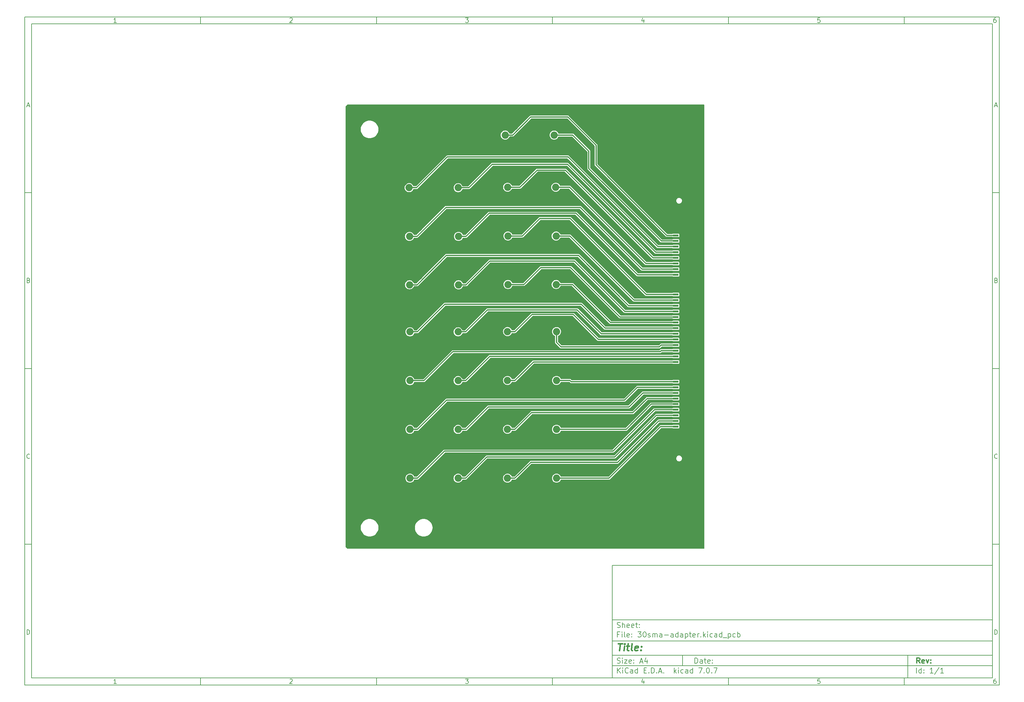
<source format=gbr>
%TF.GenerationSoftware,KiCad,Pcbnew,7.0.7*%
%TF.CreationDate,2023-09-22T00:52:09+02:00*%
%TF.ProjectId,30sma-adapter,3330736d-612d-4616-9461-707465722e6b,rev?*%
%TF.SameCoordinates,Original*%
%TF.FileFunction,Copper,L4,Bot*%
%TF.FilePolarity,Positive*%
%FSLAX46Y46*%
G04 Gerber Fmt 4.6, Leading zero omitted, Abs format (unit mm)*
G04 Created by KiCad (PCBNEW 7.0.7) date 2023-09-22 00:52:09*
%MOMM*%
%LPD*%
G01*
G04 APERTURE LIST*
%ADD10C,0.100000*%
%ADD11C,0.150000*%
%ADD12C,0.300000*%
%ADD13C,0.400000*%
%TA.AperFunction,ComponentPad*%
%ADD14C,2.050000*%
%TD*%
%TA.AperFunction,ComponentPad*%
%ADD15C,2.250000*%
%TD*%
%TA.AperFunction,SMDPad,CuDef*%
%ADD16R,1.500000X0.500000*%
%TD*%
%TA.AperFunction,SMDPad,CuDef*%
%ADD17R,0.510000X3.280000*%
%TD*%
%TA.AperFunction,SMDPad,CuDef*%
%ADD18R,0.510000X13.150000*%
%TD*%
%TA.AperFunction,ViaPad*%
%ADD19C,0.800000*%
%TD*%
%TA.AperFunction,ViaPad*%
%ADD20C,0.464820*%
%TD*%
%TA.AperFunction,Conductor*%
%ADD21C,0.313944*%
%TD*%
G04 APERTURE END LIST*
D10*
D11*
X177002200Y-166007200D02*
X285002200Y-166007200D01*
X285002200Y-198007200D01*
X177002200Y-198007200D01*
X177002200Y-166007200D01*
D10*
D11*
X10000000Y-10000000D02*
X287002200Y-10000000D01*
X287002200Y-200007200D01*
X10000000Y-200007200D01*
X10000000Y-10000000D01*
D10*
D11*
X12000000Y-12000000D02*
X285002200Y-12000000D01*
X285002200Y-198007200D01*
X12000000Y-198007200D01*
X12000000Y-12000000D01*
D10*
D11*
X60000000Y-12000000D02*
X60000000Y-10000000D01*
D10*
D11*
X110000000Y-12000000D02*
X110000000Y-10000000D01*
D10*
D11*
X160000000Y-12000000D02*
X160000000Y-10000000D01*
D10*
D11*
X210000000Y-12000000D02*
X210000000Y-10000000D01*
D10*
D11*
X260000000Y-12000000D02*
X260000000Y-10000000D01*
D10*
D11*
X36089160Y-11593604D02*
X35346303Y-11593604D01*
X35717731Y-11593604D02*
X35717731Y-10293604D01*
X35717731Y-10293604D02*
X35593922Y-10479319D01*
X35593922Y-10479319D02*
X35470112Y-10603128D01*
X35470112Y-10603128D02*
X35346303Y-10665033D01*
D10*
D11*
X85346303Y-10417414D02*
X85408207Y-10355509D01*
X85408207Y-10355509D02*
X85532017Y-10293604D01*
X85532017Y-10293604D02*
X85841541Y-10293604D01*
X85841541Y-10293604D02*
X85965350Y-10355509D01*
X85965350Y-10355509D02*
X86027255Y-10417414D01*
X86027255Y-10417414D02*
X86089160Y-10541223D01*
X86089160Y-10541223D02*
X86089160Y-10665033D01*
X86089160Y-10665033D02*
X86027255Y-10850747D01*
X86027255Y-10850747D02*
X85284398Y-11593604D01*
X85284398Y-11593604D02*
X86089160Y-11593604D01*
D10*
D11*
X135284398Y-10293604D02*
X136089160Y-10293604D01*
X136089160Y-10293604D02*
X135655826Y-10788842D01*
X135655826Y-10788842D02*
X135841541Y-10788842D01*
X135841541Y-10788842D02*
X135965350Y-10850747D01*
X135965350Y-10850747D02*
X136027255Y-10912652D01*
X136027255Y-10912652D02*
X136089160Y-11036461D01*
X136089160Y-11036461D02*
X136089160Y-11345985D01*
X136089160Y-11345985D02*
X136027255Y-11469795D01*
X136027255Y-11469795D02*
X135965350Y-11531700D01*
X135965350Y-11531700D02*
X135841541Y-11593604D01*
X135841541Y-11593604D02*
X135470112Y-11593604D01*
X135470112Y-11593604D02*
X135346303Y-11531700D01*
X135346303Y-11531700D02*
X135284398Y-11469795D01*
D10*
D11*
X185965350Y-10726938D02*
X185965350Y-11593604D01*
X185655826Y-10231700D02*
X185346303Y-11160271D01*
X185346303Y-11160271D02*
X186151064Y-11160271D01*
D10*
D11*
X236027255Y-10293604D02*
X235408207Y-10293604D01*
X235408207Y-10293604D02*
X235346303Y-10912652D01*
X235346303Y-10912652D02*
X235408207Y-10850747D01*
X235408207Y-10850747D02*
X235532017Y-10788842D01*
X235532017Y-10788842D02*
X235841541Y-10788842D01*
X235841541Y-10788842D02*
X235965350Y-10850747D01*
X235965350Y-10850747D02*
X236027255Y-10912652D01*
X236027255Y-10912652D02*
X236089160Y-11036461D01*
X236089160Y-11036461D02*
X236089160Y-11345985D01*
X236089160Y-11345985D02*
X236027255Y-11469795D01*
X236027255Y-11469795D02*
X235965350Y-11531700D01*
X235965350Y-11531700D02*
X235841541Y-11593604D01*
X235841541Y-11593604D02*
X235532017Y-11593604D01*
X235532017Y-11593604D02*
X235408207Y-11531700D01*
X235408207Y-11531700D02*
X235346303Y-11469795D01*
D10*
D11*
X285965350Y-10293604D02*
X285717731Y-10293604D01*
X285717731Y-10293604D02*
X285593922Y-10355509D01*
X285593922Y-10355509D02*
X285532017Y-10417414D01*
X285532017Y-10417414D02*
X285408207Y-10603128D01*
X285408207Y-10603128D02*
X285346303Y-10850747D01*
X285346303Y-10850747D02*
X285346303Y-11345985D01*
X285346303Y-11345985D02*
X285408207Y-11469795D01*
X285408207Y-11469795D02*
X285470112Y-11531700D01*
X285470112Y-11531700D02*
X285593922Y-11593604D01*
X285593922Y-11593604D02*
X285841541Y-11593604D01*
X285841541Y-11593604D02*
X285965350Y-11531700D01*
X285965350Y-11531700D02*
X286027255Y-11469795D01*
X286027255Y-11469795D02*
X286089160Y-11345985D01*
X286089160Y-11345985D02*
X286089160Y-11036461D01*
X286089160Y-11036461D02*
X286027255Y-10912652D01*
X286027255Y-10912652D02*
X285965350Y-10850747D01*
X285965350Y-10850747D02*
X285841541Y-10788842D01*
X285841541Y-10788842D02*
X285593922Y-10788842D01*
X285593922Y-10788842D02*
X285470112Y-10850747D01*
X285470112Y-10850747D02*
X285408207Y-10912652D01*
X285408207Y-10912652D02*
X285346303Y-11036461D01*
D10*
D11*
X60000000Y-198007200D02*
X60000000Y-200007200D01*
D10*
D11*
X110000000Y-198007200D02*
X110000000Y-200007200D01*
D10*
D11*
X160000000Y-198007200D02*
X160000000Y-200007200D01*
D10*
D11*
X210000000Y-198007200D02*
X210000000Y-200007200D01*
D10*
D11*
X260000000Y-198007200D02*
X260000000Y-200007200D01*
D10*
D11*
X36089160Y-199600804D02*
X35346303Y-199600804D01*
X35717731Y-199600804D02*
X35717731Y-198300804D01*
X35717731Y-198300804D02*
X35593922Y-198486519D01*
X35593922Y-198486519D02*
X35470112Y-198610328D01*
X35470112Y-198610328D02*
X35346303Y-198672233D01*
D10*
D11*
X85346303Y-198424614D02*
X85408207Y-198362709D01*
X85408207Y-198362709D02*
X85532017Y-198300804D01*
X85532017Y-198300804D02*
X85841541Y-198300804D01*
X85841541Y-198300804D02*
X85965350Y-198362709D01*
X85965350Y-198362709D02*
X86027255Y-198424614D01*
X86027255Y-198424614D02*
X86089160Y-198548423D01*
X86089160Y-198548423D02*
X86089160Y-198672233D01*
X86089160Y-198672233D02*
X86027255Y-198857947D01*
X86027255Y-198857947D02*
X85284398Y-199600804D01*
X85284398Y-199600804D02*
X86089160Y-199600804D01*
D10*
D11*
X135284398Y-198300804D02*
X136089160Y-198300804D01*
X136089160Y-198300804D02*
X135655826Y-198796042D01*
X135655826Y-198796042D02*
X135841541Y-198796042D01*
X135841541Y-198796042D02*
X135965350Y-198857947D01*
X135965350Y-198857947D02*
X136027255Y-198919852D01*
X136027255Y-198919852D02*
X136089160Y-199043661D01*
X136089160Y-199043661D02*
X136089160Y-199353185D01*
X136089160Y-199353185D02*
X136027255Y-199476995D01*
X136027255Y-199476995D02*
X135965350Y-199538900D01*
X135965350Y-199538900D02*
X135841541Y-199600804D01*
X135841541Y-199600804D02*
X135470112Y-199600804D01*
X135470112Y-199600804D02*
X135346303Y-199538900D01*
X135346303Y-199538900D02*
X135284398Y-199476995D01*
D10*
D11*
X185965350Y-198734138D02*
X185965350Y-199600804D01*
X185655826Y-198238900D02*
X185346303Y-199167471D01*
X185346303Y-199167471D02*
X186151064Y-199167471D01*
D10*
D11*
X236027255Y-198300804D02*
X235408207Y-198300804D01*
X235408207Y-198300804D02*
X235346303Y-198919852D01*
X235346303Y-198919852D02*
X235408207Y-198857947D01*
X235408207Y-198857947D02*
X235532017Y-198796042D01*
X235532017Y-198796042D02*
X235841541Y-198796042D01*
X235841541Y-198796042D02*
X235965350Y-198857947D01*
X235965350Y-198857947D02*
X236027255Y-198919852D01*
X236027255Y-198919852D02*
X236089160Y-199043661D01*
X236089160Y-199043661D02*
X236089160Y-199353185D01*
X236089160Y-199353185D02*
X236027255Y-199476995D01*
X236027255Y-199476995D02*
X235965350Y-199538900D01*
X235965350Y-199538900D02*
X235841541Y-199600804D01*
X235841541Y-199600804D02*
X235532017Y-199600804D01*
X235532017Y-199600804D02*
X235408207Y-199538900D01*
X235408207Y-199538900D02*
X235346303Y-199476995D01*
D10*
D11*
X285965350Y-198300804D02*
X285717731Y-198300804D01*
X285717731Y-198300804D02*
X285593922Y-198362709D01*
X285593922Y-198362709D02*
X285532017Y-198424614D01*
X285532017Y-198424614D02*
X285408207Y-198610328D01*
X285408207Y-198610328D02*
X285346303Y-198857947D01*
X285346303Y-198857947D02*
X285346303Y-199353185D01*
X285346303Y-199353185D02*
X285408207Y-199476995D01*
X285408207Y-199476995D02*
X285470112Y-199538900D01*
X285470112Y-199538900D02*
X285593922Y-199600804D01*
X285593922Y-199600804D02*
X285841541Y-199600804D01*
X285841541Y-199600804D02*
X285965350Y-199538900D01*
X285965350Y-199538900D02*
X286027255Y-199476995D01*
X286027255Y-199476995D02*
X286089160Y-199353185D01*
X286089160Y-199353185D02*
X286089160Y-199043661D01*
X286089160Y-199043661D02*
X286027255Y-198919852D01*
X286027255Y-198919852D02*
X285965350Y-198857947D01*
X285965350Y-198857947D02*
X285841541Y-198796042D01*
X285841541Y-198796042D02*
X285593922Y-198796042D01*
X285593922Y-198796042D02*
X285470112Y-198857947D01*
X285470112Y-198857947D02*
X285408207Y-198919852D01*
X285408207Y-198919852D02*
X285346303Y-199043661D01*
D10*
D11*
X10000000Y-60000000D02*
X12000000Y-60000000D01*
D10*
D11*
X10000000Y-110000000D02*
X12000000Y-110000000D01*
D10*
D11*
X10000000Y-160000000D02*
X12000000Y-160000000D01*
D10*
D11*
X10690476Y-35222176D02*
X11309523Y-35222176D01*
X10566666Y-35593604D02*
X10999999Y-34293604D01*
X10999999Y-34293604D02*
X11433333Y-35593604D01*
D10*
D11*
X11092857Y-84912652D02*
X11278571Y-84974557D01*
X11278571Y-84974557D02*
X11340476Y-85036461D01*
X11340476Y-85036461D02*
X11402380Y-85160271D01*
X11402380Y-85160271D02*
X11402380Y-85345985D01*
X11402380Y-85345985D02*
X11340476Y-85469795D01*
X11340476Y-85469795D02*
X11278571Y-85531700D01*
X11278571Y-85531700D02*
X11154761Y-85593604D01*
X11154761Y-85593604D02*
X10659523Y-85593604D01*
X10659523Y-85593604D02*
X10659523Y-84293604D01*
X10659523Y-84293604D02*
X11092857Y-84293604D01*
X11092857Y-84293604D02*
X11216666Y-84355509D01*
X11216666Y-84355509D02*
X11278571Y-84417414D01*
X11278571Y-84417414D02*
X11340476Y-84541223D01*
X11340476Y-84541223D02*
X11340476Y-84665033D01*
X11340476Y-84665033D02*
X11278571Y-84788842D01*
X11278571Y-84788842D02*
X11216666Y-84850747D01*
X11216666Y-84850747D02*
X11092857Y-84912652D01*
X11092857Y-84912652D02*
X10659523Y-84912652D01*
D10*
D11*
X11402380Y-135469795D02*
X11340476Y-135531700D01*
X11340476Y-135531700D02*
X11154761Y-135593604D01*
X11154761Y-135593604D02*
X11030952Y-135593604D01*
X11030952Y-135593604D02*
X10845238Y-135531700D01*
X10845238Y-135531700D02*
X10721428Y-135407890D01*
X10721428Y-135407890D02*
X10659523Y-135284080D01*
X10659523Y-135284080D02*
X10597619Y-135036461D01*
X10597619Y-135036461D02*
X10597619Y-134850747D01*
X10597619Y-134850747D02*
X10659523Y-134603128D01*
X10659523Y-134603128D02*
X10721428Y-134479319D01*
X10721428Y-134479319D02*
X10845238Y-134355509D01*
X10845238Y-134355509D02*
X11030952Y-134293604D01*
X11030952Y-134293604D02*
X11154761Y-134293604D01*
X11154761Y-134293604D02*
X11340476Y-134355509D01*
X11340476Y-134355509D02*
X11402380Y-134417414D01*
D10*
D11*
X10659523Y-185593604D02*
X10659523Y-184293604D01*
X10659523Y-184293604D02*
X10969047Y-184293604D01*
X10969047Y-184293604D02*
X11154761Y-184355509D01*
X11154761Y-184355509D02*
X11278571Y-184479319D01*
X11278571Y-184479319D02*
X11340476Y-184603128D01*
X11340476Y-184603128D02*
X11402380Y-184850747D01*
X11402380Y-184850747D02*
X11402380Y-185036461D01*
X11402380Y-185036461D02*
X11340476Y-185284080D01*
X11340476Y-185284080D02*
X11278571Y-185407890D01*
X11278571Y-185407890D02*
X11154761Y-185531700D01*
X11154761Y-185531700D02*
X10969047Y-185593604D01*
X10969047Y-185593604D02*
X10659523Y-185593604D01*
D10*
D11*
X287002200Y-60000000D02*
X285002200Y-60000000D01*
D10*
D11*
X287002200Y-110000000D02*
X285002200Y-110000000D01*
D10*
D11*
X287002200Y-160000000D02*
X285002200Y-160000000D01*
D10*
D11*
X285692676Y-35222176D02*
X286311723Y-35222176D01*
X285568866Y-35593604D02*
X286002199Y-34293604D01*
X286002199Y-34293604D02*
X286435533Y-35593604D01*
D10*
D11*
X286095057Y-84912652D02*
X286280771Y-84974557D01*
X286280771Y-84974557D02*
X286342676Y-85036461D01*
X286342676Y-85036461D02*
X286404580Y-85160271D01*
X286404580Y-85160271D02*
X286404580Y-85345985D01*
X286404580Y-85345985D02*
X286342676Y-85469795D01*
X286342676Y-85469795D02*
X286280771Y-85531700D01*
X286280771Y-85531700D02*
X286156961Y-85593604D01*
X286156961Y-85593604D02*
X285661723Y-85593604D01*
X285661723Y-85593604D02*
X285661723Y-84293604D01*
X285661723Y-84293604D02*
X286095057Y-84293604D01*
X286095057Y-84293604D02*
X286218866Y-84355509D01*
X286218866Y-84355509D02*
X286280771Y-84417414D01*
X286280771Y-84417414D02*
X286342676Y-84541223D01*
X286342676Y-84541223D02*
X286342676Y-84665033D01*
X286342676Y-84665033D02*
X286280771Y-84788842D01*
X286280771Y-84788842D02*
X286218866Y-84850747D01*
X286218866Y-84850747D02*
X286095057Y-84912652D01*
X286095057Y-84912652D02*
X285661723Y-84912652D01*
D10*
D11*
X286404580Y-135469795D02*
X286342676Y-135531700D01*
X286342676Y-135531700D02*
X286156961Y-135593604D01*
X286156961Y-135593604D02*
X286033152Y-135593604D01*
X286033152Y-135593604D02*
X285847438Y-135531700D01*
X285847438Y-135531700D02*
X285723628Y-135407890D01*
X285723628Y-135407890D02*
X285661723Y-135284080D01*
X285661723Y-135284080D02*
X285599819Y-135036461D01*
X285599819Y-135036461D02*
X285599819Y-134850747D01*
X285599819Y-134850747D02*
X285661723Y-134603128D01*
X285661723Y-134603128D02*
X285723628Y-134479319D01*
X285723628Y-134479319D02*
X285847438Y-134355509D01*
X285847438Y-134355509D02*
X286033152Y-134293604D01*
X286033152Y-134293604D02*
X286156961Y-134293604D01*
X286156961Y-134293604D02*
X286342676Y-134355509D01*
X286342676Y-134355509D02*
X286404580Y-134417414D01*
D10*
D11*
X285661723Y-185593604D02*
X285661723Y-184293604D01*
X285661723Y-184293604D02*
X285971247Y-184293604D01*
X285971247Y-184293604D02*
X286156961Y-184355509D01*
X286156961Y-184355509D02*
X286280771Y-184479319D01*
X286280771Y-184479319D02*
X286342676Y-184603128D01*
X286342676Y-184603128D02*
X286404580Y-184850747D01*
X286404580Y-184850747D02*
X286404580Y-185036461D01*
X286404580Y-185036461D02*
X286342676Y-185284080D01*
X286342676Y-185284080D02*
X286280771Y-185407890D01*
X286280771Y-185407890D02*
X286156961Y-185531700D01*
X286156961Y-185531700D02*
X285971247Y-185593604D01*
X285971247Y-185593604D02*
X285661723Y-185593604D01*
D10*
D11*
X200458026Y-193793328D02*
X200458026Y-192293328D01*
X200458026Y-192293328D02*
X200815169Y-192293328D01*
X200815169Y-192293328D02*
X201029455Y-192364757D01*
X201029455Y-192364757D02*
X201172312Y-192507614D01*
X201172312Y-192507614D02*
X201243741Y-192650471D01*
X201243741Y-192650471D02*
X201315169Y-192936185D01*
X201315169Y-192936185D02*
X201315169Y-193150471D01*
X201315169Y-193150471D02*
X201243741Y-193436185D01*
X201243741Y-193436185D02*
X201172312Y-193579042D01*
X201172312Y-193579042D02*
X201029455Y-193721900D01*
X201029455Y-193721900D02*
X200815169Y-193793328D01*
X200815169Y-193793328D02*
X200458026Y-193793328D01*
X202600884Y-193793328D02*
X202600884Y-193007614D01*
X202600884Y-193007614D02*
X202529455Y-192864757D01*
X202529455Y-192864757D02*
X202386598Y-192793328D01*
X202386598Y-192793328D02*
X202100884Y-192793328D01*
X202100884Y-192793328D02*
X201958026Y-192864757D01*
X202600884Y-193721900D02*
X202458026Y-193793328D01*
X202458026Y-193793328D02*
X202100884Y-193793328D01*
X202100884Y-193793328D02*
X201958026Y-193721900D01*
X201958026Y-193721900D02*
X201886598Y-193579042D01*
X201886598Y-193579042D02*
X201886598Y-193436185D01*
X201886598Y-193436185D02*
X201958026Y-193293328D01*
X201958026Y-193293328D02*
X202100884Y-193221900D01*
X202100884Y-193221900D02*
X202458026Y-193221900D01*
X202458026Y-193221900D02*
X202600884Y-193150471D01*
X203100884Y-192793328D02*
X203672312Y-192793328D01*
X203315169Y-192293328D02*
X203315169Y-193579042D01*
X203315169Y-193579042D02*
X203386598Y-193721900D01*
X203386598Y-193721900D02*
X203529455Y-193793328D01*
X203529455Y-193793328D02*
X203672312Y-193793328D01*
X204743741Y-193721900D02*
X204600884Y-193793328D01*
X204600884Y-193793328D02*
X204315170Y-193793328D01*
X204315170Y-193793328D02*
X204172312Y-193721900D01*
X204172312Y-193721900D02*
X204100884Y-193579042D01*
X204100884Y-193579042D02*
X204100884Y-193007614D01*
X204100884Y-193007614D02*
X204172312Y-192864757D01*
X204172312Y-192864757D02*
X204315170Y-192793328D01*
X204315170Y-192793328D02*
X204600884Y-192793328D01*
X204600884Y-192793328D02*
X204743741Y-192864757D01*
X204743741Y-192864757D02*
X204815170Y-193007614D01*
X204815170Y-193007614D02*
X204815170Y-193150471D01*
X204815170Y-193150471D02*
X204100884Y-193293328D01*
X205458026Y-193650471D02*
X205529455Y-193721900D01*
X205529455Y-193721900D02*
X205458026Y-193793328D01*
X205458026Y-193793328D02*
X205386598Y-193721900D01*
X205386598Y-193721900D02*
X205458026Y-193650471D01*
X205458026Y-193650471D02*
X205458026Y-193793328D01*
X205458026Y-192864757D02*
X205529455Y-192936185D01*
X205529455Y-192936185D02*
X205458026Y-193007614D01*
X205458026Y-193007614D02*
X205386598Y-192936185D01*
X205386598Y-192936185D02*
X205458026Y-192864757D01*
X205458026Y-192864757D02*
X205458026Y-193007614D01*
D10*
D11*
X177002200Y-194507200D02*
X285002200Y-194507200D01*
D10*
D11*
X178458026Y-196593328D02*
X178458026Y-195093328D01*
X179315169Y-196593328D02*
X178672312Y-195736185D01*
X179315169Y-195093328D02*
X178458026Y-195950471D01*
X179958026Y-196593328D02*
X179958026Y-195593328D01*
X179958026Y-195093328D02*
X179886598Y-195164757D01*
X179886598Y-195164757D02*
X179958026Y-195236185D01*
X179958026Y-195236185D02*
X180029455Y-195164757D01*
X180029455Y-195164757D02*
X179958026Y-195093328D01*
X179958026Y-195093328D02*
X179958026Y-195236185D01*
X181529455Y-196450471D02*
X181458027Y-196521900D01*
X181458027Y-196521900D02*
X181243741Y-196593328D01*
X181243741Y-196593328D02*
X181100884Y-196593328D01*
X181100884Y-196593328D02*
X180886598Y-196521900D01*
X180886598Y-196521900D02*
X180743741Y-196379042D01*
X180743741Y-196379042D02*
X180672312Y-196236185D01*
X180672312Y-196236185D02*
X180600884Y-195950471D01*
X180600884Y-195950471D02*
X180600884Y-195736185D01*
X180600884Y-195736185D02*
X180672312Y-195450471D01*
X180672312Y-195450471D02*
X180743741Y-195307614D01*
X180743741Y-195307614D02*
X180886598Y-195164757D01*
X180886598Y-195164757D02*
X181100884Y-195093328D01*
X181100884Y-195093328D02*
X181243741Y-195093328D01*
X181243741Y-195093328D02*
X181458027Y-195164757D01*
X181458027Y-195164757D02*
X181529455Y-195236185D01*
X182815170Y-196593328D02*
X182815170Y-195807614D01*
X182815170Y-195807614D02*
X182743741Y-195664757D01*
X182743741Y-195664757D02*
X182600884Y-195593328D01*
X182600884Y-195593328D02*
X182315170Y-195593328D01*
X182315170Y-195593328D02*
X182172312Y-195664757D01*
X182815170Y-196521900D02*
X182672312Y-196593328D01*
X182672312Y-196593328D02*
X182315170Y-196593328D01*
X182315170Y-196593328D02*
X182172312Y-196521900D01*
X182172312Y-196521900D02*
X182100884Y-196379042D01*
X182100884Y-196379042D02*
X182100884Y-196236185D01*
X182100884Y-196236185D02*
X182172312Y-196093328D01*
X182172312Y-196093328D02*
X182315170Y-196021900D01*
X182315170Y-196021900D02*
X182672312Y-196021900D01*
X182672312Y-196021900D02*
X182815170Y-195950471D01*
X184172313Y-196593328D02*
X184172313Y-195093328D01*
X184172313Y-196521900D02*
X184029455Y-196593328D01*
X184029455Y-196593328D02*
X183743741Y-196593328D01*
X183743741Y-196593328D02*
X183600884Y-196521900D01*
X183600884Y-196521900D02*
X183529455Y-196450471D01*
X183529455Y-196450471D02*
X183458027Y-196307614D01*
X183458027Y-196307614D02*
X183458027Y-195879042D01*
X183458027Y-195879042D02*
X183529455Y-195736185D01*
X183529455Y-195736185D02*
X183600884Y-195664757D01*
X183600884Y-195664757D02*
X183743741Y-195593328D01*
X183743741Y-195593328D02*
X184029455Y-195593328D01*
X184029455Y-195593328D02*
X184172313Y-195664757D01*
X186029455Y-195807614D02*
X186529455Y-195807614D01*
X186743741Y-196593328D02*
X186029455Y-196593328D01*
X186029455Y-196593328D02*
X186029455Y-195093328D01*
X186029455Y-195093328D02*
X186743741Y-195093328D01*
X187386598Y-196450471D02*
X187458027Y-196521900D01*
X187458027Y-196521900D02*
X187386598Y-196593328D01*
X187386598Y-196593328D02*
X187315170Y-196521900D01*
X187315170Y-196521900D02*
X187386598Y-196450471D01*
X187386598Y-196450471D02*
X187386598Y-196593328D01*
X188100884Y-196593328D02*
X188100884Y-195093328D01*
X188100884Y-195093328D02*
X188458027Y-195093328D01*
X188458027Y-195093328D02*
X188672313Y-195164757D01*
X188672313Y-195164757D02*
X188815170Y-195307614D01*
X188815170Y-195307614D02*
X188886599Y-195450471D01*
X188886599Y-195450471D02*
X188958027Y-195736185D01*
X188958027Y-195736185D02*
X188958027Y-195950471D01*
X188958027Y-195950471D02*
X188886599Y-196236185D01*
X188886599Y-196236185D02*
X188815170Y-196379042D01*
X188815170Y-196379042D02*
X188672313Y-196521900D01*
X188672313Y-196521900D02*
X188458027Y-196593328D01*
X188458027Y-196593328D02*
X188100884Y-196593328D01*
X189600884Y-196450471D02*
X189672313Y-196521900D01*
X189672313Y-196521900D02*
X189600884Y-196593328D01*
X189600884Y-196593328D02*
X189529456Y-196521900D01*
X189529456Y-196521900D02*
X189600884Y-196450471D01*
X189600884Y-196450471D02*
X189600884Y-196593328D01*
X190243742Y-196164757D02*
X190958028Y-196164757D01*
X190100885Y-196593328D02*
X190600885Y-195093328D01*
X190600885Y-195093328D02*
X191100885Y-196593328D01*
X191600884Y-196450471D02*
X191672313Y-196521900D01*
X191672313Y-196521900D02*
X191600884Y-196593328D01*
X191600884Y-196593328D02*
X191529456Y-196521900D01*
X191529456Y-196521900D02*
X191600884Y-196450471D01*
X191600884Y-196450471D02*
X191600884Y-196593328D01*
X194600884Y-196593328D02*
X194600884Y-195093328D01*
X194743742Y-196021900D02*
X195172313Y-196593328D01*
X195172313Y-195593328D02*
X194600884Y-196164757D01*
X195815170Y-196593328D02*
X195815170Y-195593328D01*
X195815170Y-195093328D02*
X195743742Y-195164757D01*
X195743742Y-195164757D02*
X195815170Y-195236185D01*
X195815170Y-195236185D02*
X195886599Y-195164757D01*
X195886599Y-195164757D02*
X195815170Y-195093328D01*
X195815170Y-195093328D02*
X195815170Y-195236185D01*
X197172314Y-196521900D02*
X197029456Y-196593328D01*
X197029456Y-196593328D02*
X196743742Y-196593328D01*
X196743742Y-196593328D02*
X196600885Y-196521900D01*
X196600885Y-196521900D02*
X196529456Y-196450471D01*
X196529456Y-196450471D02*
X196458028Y-196307614D01*
X196458028Y-196307614D02*
X196458028Y-195879042D01*
X196458028Y-195879042D02*
X196529456Y-195736185D01*
X196529456Y-195736185D02*
X196600885Y-195664757D01*
X196600885Y-195664757D02*
X196743742Y-195593328D01*
X196743742Y-195593328D02*
X197029456Y-195593328D01*
X197029456Y-195593328D02*
X197172314Y-195664757D01*
X198458028Y-196593328D02*
X198458028Y-195807614D01*
X198458028Y-195807614D02*
X198386599Y-195664757D01*
X198386599Y-195664757D02*
X198243742Y-195593328D01*
X198243742Y-195593328D02*
X197958028Y-195593328D01*
X197958028Y-195593328D02*
X197815170Y-195664757D01*
X198458028Y-196521900D02*
X198315170Y-196593328D01*
X198315170Y-196593328D02*
X197958028Y-196593328D01*
X197958028Y-196593328D02*
X197815170Y-196521900D01*
X197815170Y-196521900D02*
X197743742Y-196379042D01*
X197743742Y-196379042D02*
X197743742Y-196236185D01*
X197743742Y-196236185D02*
X197815170Y-196093328D01*
X197815170Y-196093328D02*
X197958028Y-196021900D01*
X197958028Y-196021900D02*
X198315170Y-196021900D01*
X198315170Y-196021900D02*
X198458028Y-195950471D01*
X199815171Y-196593328D02*
X199815171Y-195093328D01*
X199815171Y-196521900D02*
X199672313Y-196593328D01*
X199672313Y-196593328D02*
X199386599Y-196593328D01*
X199386599Y-196593328D02*
X199243742Y-196521900D01*
X199243742Y-196521900D02*
X199172313Y-196450471D01*
X199172313Y-196450471D02*
X199100885Y-196307614D01*
X199100885Y-196307614D02*
X199100885Y-195879042D01*
X199100885Y-195879042D02*
X199172313Y-195736185D01*
X199172313Y-195736185D02*
X199243742Y-195664757D01*
X199243742Y-195664757D02*
X199386599Y-195593328D01*
X199386599Y-195593328D02*
X199672313Y-195593328D01*
X199672313Y-195593328D02*
X199815171Y-195664757D01*
X201529456Y-195093328D02*
X202529456Y-195093328D01*
X202529456Y-195093328D02*
X201886599Y-196593328D01*
X203100884Y-196450471D02*
X203172313Y-196521900D01*
X203172313Y-196521900D02*
X203100884Y-196593328D01*
X203100884Y-196593328D02*
X203029456Y-196521900D01*
X203029456Y-196521900D02*
X203100884Y-196450471D01*
X203100884Y-196450471D02*
X203100884Y-196593328D01*
X204100885Y-195093328D02*
X204243742Y-195093328D01*
X204243742Y-195093328D02*
X204386599Y-195164757D01*
X204386599Y-195164757D02*
X204458028Y-195236185D01*
X204458028Y-195236185D02*
X204529456Y-195379042D01*
X204529456Y-195379042D02*
X204600885Y-195664757D01*
X204600885Y-195664757D02*
X204600885Y-196021900D01*
X204600885Y-196021900D02*
X204529456Y-196307614D01*
X204529456Y-196307614D02*
X204458028Y-196450471D01*
X204458028Y-196450471D02*
X204386599Y-196521900D01*
X204386599Y-196521900D02*
X204243742Y-196593328D01*
X204243742Y-196593328D02*
X204100885Y-196593328D01*
X204100885Y-196593328D02*
X203958028Y-196521900D01*
X203958028Y-196521900D02*
X203886599Y-196450471D01*
X203886599Y-196450471D02*
X203815170Y-196307614D01*
X203815170Y-196307614D02*
X203743742Y-196021900D01*
X203743742Y-196021900D02*
X203743742Y-195664757D01*
X203743742Y-195664757D02*
X203815170Y-195379042D01*
X203815170Y-195379042D02*
X203886599Y-195236185D01*
X203886599Y-195236185D02*
X203958028Y-195164757D01*
X203958028Y-195164757D02*
X204100885Y-195093328D01*
X205243741Y-196450471D02*
X205315170Y-196521900D01*
X205315170Y-196521900D02*
X205243741Y-196593328D01*
X205243741Y-196593328D02*
X205172313Y-196521900D01*
X205172313Y-196521900D02*
X205243741Y-196450471D01*
X205243741Y-196450471D02*
X205243741Y-196593328D01*
X205815170Y-195093328D02*
X206815170Y-195093328D01*
X206815170Y-195093328D02*
X206172313Y-196593328D01*
D10*
D11*
X177002200Y-191507200D02*
X285002200Y-191507200D01*
D10*
D12*
X264413853Y-193785528D02*
X263913853Y-193071242D01*
X263556710Y-193785528D02*
X263556710Y-192285528D01*
X263556710Y-192285528D02*
X264128139Y-192285528D01*
X264128139Y-192285528D02*
X264270996Y-192356957D01*
X264270996Y-192356957D02*
X264342425Y-192428385D01*
X264342425Y-192428385D02*
X264413853Y-192571242D01*
X264413853Y-192571242D02*
X264413853Y-192785528D01*
X264413853Y-192785528D02*
X264342425Y-192928385D01*
X264342425Y-192928385D02*
X264270996Y-192999814D01*
X264270996Y-192999814D02*
X264128139Y-193071242D01*
X264128139Y-193071242D02*
X263556710Y-193071242D01*
X265628139Y-193714100D02*
X265485282Y-193785528D01*
X265485282Y-193785528D02*
X265199568Y-193785528D01*
X265199568Y-193785528D02*
X265056710Y-193714100D01*
X265056710Y-193714100D02*
X264985282Y-193571242D01*
X264985282Y-193571242D02*
X264985282Y-192999814D01*
X264985282Y-192999814D02*
X265056710Y-192856957D01*
X265056710Y-192856957D02*
X265199568Y-192785528D01*
X265199568Y-192785528D02*
X265485282Y-192785528D01*
X265485282Y-192785528D02*
X265628139Y-192856957D01*
X265628139Y-192856957D02*
X265699568Y-192999814D01*
X265699568Y-192999814D02*
X265699568Y-193142671D01*
X265699568Y-193142671D02*
X264985282Y-193285528D01*
X266199567Y-192785528D02*
X266556710Y-193785528D01*
X266556710Y-193785528D02*
X266913853Y-192785528D01*
X267485281Y-193642671D02*
X267556710Y-193714100D01*
X267556710Y-193714100D02*
X267485281Y-193785528D01*
X267485281Y-193785528D02*
X267413853Y-193714100D01*
X267413853Y-193714100D02*
X267485281Y-193642671D01*
X267485281Y-193642671D02*
X267485281Y-193785528D01*
X267485281Y-192856957D02*
X267556710Y-192928385D01*
X267556710Y-192928385D02*
X267485281Y-192999814D01*
X267485281Y-192999814D02*
X267413853Y-192928385D01*
X267413853Y-192928385D02*
X267485281Y-192856957D01*
X267485281Y-192856957D02*
X267485281Y-192999814D01*
D10*
D11*
X178386598Y-193721900D02*
X178600884Y-193793328D01*
X178600884Y-193793328D02*
X178958026Y-193793328D01*
X178958026Y-193793328D02*
X179100884Y-193721900D01*
X179100884Y-193721900D02*
X179172312Y-193650471D01*
X179172312Y-193650471D02*
X179243741Y-193507614D01*
X179243741Y-193507614D02*
X179243741Y-193364757D01*
X179243741Y-193364757D02*
X179172312Y-193221900D01*
X179172312Y-193221900D02*
X179100884Y-193150471D01*
X179100884Y-193150471D02*
X178958026Y-193079042D01*
X178958026Y-193079042D02*
X178672312Y-193007614D01*
X178672312Y-193007614D02*
X178529455Y-192936185D01*
X178529455Y-192936185D02*
X178458026Y-192864757D01*
X178458026Y-192864757D02*
X178386598Y-192721900D01*
X178386598Y-192721900D02*
X178386598Y-192579042D01*
X178386598Y-192579042D02*
X178458026Y-192436185D01*
X178458026Y-192436185D02*
X178529455Y-192364757D01*
X178529455Y-192364757D02*
X178672312Y-192293328D01*
X178672312Y-192293328D02*
X179029455Y-192293328D01*
X179029455Y-192293328D02*
X179243741Y-192364757D01*
X179886597Y-193793328D02*
X179886597Y-192793328D01*
X179886597Y-192293328D02*
X179815169Y-192364757D01*
X179815169Y-192364757D02*
X179886597Y-192436185D01*
X179886597Y-192436185D02*
X179958026Y-192364757D01*
X179958026Y-192364757D02*
X179886597Y-192293328D01*
X179886597Y-192293328D02*
X179886597Y-192436185D01*
X180458026Y-192793328D02*
X181243741Y-192793328D01*
X181243741Y-192793328D02*
X180458026Y-193793328D01*
X180458026Y-193793328D02*
X181243741Y-193793328D01*
X182386598Y-193721900D02*
X182243741Y-193793328D01*
X182243741Y-193793328D02*
X181958027Y-193793328D01*
X181958027Y-193793328D02*
X181815169Y-193721900D01*
X181815169Y-193721900D02*
X181743741Y-193579042D01*
X181743741Y-193579042D02*
X181743741Y-193007614D01*
X181743741Y-193007614D02*
X181815169Y-192864757D01*
X181815169Y-192864757D02*
X181958027Y-192793328D01*
X181958027Y-192793328D02*
X182243741Y-192793328D01*
X182243741Y-192793328D02*
X182386598Y-192864757D01*
X182386598Y-192864757D02*
X182458027Y-193007614D01*
X182458027Y-193007614D02*
X182458027Y-193150471D01*
X182458027Y-193150471D02*
X181743741Y-193293328D01*
X183100883Y-193650471D02*
X183172312Y-193721900D01*
X183172312Y-193721900D02*
X183100883Y-193793328D01*
X183100883Y-193793328D02*
X183029455Y-193721900D01*
X183029455Y-193721900D02*
X183100883Y-193650471D01*
X183100883Y-193650471D02*
X183100883Y-193793328D01*
X183100883Y-192864757D02*
X183172312Y-192936185D01*
X183172312Y-192936185D02*
X183100883Y-193007614D01*
X183100883Y-193007614D02*
X183029455Y-192936185D01*
X183029455Y-192936185D02*
X183100883Y-192864757D01*
X183100883Y-192864757D02*
X183100883Y-193007614D01*
X184886598Y-193364757D02*
X185600884Y-193364757D01*
X184743741Y-193793328D02*
X185243741Y-192293328D01*
X185243741Y-192293328D02*
X185743741Y-193793328D01*
X186886598Y-192793328D02*
X186886598Y-193793328D01*
X186529455Y-192221900D02*
X186172312Y-193293328D01*
X186172312Y-193293328D02*
X187100883Y-193293328D01*
D10*
D11*
X263458026Y-196593328D02*
X263458026Y-195093328D01*
X264815170Y-196593328D02*
X264815170Y-195093328D01*
X264815170Y-196521900D02*
X264672312Y-196593328D01*
X264672312Y-196593328D02*
X264386598Y-196593328D01*
X264386598Y-196593328D02*
X264243741Y-196521900D01*
X264243741Y-196521900D02*
X264172312Y-196450471D01*
X264172312Y-196450471D02*
X264100884Y-196307614D01*
X264100884Y-196307614D02*
X264100884Y-195879042D01*
X264100884Y-195879042D02*
X264172312Y-195736185D01*
X264172312Y-195736185D02*
X264243741Y-195664757D01*
X264243741Y-195664757D02*
X264386598Y-195593328D01*
X264386598Y-195593328D02*
X264672312Y-195593328D01*
X264672312Y-195593328D02*
X264815170Y-195664757D01*
X265529455Y-196450471D02*
X265600884Y-196521900D01*
X265600884Y-196521900D02*
X265529455Y-196593328D01*
X265529455Y-196593328D02*
X265458027Y-196521900D01*
X265458027Y-196521900D02*
X265529455Y-196450471D01*
X265529455Y-196450471D02*
X265529455Y-196593328D01*
X265529455Y-195664757D02*
X265600884Y-195736185D01*
X265600884Y-195736185D02*
X265529455Y-195807614D01*
X265529455Y-195807614D02*
X265458027Y-195736185D01*
X265458027Y-195736185D02*
X265529455Y-195664757D01*
X265529455Y-195664757D02*
X265529455Y-195807614D01*
X268172313Y-196593328D02*
X267315170Y-196593328D01*
X267743741Y-196593328D02*
X267743741Y-195093328D01*
X267743741Y-195093328D02*
X267600884Y-195307614D01*
X267600884Y-195307614D02*
X267458027Y-195450471D01*
X267458027Y-195450471D02*
X267315170Y-195521900D01*
X269886598Y-195021900D02*
X268600884Y-196950471D01*
X271172313Y-196593328D02*
X270315170Y-196593328D01*
X270743741Y-196593328D02*
X270743741Y-195093328D01*
X270743741Y-195093328D02*
X270600884Y-195307614D01*
X270600884Y-195307614D02*
X270458027Y-195450471D01*
X270458027Y-195450471D02*
X270315170Y-195521900D01*
D10*
D11*
X177002200Y-187507200D02*
X285002200Y-187507200D01*
D10*
D13*
X178693928Y-188211638D02*
X179836785Y-188211638D01*
X179015357Y-190211638D02*
X179265357Y-188211638D01*
X180253452Y-190211638D02*
X180420119Y-188878304D01*
X180503452Y-188211638D02*
X180396309Y-188306876D01*
X180396309Y-188306876D02*
X180479643Y-188402114D01*
X180479643Y-188402114D02*
X180586786Y-188306876D01*
X180586786Y-188306876D02*
X180503452Y-188211638D01*
X180503452Y-188211638D02*
X180479643Y-188402114D01*
X181086786Y-188878304D02*
X181848690Y-188878304D01*
X181455833Y-188211638D02*
X181241548Y-189925923D01*
X181241548Y-189925923D02*
X181312976Y-190116400D01*
X181312976Y-190116400D02*
X181491548Y-190211638D01*
X181491548Y-190211638D02*
X181682024Y-190211638D01*
X182634405Y-190211638D02*
X182455833Y-190116400D01*
X182455833Y-190116400D02*
X182384405Y-189925923D01*
X182384405Y-189925923D02*
X182598690Y-188211638D01*
X184170119Y-190116400D02*
X183967738Y-190211638D01*
X183967738Y-190211638D02*
X183586785Y-190211638D01*
X183586785Y-190211638D02*
X183408214Y-190116400D01*
X183408214Y-190116400D02*
X183336785Y-189925923D01*
X183336785Y-189925923D02*
X183432024Y-189164019D01*
X183432024Y-189164019D02*
X183551071Y-188973542D01*
X183551071Y-188973542D02*
X183753452Y-188878304D01*
X183753452Y-188878304D02*
X184134404Y-188878304D01*
X184134404Y-188878304D02*
X184312976Y-188973542D01*
X184312976Y-188973542D02*
X184384404Y-189164019D01*
X184384404Y-189164019D02*
X184360595Y-189354495D01*
X184360595Y-189354495D02*
X183384404Y-189544971D01*
X185134405Y-190021161D02*
X185217738Y-190116400D01*
X185217738Y-190116400D02*
X185110595Y-190211638D01*
X185110595Y-190211638D02*
X185027262Y-190116400D01*
X185027262Y-190116400D02*
X185134405Y-190021161D01*
X185134405Y-190021161D02*
X185110595Y-190211638D01*
X185265357Y-188973542D02*
X185348690Y-189068780D01*
X185348690Y-189068780D02*
X185241548Y-189164019D01*
X185241548Y-189164019D02*
X185158214Y-189068780D01*
X185158214Y-189068780D02*
X185265357Y-188973542D01*
X185265357Y-188973542D02*
X185241548Y-189164019D01*
D10*
D11*
X178958026Y-185607614D02*
X178458026Y-185607614D01*
X178458026Y-186393328D02*
X178458026Y-184893328D01*
X178458026Y-184893328D02*
X179172312Y-184893328D01*
X179743740Y-186393328D02*
X179743740Y-185393328D01*
X179743740Y-184893328D02*
X179672312Y-184964757D01*
X179672312Y-184964757D02*
X179743740Y-185036185D01*
X179743740Y-185036185D02*
X179815169Y-184964757D01*
X179815169Y-184964757D02*
X179743740Y-184893328D01*
X179743740Y-184893328D02*
X179743740Y-185036185D01*
X180672312Y-186393328D02*
X180529455Y-186321900D01*
X180529455Y-186321900D02*
X180458026Y-186179042D01*
X180458026Y-186179042D02*
X180458026Y-184893328D01*
X181815169Y-186321900D02*
X181672312Y-186393328D01*
X181672312Y-186393328D02*
X181386598Y-186393328D01*
X181386598Y-186393328D02*
X181243740Y-186321900D01*
X181243740Y-186321900D02*
X181172312Y-186179042D01*
X181172312Y-186179042D02*
X181172312Y-185607614D01*
X181172312Y-185607614D02*
X181243740Y-185464757D01*
X181243740Y-185464757D02*
X181386598Y-185393328D01*
X181386598Y-185393328D02*
X181672312Y-185393328D01*
X181672312Y-185393328D02*
X181815169Y-185464757D01*
X181815169Y-185464757D02*
X181886598Y-185607614D01*
X181886598Y-185607614D02*
X181886598Y-185750471D01*
X181886598Y-185750471D02*
X181172312Y-185893328D01*
X182529454Y-186250471D02*
X182600883Y-186321900D01*
X182600883Y-186321900D02*
X182529454Y-186393328D01*
X182529454Y-186393328D02*
X182458026Y-186321900D01*
X182458026Y-186321900D02*
X182529454Y-186250471D01*
X182529454Y-186250471D02*
X182529454Y-186393328D01*
X182529454Y-185464757D02*
X182600883Y-185536185D01*
X182600883Y-185536185D02*
X182529454Y-185607614D01*
X182529454Y-185607614D02*
X182458026Y-185536185D01*
X182458026Y-185536185D02*
X182529454Y-185464757D01*
X182529454Y-185464757D02*
X182529454Y-185607614D01*
X184243740Y-184893328D02*
X185172312Y-184893328D01*
X185172312Y-184893328D02*
X184672312Y-185464757D01*
X184672312Y-185464757D02*
X184886597Y-185464757D01*
X184886597Y-185464757D02*
X185029455Y-185536185D01*
X185029455Y-185536185D02*
X185100883Y-185607614D01*
X185100883Y-185607614D02*
X185172312Y-185750471D01*
X185172312Y-185750471D02*
X185172312Y-186107614D01*
X185172312Y-186107614D02*
X185100883Y-186250471D01*
X185100883Y-186250471D02*
X185029455Y-186321900D01*
X185029455Y-186321900D02*
X184886597Y-186393328D01*
X184886597Y-186393328D02*
X184458026Y-186393328D01*
X184458026Y-186393328D02*
X184315169Y-186321900D01*
X184315169Y-186321900D02*
X184243740Y-186250471D01*
X186100883Y-184893328D02*
X186243740Y-184893328D01*
X186243740Y-184893328D02*
X186386597Y-184964757D01*
X186386597Y-184964757D02*
X186458026Y-185036185D01*
X186458026Y-185036185D02*
X186529454Y-185179042D01*
X186529454Y-185179042D02*
X186600883Y-185464757D01*
X186600883Y-185464757D02*
X186600883Y-185821900D01*
X186600883Y-185821900D02*
X186529454Y-186107614D01*
X186529454Y-186107614D02*
X186458026Y-186250471D01*
X186458026Y-186250471D02*
X186386597Y-186321900D01*
X186386597Y-186321900D02*
X186243740Y-186393328D01*
X186243740Y-186393328D02*
X186100883Y-186393328D01*
X186100883Y-186393328D02*
X185958026Y-186321900D01*
X185958026Y-186321900D02*
X185886597Y-186250471D01*
X185886597Y-186250471D02*
X185815168Y-186107614D01*
X185815168Y-186107614D02*
X185743740Y-185821900D01*
X185743740Y-185821900D02*
X185743740Y-185464757D01*
X185743740Y-185464757D02*
X185815168Y-185179042D01*
X185815168Y-185179042D02*
X185886597Y-185036185D01*
X185886597Y-185036185D02*
X185958026Y-184964757D01*
X185958026Y-184964757D02*
X186100883Y-184893328D01*
X187172311Y-186321900D02*
X187315168Y-186393328D01*
X187315168Y-186393328D02*
X187600882Y-186393328D01*
X187600882Y-186393328D02*
X187743739Y-186321900D01*
X187743739Y-186321900D02*
X187815168Y-186179042D01*
X187815168Y-186179042D02*
X187815168Y-186107614D01*
X187815168Y-186107614D02*
X187743739Y-185964757D01*
X187743739Y-185964757D02*
X187600882Y-185893328D01*
X187600882Y-185893328D02*
X187386597Y-185893328D01*
X187386597Y-185893328D02*
X187243739Y-185821900D01*
X187243739Y-185821900D02*
X187172311Y-185679042D01*
X187172311Y-185679042D02*
X187172311Y-185607614D01*
X187172311Y-185607614D02*
X187243739Y-185464757D01*
X187243739Y-185464757D02*
X187386597Y-185393328D01*
X187386597Y-185393328D02*
X187600882Y-185393328D01*
X187600882Y-185393328D02*
X187743739Y-185464757D01*
X188458025Y-186393328D02*
X188458025Y-185393328D01*
X188458025Y-185536185D02*
X188529454Y-185464757D01*
X188529454Y-185464757D02*
X188672311Y-185393328D01*
X188672311Y-185393328D02*
X188886597Y-185393328D01*
X188886597Y-185393328D02*
X189029454Y-185464757D01*
X189029454Y-185464757D02*
X189100883Y-185607614D01*
X189100883Y-185607614D02*
X189100883Y-186393328D01*
X189100883Y-185607614D02*
X189172311Y-185464757D01*
X189172311Y-185464757D02*
X189315168Y-185393328D01*
X189315168Y-185393328D02*
X189529454Y-185393328D01*
X189529454Y-185393328D02*
X189672311Y-185464757D01*
X189672311Y-185464757D02*
X189743740Y-185607614D01*
X189743740Y-185607614D02*
X189743740Y-186393328D01*
X191100883Y-186393328D02*
X191100883Y-185607614D01*
X191100883Y-185607614D02*
X191029454Y-185464757D01*
X191029454Y-185464757D02*
X190886597Y-185393328D01*
X190886597Y-185393328D02*
X190600883Y-185393328D01*
X190600883Y-185393328D02*
X190458025Y-185464757D01*
X191100883Y-186321900D02*
X190958025Y-186393328D01*
X190958025Y-186393328D02*
X190600883Y-186393328D01*
X190600883Y-186393328D02*
X190458025Y-186321900D01*
X190458025Y-186321900D02*
X190386597Y-186179042D01*
X190386597Y-186179042D02*
X190386597Y-186036185D01*
X190386597Y-186036185D02*
X190458025Y-185893328D01*
X190458025Y-185893328D02*
X190600883Y-185821900D01*
X190600883Y-185821900D02*
X190958025Y-185821900D01*
X190958025Y-185821900D02*
X191100883Y-185750471D01*
X191815168Y-185821900D02*
X192958026Y-185821900D01*
X194315169Y-186393328D02*
X194315169Y-185607614D01*
X194315169Y-185607614D02*
X194243740Y-185464757D01*
X194243740Y-185464757D02*
X194100883Y-185393328D01*
X194100883Y-185393328D02*
X193815169Y-185393328D01*
X193815169Y-185393328D02*
X193672311Y-185464757D01*
X194315169Y-186321900D02*
X194172311Y-186393328D01*
X194172311Y-186393328D02*
X193815169Y-186393328D01*
X193815169Y-186393328D02*
X193672311Y-186321900D01*
X193672311Y-186321900D02*
X193600883Y-186179042D01*
X193600883Y-186179042D02*
X193600883Y-186036185D01*
X193600883Y-186036185D02*
X193672311Y-185893328D01*
X193672311Y-185893328D02*
X193815169Y-185821900D01*
X193815169Y-185821900D02*
X194172311Y-185821900D01*
X194172311Y-185821900D02*
X194315169Y-185750471D01*
X195672312Y-186393328D02*
X195672312Y-184893328D01*
X195672312Y-186321900D02*
X195529454Y-186393328D01*
X195529454Y-186393328D02*
X195243740Y-186393328D01*
X195243740Y-186393328D02*
X195100883Y-186321900D01*
X195100883Y-186321900D02*
X195029454Y-186250471D01*
X195029454Y-186250471D02*
X194958026Y-186107614D01*
X194958026Y-186107614D02*
X194958026Y-185679042D01*
X194958026Y-185679042D02*
X195029454Y-185536185D01*
X195029454Y-185536185D02*
X195100883Y-185464757D01*
X195100883Y-185464757D02*
X195243740Y-185393328D01*
X195243740Y-185393328D02*
X195529454Y-185393328D01*
X195529454Y-185393328D02*
X195672312Y-185464757D01*
X197029455Y-186393328D02*
X197029455Y-185607614D01*
X197029455Y-185607614D02*
X196958026Y-185464757D01*
X196958026Y-185464757D02*
X196815169Y-185393328D01*
X196815169Y-185393328D02*
X196529455Y-185393328D01*
X196529455Y-185393328D02*
X196386597Y-185464757D01*
X197029455Y-186321900D02*
X196886597Y-186393328D01*
X196886597Y-186393328D02*
X196529455Y-186393328D01*
X196529455Y-186393328D02*
X196386597Y-186321900D01*
X196386597Y-186321900D02*
X196315169Y-186179042D01*
X196315169Y-186179042D02*
X196315169Y-186036185D01*
X196315169Y-186036185D02*
X196386597Y-185893328D01*
X196386597Y-185893328D02*
X196529455Y-185821900D01*
X196529455Y-185821900D02*
X196886597Y-185821900D01*
X196886597Y-185821900D02*
X197029455Y-185750471D01*
X197743740Y-185393328D02*
X197743740Y-186893328D01*
X197743740Y-185464757D02*
X197886598Y-185393328D01*
X197886598Y-185393328D02*
X198172312Y-185393328D01*
X198172312Y-185393328D02*
X198315169Y-185464757D01*
X198315169Y-185464757D02*
X198386598Y-185536185D01*
X198386598Y-185536185D02*
X198458026Y-185679042D01*
X198458026Y-185679042D02*
X198458026Y-186107614D01*
X198458026Y-186107614D02*
X198386598Y-186250471D01*
X198386598Y-186250471D02*
X198315169Y-186321900D01*
X198315169Y-186321900D02*
X198172312Y-186393328D01*
X198172312Y-186393328D02*
X197886598Y-186393328D01*
X197886598Y-186393328D02*
X197743740Y-186321900D01*
X198886598Y-185393328D02*
X199458026Y-185393328D01*
X199100883Y-184893328D02*
X199100883Y-186179042D01*
X199100883Y-186179042D02*
X199172312Y-186321900D01*
X199172312Y-186321900D02*
X199315169Y-186393328D01*
X199315169Y-186393328D02*
X199458026Y-186393328D01*
X200529455Y-186321900D02*
X200386598Y-186393328D01*
X200386598Y-186393328D02*
X200100884Y-186393328D01*
X200100884Y-186393328D02*
X199958026Y-186321900D01*
X199958026Y-186321900D02*
X199886598Y-186179042D01*
X199886598Y-186179042D02*
X199886598Y-185607614D01*
X199886598Y-185607614D02*
X199958026Y-185464757D01*
X199958026Y-185464757D02*
X200100884Y-185393328D01*
X200100884Y-185393328D02*
X200386598Y-185393328D01*
X200386598Y-185393328D02*
X200529455Y-185464757D01*
X200529455Y-185464757D02*
X200600884Y-185607614D01*
X200600884Y-185607614D02*
X200600884Y-185750471D01*
X200600884Y-185750471D02*
X199886598Y-185893328D01*
X201243740Y-186393328D02*
X201243740Y-185393328D01*
X201243740Y-185679042D02*
X201315169Y-185536185D01*
X201315169Y-185536185D02*
X201386598Y-185464757D01*
X201386598Y-185464757D02*
X201529455Y-185393328D01*
X201529455Y-185393328D02*
X201672312Y-185393328D01*
X202172311Y-186250471D02*
X202243740Y-186321900D01*
X202243740Y-186321900D02*
X202172311Y-186393328D01*
X202172311Y-186393328D02*
X202100883Y-186321900D01*
X202100883Y-186321900D02*
X202172311Y-186250471D01*
X202172311Y-186250471D02*
X202172311Y-186393328D01*
X202886597Y-186393328D02*
X202886597Y-184893328D01*
X203029455Y-185821900D02*
X203458026Y-186393328D01*
X203458026Y-185393328D02*
X202886597Y-185964757D01*
X204100883Y-186393328D02*
X204100883Y-185393328D01*
X204100883Y-184893328D02*
X204029455Y-184964757D01*
X204029455Y-184964757D02*
X204100883Y-185036185D01*
X204100883Y-185036185D02*
X204172312Y-184964757D01*
X204172312Y-184964757D02*
X204100883Y-184893328D01*
X204100883Y-184893328D02*
X204100883Y-185036185D01*
X205458027Y-186321900D02*
X205315169Y-186393328D01*
X205315169Y-186393328D02*
X205029455Y-186393328D01*
X205029455Y-186393328D02*
X204886598Y-186321900D01*
X204886598Y-186321900D02*
X204815169Y-186250471D01*
X204815169Y-186250471D02*
X204743741Y-186107614D01*
X204743741Y-186107614D02*
X204743741Y-185679042D01*
X204743741Y-185679042D02*
X204815169Y-185536185D01*
X204815169Y-185536185D02*
X204886598Y-185464757D01*
X204886598Y-185464757D02*
X205029455Y-185393328D01*
X205029455Y-185393328D02*
X205315169Y-185393328D01*
X205315169Y-185393328D02*
X205458027Y-185464757D01*
X206743741Y-186393328D02*
X206743741Y-185607614D01*
X206743741Y-185607614D02*
X206672312Y-185464757D01*
X206672312Y-185464757D02*
X206529455Y-185393328D01*
X206529455Y-185393328D02*
X206243741Y-185393328D01*
X206243741Y-185393328D02*
X206100883Y-185464757D01*
X206743741Y-186321900D02*
X206600883Y-186393328D01*
X206600883Y-186393328D02*
X206243741Y-186393328D01*
X206243741Y-186393328D02*
X206100883Y-186321900D01*
X206100883Y-186321900D02*
X206029455Y-186179042D01*
X206029455Y-186179042D02*
X206029455Y-186036185D01*
X206029455Y-186036185D02*
X206100883Y-185893328D01*
X206100883Y-185893328D02*
X206243741Y-185821900D01*
X206243741Y-185821900D02*
X206600883Y-185821900D01*
X206600883Y-185821900D02*
X206743741Y-185750471D01*
X208100884Y-186393328D02*
X208100884Y-184893328D01*
X208100884Y-186321900D02*
X207958026Y-186393328D01*
X207958026Y-186393328D02*
X207672312Y-186393328D01*
X207672312Y-186393328D02*
X207529455Y-186321900D01*
X207529455Y-186321900D02*
X207458026Y-186250471D01*
X207458026Y-186250471D02*
X207386598Y-186107614D01*
X207386598Y-186107614D02*
X207386598Y-185679042D01*
X207386598Y-185679042D02*
X207458026Y-185536185D01*
X207458026Y-185536185D02*
X207529455Y-185464757D01*
X207529455Y-185464757D02*
X207672312Y-185393328D01*
X207672312Y-185393328D02*
X207958026Y-185393328D01*
X207958026Y-185393328D02*
X208100884Y-185464757D01*
X208458027Y-186536185D02*
X209600884Y-186536185D01*
X209958026Y-185393328D02*
X209958026Y-186893328D01*
X209958026Y-185464757D02*
X210100884Y-185393328D01*
X210100884Y-185393328D02*
X210386598Y-185393328D01*
X210386598Y-185393328D02*
X210529455Y-185464757D01*
X210529455Y-185464757D02*
X210600884Y-185536185D01*
X210600884Y-185536185D02*
X210672312Y-185679042D01*
X210672312Y-185679042D02*
X210672312Y-186107614D01*
X210672312Y-186107614D02*
X210600884Y-186250471D01*
X210600884Y-186250471D02*
X210529455Y-186321900D01*
X210529455Y-186321900D02*
X210386598Y-186393328D01*
X210386598Y-186393328D02*
X210100884Y-186393328D01*
X210100884Y-186393328D02*
X209958026Y-186321900D01*
X211958027Y-186321900D02*
X211815169Y-186393328D01*
X211815169Y-186393328D02*
X211529455Y-186393328D01*
X211529455Y-186393328D02*
X211386598Y-186321900D01*
X211386598Y-186321900D02*
X211315169Y-186250471D01*
X211315169Y-186250471D02*
X211243741Y-186107614D01*
X211243741Y-186107614D02*
X211243741Y-185679042D01*
X211243741Y-185679042D02*
X211315169Y-185536185D01*
X211315169Y-185536185D02*
X211386598Y-185464757D01*
X211386598Y-185464757D02*
X211529455Y-185393328D01*
X211529455Y-185393328D02*
X211815169Y-185393328D01*
X211815169Y-185393328D02*
X211958027Y-185464757D01*
X212600883Y-186393328D02*
X212600883Y-184893328D01*
X212600883Y-185464757D02*
X212743741Y-185393328D01*
X212743741Y-185393328D02*
X213029455Y-185393328D01*
X213029455Y-185393328D02*
X213172312Y-185464757D01*
X213172312Y-185464757D02*
X213243741Y-185536185D01*
X213243741Y-185536185D02*
X213315169Y-185679042D01*
X213315169Y-185679042D02*
X213315169Y-186107614D01*
X213315169Y-186107614D02*
X213243741Y-186250471D01*
X213243741Y-186250471D02*
X213172312Y-186321900D01*
X213172312Y-186321900D02*
X213029455Y-186393328D01*
X213029455Y-186393328D02*
X212743741Y-186393328D01*
X212743741Y-186393328D02*
X212600883Y-186321900D01*
D10*
D11*
X177002200Y-181507200D02*
X285002200Y-181507200D01*
D10*
D11*
X178386598Y-183621900D02*
X178600884Y-183693328D01*
X178600884Y-183693328D02*
X178958026Y-183693328D01*
X178958026Y-183693328D02*
X179100884Y-183621900D01*
X179100884Y-183621900D02*
X179172312Y-183550471D01*
X179172312Y-183550471D02*
X179243741Y-183407614D01*
X179243741Y-183407614D02*
X179243741Y-183264757D01*
X179243741Y-183264757D02*
X179172312Y-183121900D01*
X179172312Y-183121900D02*
X179100884Y-183050471D01*
X179100884Y-183050471D02*
X178958026Y-182979042D01*
X178958026Y-182979042D02*
X178672312Y-182907614D01*
X178672312Y-182907614D02*
X178529455Y-182836185D01*
X178529455Y-182836185D02*
X178458026Y-182764757D01*
X178458026Y-182764757D02*
X178386598Y-182621900D01*
X178386598Y-182621900D02*
X178386598Y-182479042D01*
X178386598Y-182479042D02*
X178458026Y-182336185D01*
X178458026Y-182336185D02*
X178529455Y-182264757D01*
X178529455Y-182264757D02*
X178672312Y-182193328D01*
X178672312Y-182193328D02*
X179029455Y-182193328D01*
X179029455Y-182193328D02*
X179243741Y-182264757D01*
X179886597Y-183693328D02*
X179886597Y-182193328D01*
X180529455Y-183693328D02*
X180529455Y-182907614D01*
X180529455Y-182907614D02*
X180458026Y-182764757D01*
X180458026Y-182764757D02*
X180315169Y-182693328D01*
X180315169Y-182693328D02*
X180100883Y-182693328D01*
X180100883Y-182693328D02*
X179958026Y-182764757D01*
X179958026Y-182764757D02*
X179886597Y-182836185D01*
X181815169Y-183621900D02*
X181672312Y-183693328D01*
X181672312Y-183693328D02*
X181386598Y-183693328D01*
X181386598Y-183693328D02*
X181243740Y-183621900D01*
X181243740Y-183621900D02*
X181172312Y-183479042D01*
X181172312Y-183479042D02*
X181172312Y-182907614D01*
X181172312Y-182907614D02*
X181243740Y-182764757D01*
X181243740Y-182764757D02*
X181386598Y-182693328D01*
X181386598Y-182693328D02*
X181672312Y-182693328D01*
X181672312Y-182693328D02*
X181815169Y-182764757D01*
X181815169Y-182764757D02*
X181886598Y-182907614D01*
X181886598Y-182907614D02*
X181886598Y-183050471D01*
X181886598Y-183050471D02*
X181172312Y-183193328D01*
X183100883Y-183621900D02*
X182958026Y-183693328D01*
X182958026Y-183693328D02*
X182672312Y-183693328D01*
X182672312Y-183693328D02*
X182529454Y-183621900D01*
X182529454Y-183621900D02*
X182458026Y-183479042D01*
X182458026Y-183479042D02*
X182458026Y-182907614D01*
X182458026Y-182907614D02*
X182529454Y-182764757D01*
X182529454Y-182764757D02*
X182672312Y-182693328D01*
X182672312Y-182693328D02*
X182958026Y-182693328D01*
X182958026Y-182693328D02*
X183100883Y-182764757D01*
X183100883Y-182764757D02*
X183172312Y-182907614D01*
X183172312Y-182907614D02*
X183172312Y-183050471D01*
X183172312Y-183050471D02*
X182458026Y-183193328D01*
X183600883Y-182693328D02*
X184172311Y-182693328D01*
X183815168Y-182193328D02*
X183815168Y-183479042D01*
X183815168Y-183479042D02*
X183886597Y-183621900D01*
X183886597Y-183621900D02*
X184029454Y-183693328D01*
X184029454Y-183693328D02*
X184172311Y-183693328D01*
X184672311Y-183550471D02*
X184743740Y-183621900D01*
X184743740Y-183621900D02*
X184672311Y-183693328D01*
X184672311Y-183693328D02*
X184600883Y-183621900D01*
X184600883Y-183621900D02*
X184672311Y-183550471D01*
X184672311Y-183550471D02*
X184672311Y-183693328D01*
X184672311Y-182764757D02*
X184743740Y-182836185D01*
X184743740Y-182836185D02*
X184672311Y-182907614D01*
X184672311Y-182907614D02*
X184600883Y-182836185D01*
X184600883Y-182836185D02*
X184672311Y-182764757D01*
X184672311Y-182764757D02*
X184672311Y-182907614D01*
D10*
D12*
D10*
D11*
D10*
D11*
D10*
D11*
D10*
D11*
D10*
D11*
X197002200Y-191507200D02*
X197002200Y-194507200D01*
D10*
D11*
X261002200Y-191507200D02*
X261002200Y-198007200D01*
D14*
%TO.P,J20,1,In*%
%TO.N,/ai19*%
X133180000Y-113430000D03*
D15*
%TO.P,J20,2,Ext*%
%TO.N,/gnd*%
X135720000Y-115970000D03*
X130640000Y-115970000D03*
X135720000Y-110890000D03*
X130640000Y-110890000D03*
%TD*%
D14*
%TO.P,J9,1,In*%
%TO.N,/ai8*%
X147343332Y-72303928D03*
D15*
%TO.P,J9,2,Ext*%
%TO.N,/gnd*%
X149883332Y-74843928D03*
X144803332Y-74843928D03*
X149883332Y-69763928D03*
X144803332Y-69763928D03*
%TD*%
D14*
%TO.P,J4,1,In*%
%TO.N,/ai3*%
X133200000Y-58570000D03*
D15*
%TO.P,J4,2,Ext*%
%TO.N,/gnd*%
X135740000Y-61110000D03*
X130660000Y-61110000D03*
X135740000Y-56030000D03*
X130660000Y-56030000D03*
%TD*%
D14*
%TO.P,J27,1,In*%
%TO.N,/ai26*%
X119490000Y-141185000D03*
D15*
%TO.P,J27,2,Ext*%
%TO.N,/gnd*%
X122030000Y-143725000D03*
X116950000Y-143725000D03*
X122030000Y-138645000D03*
X116950000Y-138645000D03*
%TD*%
D14*
%TO.P,J30,1,In*%
%TO.N,/ai29*%
X161150000Y-141185000D03*
D15*
%TO.P,J30,2,Ext*%
%TO.N,/gnd*%
X163690000Y-143725000D03*
X158610000Y-143725000D03*
X163690000Y-138645000D03*
X158610000Y-138645000D03*
%TD*%
D14*
%TO.P,J18,1,In*%
%TO.N,/ai17*%
X161150000Y-99487140D03*
D15*
%TO.P,J18,2,Ext*%
%TO.N,/gnd*%
X163690000Y-102027140D03*
X158610000Y-102027140D03*
X163690000Y-96947140D03*
X158610000Y-96947140D03*
%TD*%
D14*
%TO.P,J12,1,In*%
%TO.N,/ai11*%
X133306668Y-86185713D03*
D15*
%TO.P,J12,2,Ext*%
%TO.N,/gnd*%
X135846668Y-88725713D03*
X130766668Y-88725713D03*
X135846668Y-83645713D03*
X130766668Y-83645713D03*
%TD*%
D14*
%TO.P,J16,1,In*%
%TO.N,/ai15*%
X133180000Y-99552500D03*
D15*
%TO.P,J16,2,Ext*%
%TO.N,/gnd*%
X135720000Y-102092500D03*
X130640000Y-102092500D03*
X135720000Y-97012500D03*
X130640000Y-97012500D03*
%TD*%
D14*
%TO.P,J25,1,In*%
%TO.N,/ai24*%
X147223332Y-127284284D03*
D15*
%TO.P,J25,2,Ext*%
%TO.N,/gnd*%
X149763332Y-129824284D03*
X144683332Y-129824284D03*
X149763332Y-124744284D03*
X144683332Y-124744284D03*
%TD*%
D14*
%TO.P,J22,1,In*%
%TO.N,/ai21*%
X161150000Y-113386425D03*
D15*
%TO.P,J22,2,Ext*%
%TO.N,/gnd*%
X163690000Y-115926425D03*
X158610000Y-115926425D03*
X163690000Y-110846425D03*
X158610000Y-110846425D03*
%TD*%
D14*
%TO.P,J26,1,In*%
%TO.N,/ai25*%
X161150000Y-127285710D03*
D15*
%TO.P,J26,2,Ext*%
%TO.N,/gnd*%
X163690000Y-129825710D03*
X158610000Y-129825710D03*
X163690000Y-124745710D03*
X158610000Y-124745710D03*
%TD*%
D14*
%TO.P,J24,1,In*%
%TO.N,/ai23*%
X133180000Y-127307500D03*
D15*
%TO.P,J24,2,Ext*%
%TO.N,/gnd*%
X135720000Y-129847500D03*
X130640000Y-129847500D03*
X135720000Y-124767500D03*
X130640000Y-124767500D03*
%TD*%
D14*
%TO.P,J3,1,In*%
%TO.N,/ai2*%
X119273331Y-58561429D03*
D15*
%TO.P,J3,2,Ext*%
%TO.N,/gnd*%
X121813331Y-61101429D03*
X116733331Y-61101429D03*
X121813331Y-56021429D03*
X116733331Y-56021429D03*
%TD*%
D14*
%TO.P,J8,1,In*%
%TO.N,/ai7*%
X133300000Y-72420000D03*
D15*
%TO.P,J8,2,Ext*%
%TO.N,/gnd*%
X135840000Y-74960000D03*
X130760000Y-74960000D03*
X135840000Y-69880000D03*
X130760000Y-69880000D03*
%TD*%
D14*
%TO.P,J28,1,In*%
%TO.N,/ai27*%
X133180000Y-141185000D03*
D15*
%TO.P,J28,2,Ext*%
%TO.N,/gnd*%
X135720000Y-143725000D03*
X130640000Y-143725000D03*
X135720000Y-138645000D03*
X130640000Y-138645000D03*
%TD*%
D14*
%TO.P,J14,1,In*%
%TO.N,/ai13*%
X161040000Y-86092855D03*
D15*
%TO.P,J14,2,Ext*%
%TO.N,/gnd*%
X163580000Y-88632855D03*
X158500000Y-88632855D03*
X163580000Y-83552855D03*
X158500000Y-83552855D03*
%TD*%
D14*
%TO.P,J2,1,In*%
%TO.N,/ai1*%
X160480000Y-43610000D03*
D15*
%TO.P,J2,2,Ext*%
%TO.N,/gnd*%
X163020000Y-46150000D03*
X157940000Y-46150000D03*
X163020000Y-41070000D03*
X157940000Y-41070000D03*
%TD*%
D14*
%TO.P,J6,1,In*%
%TO.N,/ai5*%
X160933331Y-58430714D03*
D15*
%TO.P,J6,2,Ext*%
%TO.N,/gnd*%
X163473331Y-60970714D03*
X158393331Y-60970714D03*
X163473331Y-55890714D03*
X158393331Y-55890714D03*
%TD*%
D14*
%TO.P,J13,1,In*%
%TO.N,/ai12*%
X147350000Y-86092855D03*
D15*
%TO.P,J13,2,Ext*%
%TO.N,/gnd*%
X149890000Y-88632855D03*
X144810000Y-88632855D03*
X149890000Y-83552855D03*
X144810000Y-83552855D03*
%TD*%
D14*
%TO.P,J11,1,In*%
%TO.N,/ai10*%
X119380000Y-86180000D03*
D15*
%TO.P,J11,2,Ext*%
%TO.N,/gnd*%
X121920000Y-88720000D03*
X116840000Y-88720000D03*
X121920000Y-83640000D03*
X116840000Y-83640000D03*
%TD*%
D14*
%TO.P,J7,1,In*%
%TO.N,/ai6*%
X119373331Y-72412858D03*
D15*
%TO.P,J7,2,Ext*%
%TO.N,/gnd*%
X121913331Y-74952858D03*
X116833331Y-74952858D03*
X121913331Y-69872858D03*
X116833331Y-69872858D03*
%TD*%
D14*
%TO.P,J15,1,In*%
%TO.N,/ai14*%
X119490000Y-99552500D03*
D15*
%TO.P,J15,2,Ext*%
%TO.N,/gnd*%
X122030000Y-102092500D03*
X116950000Y-102092500D03*
X122030000Y-97012500D03*
X116950000Y-97012500D03*
%TD*%
D14*
%TO.P,J23,1,In*%
%TO.N,/ai22*%
X119490000Y-127307500D03*
D15*
%TO.P,J23,2,Ext*%
%TO.N,/gnd*%
X122030000Y-129847500D03*
X116950000Y-129847500D03*
X122030000Y-124767500D03*
X116950000Y-124767500D03*
%TD*%
D14*
%TO.P,J29,1,In*%
%TO.N,/ai28*%
X147223332Y-141185000D03*
D15*
%TO.P,J29,2,Ext*%
%TO.N,/gnd*%
X149763332Y-143725000D03*
X144683332Y-143725000D03*
X149763332Y-138645000D03*
X144683332Y-138645000D03*
%TD*%
D14*
%TO.P,J5,1,In*%
%TO.N,/ai4*%
X147243331Y-58430714D03*
D15*
%TO.P,J5,2,Ext*%
%TO.N,/gnd*%
X149783331Y-60970714D03*
X144703331Y-60970714D03*
X149783331Y-55890714D03*
X144703331Y-55890714D03*
%TD*%
D14*
%TO.P,J10,1,In*%
%TO.N,/ai9*%
X161033331Y-72303928D03*
D15*
%TO.P,J10,2,Ext*%
%TO.N,/gnd*%
X163573331Y-74843928D03*
X158493331Y-74843928D03*
X163573331Y-69763928D03*
X158493331Y-69763928D03*
%TD*%
D14*
%TO.P,J19,1,In*%
%TO.N,/ai18*%
X119490000Y-113430000D03*
D15*
%TO.P,J19,2,Ext*%
%TO.N,/gnd*%
X122030000Y-115970000D03*
X116950000Y-115970000D03*
X122030000Y-110890000D03*
X116950000Y-110890000D03*
%TD*%
D14*
%TO.P,J21,1,In*%
%TO.N,/ai20*%
X147223332Y-113383570D03*
D15*
%TO.P,J21,2,Ext*%
%TO.N,/gnd*%
X149763332Y-115923570D03*
X144683332Y-115923570D03*
X149763332Y-110843570D03*
X144683332Y-110843570D03*
%TD*%
D14*
%TO.P,J1,1,In*%
%TO.N,/ai0*%
X146553333Y-43600000D03*
D15*
%TO.P,J1,2,Ext*%
%TO.N,/gnd*%
X149093333Y-46140000D03*
X144013333Y-46140000D03*
X149093333Y-41060000D03*
X144013333Y-41060000D03*
%TD*%
D14*
%TO.P,J17,1,In*%
%TO.N,/ai16*%
X147223332Y-99482856D03*
D15*
%TO.P,J17,2,Ext*%
%TO.N,/gnd*%
X149763332Y-102022856D03*
X144683332Y-102022856D03*
X149763332Y-96942856D03*
X144683332Y-96942856D03*
%TD*%
D16*
%TO.P,SC1,01,PIN1*%
%TO.N,/gnd*%
X197900000Y-133725000D03*
%TO.P,SC1,02,PIN2*%
X195050000Y-133725000D03*
%TO.P,SC1,03,PIN3*%
X197900000Y-132925000D03*
%TO.P,SC1,04,PIN4*%
X195050000Y-132925000D03*
%TO.P,SC1,05,PIN5*%
X197900000Y-132125000D03*
%TO.P,SC1,06,PIN6*%
X195050000Y-132125000D03*
%TO.P,SC1,07,PIN7*%
X197900000Y-131325000D03*
%TO.P,SC1,08,PIN8*%
X195050000Y-131325000D03*
%TO.P,SC1,09,PIN9*%
X197900000Y-130525000D03*
%TO.P,SC1,10,PIN10*%
X195050000Y-130525000D03*
%TO.P,SC1,11,PIN11*%
X197900000Y-129725000D03*
%TO.P,SC1,12,PIN12*%
X195050000Y-129725000D03*
%TO.P,SC1,13,PIN13*%
X197900000Y-128925000D03*
%TO.P,SC1,14,PIN14*%
X195050000Y-128925000D03*
%TO.P,SC1,15,PIN15*%
X197900000Y-128125000D03*
%TO.P,SC1,16,PIN16*%
X195050000Y-128125000D03*
%TO.P,SC1,17,PIN17*%
X197900000Y-127325000D03*
%TO.P,SC1,18,PIN18*%
X195050000Y-127325000D03*
%TO.P,SC1,19,PIN19*%
X197900000Y-126525000D03*
%TO.P,SC1,20,PIN20*%
%TO.N,/ai29*%
X195050000Y-126525000D03*
%TO.P,SC1,21,PIN21*%
%TO.N,/gnd*%
X197900000Y-125725000D03*
%TO.P,SC1,22,PIN22*%
X195050000Y-125725000D03*
%TO.P,SC1,23,PIN23*%
X197900000Y-124925000D03*
%TO.P,SC1,24,PIN24*%
%TO.N,/ai28*%
X195050000Y-124925000D03*
%TO.P,SC1,25,PIN25*%
%TO.N,/gnd*%
X197900000Y-124125000D03*
%TO.P,SC1,26,PIN26*%
X195050000Y-124125000D03*
%TO.P,SC1,27,PIN27*%
X197900000Y-123325000D03*
%TO.P,SC1,28,PIN28*%
%TO.N,/ai27*%
X195050000Y-123325000D03*
%TO.P,SC1,29,PIN29*%
%TO.N,/gnd*%
X197900000Y-122525000D03*
%TO.P,SC1,30,PIN30*%
X195050000Y-122525000D03*
%TO.P,SC1,31,PIN31*%
X197900000Y-121725000D03*
%TO.P,SC1,32,PIN32*%
%TO.N,/ai26*%
X195050000Y-121725000D03*
%TO.P,SC1,33,PIN33*%
%TO.N,/gnd*%
X197900000Y-120925000D03*
%TO.P,SC1,34,PIN34*%
X195050000Y-120925000D03*
%TO.P,SC1,35,PIN35*%
X197900000Y-120125000D03*
%TO.P,SC1,36,PIN36*%
%TO.N,/ai25*%
X195050000Y-120125000D03*
%TO.P,SC1,37,PIN37*%
%TO.N,/gnd*%
X197900000Y-119325000D03*
%TO.P,SC1,38,PIN38*%
X195050000Y-119325000D03*
%TO.P,SC1,39,PIN39*%
X197900000Y-118525000D03*
%TO.P,SC1,40,PIN40*%
%TO.N,/ai24*%
X195050000Y-118525000D03*
%TO.P,SC1,41,PIN41*%
%TO.N,/gnd*%
X197900000Y-117725000D03*
%TO.P,SC1,42,PIN42*%
X195050000Y-117725000D03*
%TO.P,SC1,43,PIN43*%
X197900000Y-116925000D03*
%TO.P,SC1,44,PIN44*%
%TO.N,/ai23*%
X195050000Y-116925000D03*
%TO.P,SC1,45,PIN45*%
%TO.N,/gnd*%
X197900000Y-116125000D03*
%TO.P,SC1,46,PIN46*%
X195050000Y-116125000D03*
%TO.P,SC1,47,PIN47*%
X197900000Y-115325000D03*
%TO.P,SC1,48,PIN48*%
%TO.N,/ai22*%
X195050000Y-115325000D03*
%TO.P,SC1,49,PIN49*%
%TO.N,/gnd*%
X197900000Y-114525000D03*
%TO.P,SC1,50,PIN50*%
X195050000Y-114525000D03*
%TO.P,SC1,51,PIN51*%
X197900000Y-113725000D03*
%TO.P,SC1,52,PIN52*%
%TO.N,/ai21*%
X195050000Y-113725000D03*
%TO.P,SC1,53,PIN53*%
%TO.N,/gnd*%
X197900000Y-108925000D03*
%TO.P,SC1,54,PIN54*%
X195050000Y-108925000D03*
%TO.P,SC1,55,PIN55*%
X197900000Y-108125000D03*
%TO.P,SC1,56,PIN56*%
%TO.N,/ai20*%
X195050000Y-108125000D03*
%TO.P,SC1,57,PIN57*%
%TO.N,/gnd*%
X197900000Y-107325000D03*
%TO.P,SC1,58,PIN58*%
X195050000Y-107325000D03*
%TO.P,SC1,59,PIN59*%
X197900000Y-106525000D03*
%TO.P,SC1,60,PIN60*%
%TO.N,/ai19*%
X195050000Y-106525000D03*
%TO.P,SC1,61,PIN61*%
%TO.N,/gnd*%
X197900000Y-105725000D03*
%TO.P,SC1,62,PIN62*%
X195050000Y-105725000D03*
%TO.P,SC1,63,PIN63*%
X197900000Y-104925000D03*
%TO.P,SC1,64,PIN64*%
%TO.N,/ai18*%
X195050000Y-104925000D03*
%TO.P,SC1,65,PIN65*%
%TO.N,/gnd*%
X197900000Y-104125000D03*
%TO.P,SC1,66,PIN66*%
X195050000Y-104125000D03*
%TO.P,SC1,67,PIN67*%
X197900000Y-103325000D03*
%TO.P,SC1,68,PIN68*%
%TO.N,/ai17*%
X195050000Y-103325000D03*
%TO.P,SC1,69,PIN69*%
%TO.N,/gnd*%
X197900000Y-102525000D03*
%TO.P,SC1,70,PIN70*%
X195050000Y-102525000D03*
%TO.P,SC1,71,PIN71*%
X197900000Y-101725000D03*
%TO.P,SC1,72,PIN72*%
%TO.N,/ai16*%
X195050000Y-101725000D03*
%TO.P,SC1,73,PIN73*%
%TO.N,/gnd*%
X197900000Y-100925000D03*
%TO.P,SC1,74,PIN74*%
X195050000Y-100925000D03*
%TO.P,SC1,75,PIN75*%
X197900000Y-100125000D03*
%TO.P,SC1,76,PIN76*%
%TO.N,/ai15*%
X195050000Y-100125000D03*
%TO.P,SC1,77,PIN77*%
%TO.N,/gnd*%
X197900000Y-99325000D03*
%TO.P,SC1,78,PIN78*%
X195050000Y-99325000D03*
%TO.P,SC1,79,PIN79*%
X197900000Y-98525000D03*
%TO.P,SC1,80,PIN80*%
%TO.N,/ai14*%
X195050000Y-98525000D03*
%TO.P,SC1,81,PIN81*%
%TO.N,/gnd*%
X197900000Y-97725000D03*
%TO.P,SC1,82,PIN82*%
X195050000Y-97725000D03*
%TO.P,SC1,83,PIN83*%
X197900000Y-96925000D03*
%TO.P,SC1,84,PIN84*%
%TO.N,/ai13*%
X195050000Y-96925000D03*
%TO.P,SC1,85,PIN85*%
%TO.N,/gnd*%
X197900000Y-96125000D03*
%TO.P,SC1,86,PIN86*%
X195050000Y-96125000D03*
%TO.P,SC1,87,PIN87*%
X197900000Y-95325000D03*
%TO.P,SC1,88,PIN88*%
%TO.N,/ai12*%
X195050000Y-95325000D03*
%TO.P,SC1,89,PIN89*%
%TO.N,/gnd*%
X197900000Y-94525000D03*
%TO.P,SC1,90,PIN90*%
X195050000Y-94525000D03*
%TO.P,SC1,91,PIN91*%
X197900000Y-93725000D03*
%TO.P,SC1,92,PIN92*%
%TO.N,/ai11*%
X195050000Y-93725000D03*
%TO.P,SC1,93,PIN93*%
%TO.N,/gnd*%
X197900000Y-92925000D03*
%TO.P,SC1,94,PIN94*%
X195050000Y-92925000D03*
%TO.P,SC1,95,PIN95*%
X197900000Y-92125000D03*
%TO.P,SC1,96,PIN96*%
%TO.N,/ai10*%
X195050000Y-92125000D03*
%TO.P,SC1,97,PIN97*%
%TO.N,/gnd*%
X197900000Y-91325000D03*
%TO.P,SC1,98,PIN98*%
X195050000Y-91325000D03*
%TO.P,SC1,99,PIN99*%
X197900000Y-90525000D03*
%TO.P,SC1,100,PIN100*%
%TO.N,/ai9*%
X195050000Y-90525000D03*
%TO.P,SC1,101,PIN101*%
%TO.N,/gnd*%
X197900000Y-89725000D03*
%TO.P,SC1,102,PIN102*%
X195050000Y-89725000D03*
%TO.P,SC1,103,PIN103*%
X197900000Y-88925000D03*
%TO.P,SC1,104,PIN104*%
%TO.N,/ai8*%
X195050000Y-88925000D03*
%TO.P,SC1,105,PIN105*%
%TO.N,/gnd*%
X197900000Y-84125000D03*
%TO.P,SC1,106,PIN106*%
X195050000Y-84125000D03*
%TO.P,SC1,107,PIN107*%
X197900000Y-83325000D03*
%TO.P,SC1,108,PIN108*%
%TO.N,/ai7*%
X195050000Y-83325000D03*
%TO.P,SC1,109,PIN109*%
%TO.N,/gnd*%
X197900000Y-82525000D03*
%TO.P,SC1,110,PIN110*%
X195050000Y-82525000D03*
%TO.P,SC1,111,PIN111*%
X197900000Y-81725000D03*
%TO.P,SC1,112,PIN112*%
%TO.N,/ai6*%
X195050000Y-81725000D03*
%TO.P,SC1,113,PIN113*%
%TO.N,/gnd*%
X197900000Y-80925000D03*
%TO.P,SC1,114,PIN114*%
X195050000Y-80925000D03*
%TO.P,SC1,115,PIN115*%
X197900000Y-80125000D03*
%TO.P,SC1,116,PIN116*%
%TO.N,/ai5*%
X195050000Y-80125000D03*
%TO.P,SC1,117,PIN117*%
%TO.N,/gnd*%
X197900000Y-79325000D03*
%TO.P,SC1,118,PIN118*%
X195050000Y-79325000D03*
%TO.P,SC1,119,PIN119*%
X197900000Y-78525000D03*
%TO.P,SC1,120,PIN120*%
%TO.N,/ai4*%
X195050000Y-78525000D03*
%TO.P,SC1,121,PIN121*%
%TO.N,/gnd*%
X197900000Y-77725000D03*
%TO.P,SC1,122,PIN122*%
X195050000Y-77725000D03*
%TO.P,SC1,123,PIN123*%
X197900000Y-76925000D03*
%TO.P,SC1,124,PIN124*%
%TO.N,/ai3*%
X195050000Y-76925000D03*
%TO.P,SC1,125,PIN125*%
%TO.N,/gnd*%
X197900000Y-76125000D03*
%TO.P,SC1,126,PIN126*%
X195050000Y-76125000D03*
%TO.P,SC1,127,PIN127*%
X197900000Y-75325000D03*
%TO.P,SC1,128,PIN128*%
%TO.N,/ai2*%
X195050000Y-75325000D03*
%TO.P,SC1,129,PIN129*%
%TO.N,/gnd*%
X197900000Y-74525000D03*
%TO.P,SC1,130,PIN130*%
X195050000Y-74525000D03*
%TO.P,SC1,131,PIN131*%
X197900000Y-73725000D03*
%TO.P,SC1,132,PIN132*%
%TO.N,/ai1*%
X195050000Y-73725000D03*
%TO.P,SC1,133,PIN133*%
%TO.N,/gnd*%
X197900000Y-72925000D03*
%TO.P,SC1,134,PIN134*%
X195050000Y-72925000D03*
%TO.P,SC1,135,PIN135*%
X197900000Y-72125000D03*
%TO.P,SC1,136,PIN136*%
%TO.N,/ai0*%
X195050000Y-72125000D03*
%TO.P,SC1,137,PIN137*%
%TO.N,/gnd*%
X197900000Y-71325000D03*
%TO.P,SC1,138,PIN138*%
X195050000Y-71325000D03*
%TO.P,SC1,139,PIN139*%
X197900000Y-70525000D03*
%TO.P,SC1,140,PIN140*%
X195050000Y-70525000D03*
%TO.P,SC1,141,PIN141*%
X197900000Y-69725000D03*
%TO.P,SC1,142,PIN142*%
X195050000Y-69725000D03*
%TO.P,SC1,143,PIN143*%
X197900000Y-68925000D03*
%TO.P,SC1,144,PIN144*%
X195050000Y-68925000D03*
%TO.P,SC1,145,PIN145*%
X197900000Y-68125000D03*
%TO.P,SC1,146,PIN146*%
X195050000Y-68125000D03*
%TO.P,SC1,147,PIN147*%
X197900000Y-67325000D03*
%TO.P,SC1,148,PIN148*%
X195050000Y-67325000D03*
%TO.P,SC1,149,PIN149*%
X197900000Y-66525000D03*
%TO.P,SC1,150,PIN150*%
X195050000Y-66525000D03*
%TO.P,SC1,151,PIN151*%
X197900000Y-65725000D03*
%TO.P,SC1,152,PIN152*%
X195050000Y-65725000D03*
%TO.P,SC1,153,PIN153*%
X197900000Y-64925000D03*
%TO.P,SC1,154,PIN154*%
X195050000Y-64925000D03*
%TO.P,SC1,155,PIN155*%
X197900000Y-64125000D03*
%TO.P,SC1,156,PIN156*%
X195050000Y-64125000D03*
D17*
%TO.P,SC1,G1,G1*%
X196475000Y-132790000D03*
D18*
%TO.P,SC1,G2,G2*%
X196475000Y-123725000D03*
D17*
%TO.P,SC1,G3,G3*%
X196475000Y-114660000D03*
%TO.P,SC1,G4,G4*%
X196475000Y-107990000D03*
D18*
%TO.P,SC1,G5,G5*%
X196475000Y-98925000D03*
D17*
%TO.P,SC1,G6,G6*%
X196475000Y-89860000D03*
%TO.P,SC1,G7,G7*%
X196475000Y-83190000D03*
D18*
%TO.P,SC1,G8,G8*%
X196475000Y-74125000D03*
D17*
%TO.P,SC1,G9,G9*%
X196475000Y-65060000D03*
%TD*%
D19*
%TO.N,/gnd*%
X140680000Y-155220000D03*
X142260000Y-153640000D03*
X140730000Y-151790000D03*
X138850000Y-153580000D03*
X123000000Y-39100000D03*
X124880000Y-37310000D03*
X126410000Y-39160000D03*
X124830000Y-40740000D03*
D20*
X196490000Y-66474545D03*
X196490000Y-81346360D03*
X196490000Y-106840900D03*
X196490000Y-115339080D03*
X196490000Y-125961805D03*
X196490000Y-83470905D03*
X196490000Y-104716355D03*
X196490000Y-77097270D03*
X196490000Y-102591810D03*
X196490000Y-72848180D03*
X196490000Y-85595450D03*
X196490000Y-130210895D03*
X196490000Y-111089990D03*
X196490000Y-121712715D03*
X196490000Y-128086350D03*
X196490000Y-123837260D03*
X196490000Y-68599090D03*
X196490000Y-79221815D03*
X196490000Y-96218175D03*
X196490000Y-89844540D03*
X196490000Y-64350000D03*
X196490000Y-119588170D03*
X196490000Y-94093630D03*
X196490000Y-98342720D03*
X196490000Y-108965445D03*
X196490000Y-91969085D03*
X196490000Y-70723635D03*
X196490000Y-100467265D03*
X196490000Y-113214535D03*
X196490000Y-134460000D03*
X196490000Y-132335440D03*
X196490000Y-87719995D03*
X196490000Y-117463625D03*
X196490000Y-74972725D03*
%TD*%
D21*
%TO.N,/ai0*%
X164380000Y-38480000D02*
X153789274Y-38480000D01*
X192465000Y-72125000D02*
X172380000Y-52040000D01*
X153789274Y-38480000D02*
X148669274Y-43600000D01*
X172380000Y-52040000D02*
X172380000Y-46480000D01*
X148669274Y-43600000D02*
X146553333Y-43600000D01*
X172380000Y-46480000D02*
X164380000Y-38480000D01*
X195050000Y-72125000D02*
X192465000Y-72125000D01*
%TO.N,/gnd*%
X196475000Y-123725000D02*
X196475000Y-122865000D01*
X196470000Y-117680000D02*
X196475000Y-117675000D01*
X196500000Y-73480000D02*
X196475000Y-73455000D01*
X196520000Y-119540000D02*
X196475000Y-119495000D01*
X196475000Y-71185000D02*
X196475000Y-69045000D01*
X196500000Y-80490000D02*
X196475000Y-80465000D01*
X196470000Y-115640000D02*
X196475000Y-115635000D01*
X196475000Y-71235000D02*
X196500000Y-71210000D01*
X196500000Y-101860000D02*
X196475000Y-101835000D01*
X196475000Y-75325000D02*
X196500000Y-75300000D01*
X196475000Y-119585000D02*
X196520000Y-119540000D01*
X196475000Y-83025000D02*
X196420000Y-82970000D01*
X196475000Y-132790000D02*
X196490000Y-132800000D01*
X196475000Y-97795000D02*
X196475000Y-95535000D01*
X196520000Y-131200000D02*
X196520000Y-129310000D01*
X196475000Y-122865000D02*
X196490000Y-122850000D01*
X196475000Y-121255000D02*
X196475000Y-119585000D01*
X196475000Y-69045000D02*
X196500000Y-69020000D01*
X196475000Y-115635000D02*
X196475000Y-114660000D01*
X196475000Y-101835000D02*
X196475000Y-99695000D01*
X196475000Y-98925000D02*
X196475000Y-97845000D01*
X196500000Y-99670000D02*
X196475000Y-99645000D01*
X196475000Y-107990000D02*
X196475000Y-107565000D01*
X196475000Y-104725000D02*
X196500000Y-104700000D01*
X196475000Y-115645000D02*
X196470000Y-115640000D01*
X196475000Y-95485000D02*
X196475000Y-93215000D01*
X196475000Y-89925000D02*
X196475000Y-89860000D01*
X196475000Y-80515000D02*
X196500000Y-80490000D01*
X196500000Y-69020000D02*
X196475000Y-68995000D01*
X196475000Y-75275000D02*
X196475000Y-74125000D01*
X196475000Y-73505000D02*
X196500000Y-73480000D01*
X196475000Y-89975000D02*
X196500000Y-89950000D01*
X196475000Y-97845000D02*
X196500000Y-97820000D01*
X196500000Y-95510000D02*
X196475000Y-95485000D01*
X196500000Y-107540000D02*
X196475000Y-107515000D01*
X196475000Y-73455000D02*
X196475000Y-71235000D01*
X196475000Y-107565000D02*
X196500000Y-107540000D01*
X196475000Y-95535000D02*
X196500000Y-95510000D01*
X196520000Y-126130000D02*
X196490000Y-124490000D01*
X196500000Y-97820000D02*
X196475000Y-97795000D01*
X196490000Y-122850000D02*
X196475000Y-122835000D01*
X196475000Y-93215000D02*
X196500000Y-93190000D01*
X196475000Y-77595000D02*
X196500000Y-77570000D01*
X196500000Y-71210000D02*
X196475000Y-71185000D01*
X196475000Y-77545000D02*
X196475000Y-75325000D01*
X196475000Y-99695000D02*
X196500000Y-99670000D01*
X196500000Y-75300000D02*
X196475000Y-75275000D01*
X196475000Y-68995000D02*
X196475000Y-66565000D01*
X196500000Y-93190000D02*
X196475000Y-93165000D01*
X196475000Y-66515000D02*
X196475000Y-65060000D01*
X196520000Y-127840000D02*
X196520000Y-126130000D01*
X196490000Y-124490000D02*
X196475000Y-123725000D01*
X196500000Y-66540000D02*
X196475000Y-66515000D01*
X196475000Y-99645000D02*
X196475000Y-98925000D01*
X196520000Y-129310000D02*
X196520000Y-127840000D01*
X196490000Y-132800000D02*
X196520000Y-131200000D01*
X196420000Y-82970000D02*
X196475000Y-82915000D01*
X196475000Y-80465000D02*
X196475000Y-77595000D01*
X196500000Y-89950000D02*
X196475000Y-89925000D01*
X196475000Y-119495000D02*
X196475000Y-117685000D01*
X196475000Y-117685000D02*
X196470000Y-117680000D01*
X196475000Y-104675000D02*
X196475000Y-101885000D01*
X196475000Y-101885000D02*
X196500000Y-101860000D01*
X196475000Y-74125000D02*
X196475000Y-73505000D01*
X196475000Y-93165000D02*
X196475000Y-89975000D01*
X196500000Y-77570000D02*
X196475000Y-77545000D01*
X196475000Y-83190000D02*
X196475000Y-83025000D01*
X196475000Y-117675000D02*
X196475000Y-115645000D01*
X196500000Y-104700000D02*
X196475000Y-104675000D01*
X196470000Y-121260000D02*
X196475000Y-121255000D01*
X196475000Y-121265000D02*
X196470000Y-121260000D01*
X196475000Y-122835000D02*
X196475000Y-121265000D01*
X196475000Y-107515000D02*
X196475000Y-104725000D01*
X196475000Y-82915000D02*
X196475000Y-80515000D01*
X196475000Y-66565000D02*
X196500000Y-66540000D01*
%TO.N,/ai1*%
X190925000Y-73725000D02*
X170330000Y-53130000D01*
X170330000Y-48190000D02*
X165750000Y-43610000D01*
X195050000Y-73725000D02*
X190925000Y-73725000D01*
X170330000Y-53130000D02*
X170330000Y-48190000D01*
X165750000Y-43610000D02*
X160480000Y-43610000D01*
%TO.N,/ai2*%
X121389272Y-58561429D02*
X119273331Y-58561429D01*
X195050000Y-75325000D02*
X189925000Y-75325000D01*
X189925000Y-75325000D02*
X164440000Y-49840000D01*
X130110701Y-49840000D02*
X121389272Y-58561429D01*
X164440000Y-49840000D02*
X130110701Y-49840000D01*
%TO.N,/ai3*%
X195050000Y-76925000D02*
X189325000Y-76925000D01*
X189325000Y-76925000D02*
X164320000Y-51920000D01*
X142873804Y-51920000D02*
X136223804Y-58570000D01*
X136223804Y-58570000D02*
X133200000Y-58570000D01*
X164320000Y-51920000D02*
X142873804Y-51920000D01*
%TO.N,/ai4*%
X195050000Y-78525000D02*
X188625000Y-78525000D01*
X155620000Y-53580000D02*
X150769286Y-58430714D01*
X188625000Y-78525000D02*
X163680000Y-53580000D01*
X163680000Y-53580000D02*
X155620000Y-53580000D01*
X150769286Y-58430714D02*
X147243331Y-58430714D01*
%TO.N,/ai5*%
X195050000Y-80125000D02*
X186575000Y-80125000D01*
X164880714Y-58430714D02*
X160933331Y-58430714D01*
X186575000Y-80125000D02*
X164880714Y-58430714D01*
%TO.N,/ai6*%
X129712130Y-64190000D02*
X121489272Y-72412858D01*
X167920000Y-64190000D02*
X129712130Y-64190000D01*
X195050000Y-81725000D02*
X185455000Y-81725000D01*
X121489272Y-72412858D02*
X119373331Y-72412858D01*
X185455000Y-81725000D02*
X167920000Y-64190000D01*
%TO.N,/ai7*%
X135415941Y-72420000D02*
X133300000Y-72420000D01*
X184145000Y-83325000D02*
X166670000Y-65850000D01*
X195050000Y-83325000D02*
X184145000Y-83325000D01*
X141985941Y-65850000D02*
X135415941Y-72420000D01*
X166670000Y-65850000D02*
X141985941Y-65850000D01*
%TO.N,/ai8*%
X165030000Y-67310000D02*
X156440000Y-67310000D01*
X186645000Y-88925000D02*
X165030000Y-67310000D01*
X156440000Y-67310000D02*
X151446072Y-72303928D01*
X151446072Y-72303928D02*
X147343332Y-72303928D01*
X195050000Y-88925000D02*
X186645000Y-88925000D01*
%TO.N,/ai9*%
X164953928Y-72303928D02*
X161033331Y-72303928D01*
X183175000Y-90525000D02*
X164953928Y-72303928D01*
X195050000Y-90525000D02*
X183175000Y-90525000D01*
%TO.N,/ai10*%
X167390000Y-77840000D02*
X129835941Y-77840000D01*
X121495941Y-86180000D02*
X119380000Y-86180000D01*
X181675000Y-92125000D02*
X167390000Y-77840000D01*
X195050000Y-92125000D02*
X181675000Y-92125000D01*
X129835941Y-77840000D02*
X121495941Y-86180000D01*
%TO.N,/ai11*%
X166230000Y-79450000D02*
X142158322Y-79450000D01*
X142158322Y-79450000D02*
X135422609Y-86185713D01*
X195050000Y-93725000D02*
X180505000Y-93725000D01*
X180505000Y-93725000D02*
X166230000Y-79450000D01*
X135422609Y-86185713D02*
X133306668Y-86185713D01*
%TO.N,/ai12*%
X165160000Y-81290000D02*
X156660000Y-81290000D01*
X195050000Y-95325000D02*
X179195000Y-95325000D01*
X179195000Y-95325000D02*
X165160000Y-81290000D01*
X151857145Y-86092855D02*
X147350000Y-86092855D01*
X156660000Y-81290000D02*
X151857145Y-86092855D01*
%TO.N,/ai13*%
X195050000Y-96925000D02*
X176515000Y-96925000D01*
X176515000Y-96925000D02*
X165682855Y-86092855D01*
X165682855Y-86092855D02*
X161040000Y-86092855D01*
%TO.N,/ai14*%
X168160000Y-91740000D02*
X129418441Y-91740000D01*
X121605941Y-99552500D02*
X119490000Y-99552500D01*
X129418441Y-91740000D02*
X121605941Y-99552500D01*
X195050000Y-98525000D02*
X174945000Y-98525000D01*
X174945000Y-98525000D02*
X168160000Y-91740000D01*
%TO.N,/ai15*%
X141528441Y-93320000D02*
X135295941Y-99552500D01*
X195050000Y-100125000D02*
X173815000Y-100125000D01*
X135295941Y-99552500D02*
X133180000Y-99552500D01*
X173815000Y-100125000D02*
X167010000Y-93320000D01*
X167010000Y-93320000D02*
X141528441Y-93320000D01*
%TO.N,/ai16*%
X149339273Y-99482856D02*
X147223332Y-99482856D01*
X165930000Y-94640000D02*
X154182129Y-94640000D01*
X190850000Y-101700000D02*
X172990000Y-101700000D01*
X195050000Y-101725000D02*
X190875000Y-101725000D01*
X172990000Y-101700000D02*
X165930000Y-94640000D01*
X190875000Y-101725000D02*
X190850000Y-101700000D01*
X154182129Y-94640000D02*
X149339273Y-99482856D01*
%TO.N,/ai17*%
X190900000Y-103325000D02*
X190395000Y-103830000D01*
X162440000Y-103830000D02*
X161150000Y-102540000D01*
X195050000Y-103325000D02*
X190900000Y-103325000D01*
X190395000Y-103830000D02*
X162440000Y-103830000D01*
X161150000Y-102540000D02*
X161150000Y-99487140D01*
%TO.N,/ai18*%
X195050000Y-104925000D02*
X190875000Y-104925000D01*
X131710000Y-105220000D02*
X123500000Y-113430000D01*
X190875000Y-104925000D02*
X190580000Y-105220000D01*
X123500000Y-113430000D02*
X119490000Y-113430000D01*
X190580000Y-105220000D02*
X131710000Y-105220000D01*
%TO.N,/ai19*%
X135295941Y-113430000D02*
X133180000Y-113430000D01*
X142200941Y-106525000D02*
X135295941Y-113430000D01*
X195050000Y-106525000D02*
X142200941Y-106525000D01*
%TO.N,/ai20*%
X154597843Y-108125000D02*
X149339273Y-113383570D01*
X195050000Y-108125000D02*
X154597843Y-108125000D01*
X149339273Y-113383570D02*
X147223332Y-113383570D01*
%TO.N,/ai21*%
X164976425Y-113386425D02*
X161150000Y-113386425D01*
X195050000Y-113725000D02*
X165315000Y-113725000D01*
X165315000Y-113725000D02*
X164976425Y-113386425D01*
%TO.N,/ai22*%
X184135000Y-115325000D02*
X180470000Y-118990000D01*
X121605941Y-127307500D02*
X119490000Y-127307500D01*
X195050000Y-115325000D02*
X184135000Y-115325000D01*
X180470000Y-118990000D02*
X129923441Y-118990000D01*
X129923441Y-118990000D02*
X121605941Y-127307500D01*
%TO.N,/ai23*%
X181730000Y-120920000D02*
X141800000Y-120920000D01*
X185725000Y-116925000D02*
X181730000Y-120920000D01*
X141800000Y-120920000D02*
X135412500Y-127307500D01*
X195050000Y-116925000D02*
X185725000Y-116925000D01*
X135412500Y-127307500D02*
X133180000Y-127307500D01*
%TO.N,/ai24*%
X149339273Y-127284284D02*
X147223332Y-127284284D01*
X195050000Y-118525000D02*
X186885000Y-118525000D01*
X154073557Y-122550000D02*
X149339273Y-127284284D01*
X186885000Y-118525000D02*
X182860000Y-122550000D01*
X182860000Y-122550000D02*
X154073557Y-122550000D01*
%TO.N,/ai25*%
X195050000Y-120125000D02*
X188095000Y-120125000D01*
X180934290Y-127285710D02*
X161150000Y-127285710D01*
X188095000Y-120125000D02*
X180934290Y-127285710D01*
%TO.N,/ai26*%
X129290941Y-133500000D02*
X121605941Y-141185000D01*
X121605941Y-141185000D02*
X119490000Y-141185000D01*
X177200000Y-133500000D02*
X129290941Y-133500000D01*
X188975000Y-121725000D02*
X177200000Y-133500000D01*
X195050000Y-121725000D02*
X188975000Y-121725000D01*
%TO.N,/ai27*%
X141340941Y-135140000D02*
X135295941Y-141185000D01*
X189500000Y-123325000D02*
X177685000Y-135140000D01*
X135295941Y-141185000D02*
X133180000Y-141185000D01*
X195050000Y-123325000D02*
X189500000Y-123325000D01*
X177685000Y-135140000D02*
X141340941Y-135140000D01*
%TO.N,/ai28*%
X178470000Y-136680000D02*
X153844273Y-136680000D01*
X149339273Y-141185000D02*
X147223332Y-141185000D01*
X190225000Y-124925000D02*
X178470000Y-136680000D01*
X153844273Y-136680000D02*
X149339273Y-141185000D01*
X195050000Y-124925000D02*
X190225000Y-124925000D01*
%TO.N,/ai29*%
X176065000Y-141185000D02*
X161150000Y-141185000D01*
X195050000Y-126525000D02*
X190725000Y-126525000D01*
X190725000Y-126525000D02*
X176065000Y-141185000D01*
%TD*%
%TA.AperFunction,Conductor*%
%TO.N,/gnd*%
G36*
X203006464Y-34941929D02*
G01*
X203021710Y-34946014D01*
X203081370Y-34982374D01*
X203109396Y-35033695D01*
X203113480Y-35048936D01*
X203117706Y-35081029D01*
X203118107Y-57146327D01*
X203118851Y-98081992D01*
X203119991Y-160755996D01*
X203119997Y-161086673D01*
X203115773Y-161118765D01*
X203111690Y-161134005D01*
X203075327Y-161193666D01*
X203024014Y-161221688D01*
X203008772Y-161225773D01*
X202976672Y-161230000D01*
X101774819Y-161230000D01*
X101750621Y-161227616D01*
X101738187Y-161225142D01*
X101693496Y-161206629D01*
X101682958Y-161199588D01*
X101664166Y-161184166D01*
X101285833Y-160805833D01*
X101270411Y-160787041D01*
X101263370Y-160776503D01*
X101244855Y-160731803D01*
X101242382Y-160719369D01*
X101240000Y-160695180D01*
X101240000Y-155432329D01*
X105524500Y-155432329D01*
X105563932Y-155744463D01*
X105563934Y-155744476D01*
X105642180Y-156049225D01*
X105642181Y-156049228D01*
X105758001Y-156341757D01*
X105758002Y-156341758D01*
X105758004Y-156341763D01*
X105758006Y-156341766D01*
X105909584Y-156617484D01*
X105909586Y-156617488D01*
X105909591Y-156617495D01*
X106094515Y-156872021D01*
X106094523Y-156872031D01*
X106309907Y-157101391D01*
X106309909Y-157101393D01*
X106552334Y-157301945D01*
X106552338Y-157301948D01*
X106762648Y-157435414D01*
X106817993Y-157470537D01*
X106984087Y-157548695D01*
X107102678Y-157604500D01*
X107102682Y-157604501D01*
X107102685Y-157604503D01*
X107401921Y-157701731D01*
X107710985Y-157760688D01*
X107710990Y-157760688D01*
X107710995Y-157760689D01*
X107946411Y-157775500D01*
X107946417Y-157775500D01*
X108103589Y-157775500D01*
X108339004Y-157760689D01*
X108339007Y-157760688D01*
X108339015Y-157760688D01*
X108648079Y-157701731D01*
X108947315Y-157604503D01*
X109232007Y-157470537D01*
X109497663Y-157301947D01*
X109740094Y-157101390D01*
X109955478Y-156872030D01*
X110140416Y-156617484D01*
X110291994Y-156341766D01*
X110407819Y-156049225D01*
X110486066Y-155744473D01*
X110525499Y-155432329D01*
X120899500Y-155432329D01*
X120938932Y-155744463D01*
X120938934Y-155744476D01*
X121017180Y-156049225D01*
X121017181Y-156049228D01*
X121133001Y-156341757D01*
X121133002Y-156341758D01*
X121133004Y-156341763D01*
X121133006Y-156341766D01*
X121284584Y-156617484D01*
X121284586Y-156617488D01*
X121284591Y-156617495D01*
X121469515Y-156872021D01*
X121469523Y-156872031D01*
X121684907Y-157101391D01*
X121684909Y-157101393D01*
X121927334Y-157301945D01*
X121927338Y-157301948D01*
X122137648Y-157435414D01*
X122192993Y-157470537D01*
X122359087Y-157548695D01*
X122477678Y-157604500D01*
X122477682Y-157604501D01*
X122477685Y-157604503D01*
X122776921Y-157701731D01*
X123085985Y-157760688D01*
X123085990Y-157760688D01*
X123085995Y-157760689D01*
X123321411Y-157775500D01*
X123321417Y-157775500D01*
X123478589Y-157775500D01*
X123714004Y-157760689D01*
X123714007Y-157760688D01*
X123714015Y-157760688D01*
X124023079Y-157701731D01*
X124322315Y-157604503D01*
X124607007Y-157470537D01*
X124872663Y-157301947D01*
X125115094Y-157101390D01*
X125330478Y-156872030D01*
X125515416Y-156617484D01*
X125666994Y-156341766D01*
X125782819Y-156049225D01*
X125861066Y-155744473D01*
X125900500Y-155432318D01*
X125900500Y-155117682D01*
X125900499Y-155117680D01*
X125900499Y-155117670D01*
X125861067Y-154805536D01*
X125861065Y-154805523D01*
X125782819Y-154500774D01*
X125782818Y-154500771D01*
X125666998Y-154208242D01*
X125666997Y-154208241D01*
X125666996Y-154208239D01*
X125666994Y-154208234D01*
X125515416Y-153932516D01*
X125515410Y-153932509D01*
X125515408Y-153932504D01*
X125330484Y-153677978D01*
X125330476Y-153677968D01*
X125115092Y-153448608D01*
X125115090Y-153448606D01*
X124872665Y-153248054D01*
X124872661Y-153248051D01*
X124607009Y-153079464D01*
X124607003Y-153079461D01*
X124322321Y-152945499D01*
X124322316Y-152945497D01*
X124023083Y-152848270D01*
X124023080Y-152848269D01*
X124023079Y-152848269D01*
X123868546Y-152818790D01*
X123714011Y-152789311D01*
X123714004Y-152789310D01*
X123478589Y-152774500D01*
X123478583Y-152774500D01*
X123321417Y-152774500D01*
X123321411Y-152774500D01*
X123085995Y-152789310D01*
X123085988Y-152789311D01*
X122776916Y-152848270D01*
X122477683Y-152945497D01*
X122477678Y-152945499D01*
X122192996Y-153079461D01*
X122192990Y-153079464D01*
X121927338Y-153248051D01*
X121927334Y-153248054D01*
X121684909Y-153448606D01*
X121684907Y-153448608D01*
X121469523Y-153677968D01*
X121469515Y-153677978D01*
X121284591Y-153932504D01*
X121284584Y-153932516D01*
X121133002Y-154208241D01*
X121133001Y-154208242D01*
X121017181Y-154500771D01*
X121017180Y-154500774D01*
X120938934Y-154805523D01*
X120938932Y-154805536D01*
X120899500Y-155117670D01*
X120899500Y-155432329D01*
X110525499Y-155432329D01*
X110525500Y-155432318D01*
X110525500Y-155117682D01*
X110525499Y-155117680D01*
X110525499Y-155117670D01*
X110486067Y-154805536D01*
X110486065Y-154805523D01*
X110407819Y-154500774D01*
X110407818Y-154500771D01*
X110291998Y-154208242D01*
X110291997Y-154208241D01*
X110291996Y-154208239D01*
X110291994Y-154208234D01*
X110140416Y-153932516D01*
X110140410Y-153932509D01*
X110140408Y-153932504D01*
X109955484Y-153677978D01*
X109955476Y-153677968D01*
X109740092Y-153448608D01*
X109740090Y-153448606D01*
X109497665Y-153248054D01*
X109497661Y-153248051D01*
X109232009Y-153079464D01*
X109232003Y-153079461D01*
X108947321Y-152945499D01*
X108947316Y-152945497D01*
X108648083Y-152848270D01*
X108648080Y-152848269D01*
X108648079Y-152848269D01*
X108493546Y-152818790D01*
X108339011Y-152789311D01*
X108339004Y-152789310D01*
X108103589Y-152774500D01*
X108103583Y-152774500D01*
X107946417Y-152774500D01*
X107946411Y-152774500D01*
X107710995Y-152789310D01*
X107710988Y-152789311D01*
X107401916Y-152848270D01*
X107102683Y-152945497D01*
X107102678Y-152945499D01*
X106817996Y-153079461D01*
X106817990Y-153079464D01*
X106552338Y-153248051D01*
X106552334Y-153248054D01*
X106309909Y-153448606D01*
X106309907Y-153448608D01*
X106094523Y-153677968D01*
X106094515Y-153677978D01*
X105909591Y-153932504D01*
X105909584Y-153932516D01*
X105758002Y-154208241D01*
X105758001Y-154208242D01*
X105642181Y-154500771D01*
X105642180Y-154500774D01*
X105563934Y-154805523D01*
X105563932Y-154805536D01*
X105524500Y-155117670D01*
X105524500Y-155432329D01*
X101240000Y-155432329D01*
X101240000Y-141185000D01*
X118205613Y-141185000D01*
X118225125Y-141408026D01*
X118225127Y-141408036D01*
X118283068Y-141624278D01*
X118283073Y-141624292D01*
X118377686Y-141827190D01*
X118377690Y-141827198D01*
X118480309Y-141973752D01*
X118506102Y-142010588D01*
X118664412Y-142168898D01*
X118756109Y-142233105D01*
X118847801Y-142297309D01*
X118847803Y-142297310D01*
X118847806Y-142297312D01*
X118969879Y-142354235D01*
X119050707Y-142391926D01*
X119050709Y-142391926D01*
X119050714Y-142391929D01*
X119266969Y-142449874D01*
X119445393Y-142465484D01*
X119489999Y-142469387D01*
X119490000Y-142469387D01*
X119490001Y-142469387D01*
X119527171Y-142466134D01*
X119713031Y-142449874D01*
X119929286Y-142391929D01*
X120132194Y-142297312D01*
X120315588Y-142168898D01*
X120473898Y-142010588D01*
X120602312Y-141827194D01*
X120676513Y-141668067D01*
X120722686Y-141615628D01*
X120788896Y-141596472D01*
X121671111Y-141596472D01*
X121693010Y-141589356D01*
X121711929Y-141584813D01*
X121734678Y-141581211D01*
X121755197Y-141570755D01*
X121773173Y-141563309D01*
X121795074Y-141556194D01*
X121813704Y-141542658D01*
X121830283Y-141532497D01*
X121850813Y-141522037D01*
X121942978Y-141429872D01*
X121942977Y-141429872D01*
X122001546Y-141371303D01*
X122001545Y-141371303D01*
X122187848Y-141185000D01*
X131895613Y-141185000D01*
X131915125Y-141408026D01*
X131915127Y-141408036D01*
X131973068Y-141624278D01*
X131973073Y-141624292D01*
X132067686Y-141827190D01*
X132067690Y-141827198D01*
X132170309Y-141973752D01*
X132196102Y-142010588D01*
X132354412Y-142168898D01*
X132446109Y-142233105D01*
X132537801Y-142297309D01*
X132537803Y-142297310D01*
X132537806Y-142297312D01*
X132659879Y-142354235D01*
X132740707Y-142391926D01*
X132740709Y-142391926D01*
X132740714Y-142391929D01*
X132956969Y-142449874D01*
X133135393Y-142465484D01*
X133179999Y-142469387D01*
X133180000Y-142469387D01*
X133180001Y-142469387D01*
X133217171Y-142466134D01*
X133403031Y-142449874D01*
X133619286Y-142391929D01*
X133822194Y-142297312D01*
X134005588Y-142168898D01*
X134163898Y-142010588D01*
X134292312Y-141827194D01*
X134366513Y-141668067D01*
X134412686Y-141615628D01*
X134478896Y-141596472D01*
X135361111Y-141596472D01*
X135383010Y-141589356D01*
X135401929Y-141584813D01*
X135424678Y-141581211D01*
X135445197Y-141570755D01*
X135463173Y-141563309D01*
X135485074Y-141556194D01*
X135503704Y-141542658D01*
X135520283Y-141532497D01*
X135540813Y-141522037D01*
X135632978Y-141429872D01*
X135632978Y-141429871D01*
X135877849Y-141185000D01*
X145938945Y-141185000D01*
X145958457Y-141408026D01*
X145958459Y-141408036D01*
X146016400Y-141624278D01*
X146016405Y-141624292D01*
X146111018Y-141827190D01*
X146111022Y-141827198D01*
X146213641Y-141973752D01*
X146239434Y-142010588D01*
X146397744Y-142168898D01*
X146489441Y-142233105D01*
X146581133Y-142297309D01*
X146581135Y-142297310D01*
X146581138Y-142297312D01*
X146703211Y-142354235D01*
X146784039Y-142391926D01*
X146784041Y-142391926D01*
X146784046Y-142391929D01*
X147000301Y-142449874D01*
X147178725Y-142465484D01*
X147223331Y-142469387D01*
X147223332Y-142469387D01*
X147223333Y-142469387D01*
X147260503Y-142466134D01*
X147446363Y-142449874D01*
X147662618Y-142391929D01*
X147865526Y-142297312D01*
X148048920Y-142168898D01*
X148207230Y-142010588D01*
X148335644Y-141827194D01*
X148409845Y-141668067D01*
X148456018Y-141615628D01*
X148522228Y-141596472D01*
X149404443Y-141596472D01*
X149426342Y-141589356D01*
X149445261Y-141584813D01*
X149468010Y-141581211D01*
X149488529Y-141570755D01*
X149506505Y-141563309D01*
X149528406Y-141556194D01*
X149547036Y-141542658D01*
X149563615Y-141532497D01*
X149584145Y-141522037D01*
X149676310Y-141429872D01*
X149676309Y-141429872D01*
X149734878Y-141371303D01*
X149734877Y-141371303D01*
X149921180Y-141185000D01*
X159865613Y-141185000D01*
X159885125Y-141408026D01*
X159885127Y-141408036D01*
X159943068Y-141624278D01*
X159943073Y-141624292D01*
X160037686Y-141827190D01*
X160037690Y-141827198D01*
X160140309Y-141973752D01*
X160166102Y-142010588D01*
X160324412Y-142168898D01*
X160416109Y-142233104D01*
X160507801Y-142297309D01*
X160507803Y-142297310D01*
X160507806Y-142297312D01*
X160629879Y-142354235D01*
X160710707Y-142391926D01*
X160710709Y-142391926D01*
X160710714Y-142391929D01*
X160926969Y-142449874D01*
X161105393Y-142465484D01*
X161149999Y-142469387D01*
X161150000Y-142469387D01*
X161150001Y-142469387D01*
X161187171Y-142466134D01*
X161373031Y-142449874D01*
X161589286Y-142391929D01*
X161792194Y-142297312D01*
X161975588Y-142168898D01*
X162133898Y-142010588D01*
X162262312Y-141827194D01*
X162336513Y-141668067D01*
X162382686Y-141615628D01*
X162448896Y-141596472D01*
X176130170Y-141596472D01*
X176152069Y-141589356D01*
X176170988Y-141584813D01*
X176193737Y-141581211D01*
X176214256Y-141570755D01*
X176232232Y-141563309D01*
X176254133Y-141556194D01*
X176272763Y-141542658D01*
X176289342Y-141532497D01*
X176309872Y-141522037D01*
X176402037Y-141429872D01*
X182256907Y-135575002D01*
X195154340Y-135575002D01*
X195174914Y-135757611D01*
X195221041Y-135889432D01*
X195235611Y-135931071D01*
X195333382Y-136086673D01*
X195463327Y-136216618D01*
X195555363Y-136274448D01*
X195610043Y-136308806D01*
X195618929Y-136314389D01*
X195792386Y-136375084D01*
X195792389Y-136375084D01*
X195792391Y-136375085D01*
X195860795Y-136382791D01*
X195929199Y-136390499D01*
X195929200Y-136390500D01*
X195929204Y-136390500D01*
X196020800Y-136390500D01*
X196020800Y-136390499D01*
X196106856Y-136380803D01*
X196157608Y-136375085D01*
X196157609Y-136375084D01*
X196157614Y-136375084D01*
X196331071Y-136314389D01*
X196486673Y-136216618D01*
X196616618Y-136086673D01*
X196714389Y-135931071D01*
X196775084Y-135757614D01*
X196775084Y-135757613D01*
X196775085Y-135757611D01*
X196795660Y-135575002D01*
X196795660Y-135574997D01*
X196775085Y-135392388D01*
X196760514Y-135350747D01*
X196714389Y-135218929D01*
X196616618Y-135063327D01*
X196486673Y-134933382D01*
X196486673Y-134933381D01*
X196331072Y-134835611D01*
X196157608Y-134774914D01*
X196020800Y-134759500D01*
X196020796Y-134759500D01*
X195929204Y-134759500D01*
X195929200Y-134759500D01*
X195792391Y-134774914D01*
X195618927Y-134835611D01*
X195463326Y-134933382D01*
X195333382Y-135063326D01*
X195235612Y-135218926D01*
X195174914Y-135392388D01*
X195154340Y-135574997D01*
X195154340Y-135575002D01*
X182256907Y-135575002D01*
X190859117Y-126972791D01*
X190920441Y-126939306D01*
X190946799Y-126936472D01*
X194045957Y-126936472D01*
X194112996Y-126956157D01*
X194114848Y-126957370D01*
X194144813Y-126977391D01*
X194200699Y-127014734D01*
X194200702Y-127014734D01*
X194200703Y-127014735D01*
X194225666Y-127019700D01*
X194274933Y-127029500D01*
X195825066Y-127029499D01*
X195899301Y-127014734D01*
X195983484Y-126958484D01*
X196039734Y-126874301D01*
X196054500Y-126800067D01*
X196054499Y-126249934D01*
X196039734Y-126175699D01*
X196015377Y-126139246D01*
X195983484Y-126091515D01*
X195910317Y-126042627D01*
X195899301Y-126035266D01*
X195899299Y-126035265D01*
X195899296Y-126035264D01*
X195825069Y-126020500D01*
X194274936Y-126020500D01*
X194200698Y-126035266D01*
X194114848Y-126092630D01*
X194048170Y-126113508D01*
X194045957Y-126113528D01*
X190790171Y-126113528D01*
X190659830Y-126113528D01*
X190638502Y-126120456D01*
X190637924Y-126120645D01*
X190619015Y-126125184D01*
X190596265Y-126128788D01*
X190596262Y-126128789D01*
X190575738Y-126139246D01*
X190557769Y-126146689D01*
X190535869Y-126153805D01*
X190535866Y-126153806D01*
X190517233Y-126167343D01*
X190500657Y-126177501D01*
X190480129Y-126187962D01*
X190480126Y-126187964D01*
X190439506Y-126228582D01*
X190439502Y-126228588D01*
X175930882Y-140737209D01*
X175869559Y-140770694D01*
X175843201Y-140773528D01*
X162448895Y-140773528D01*
X162381856Y-140753843D01*
X162336513Y-140701932D01*
X162262314Y-140542812D01*
X162262311Y-140542806D01*
X162133899Y-140359413D01*
X162133895Y-140359409D01*
X161975588Y-140201102D01*
X161975584Y-140201099D01*
X161975583Y-140201098D01*
X161792198Y-140072690D01*
X161792190Y-140072686D01*
X161589292Y-139978073D01*
X161589278Y-139978068D01*
X161373036Y-139920127D01*
X161373026Y-139920125D01*
X161150001Y-139900613D01*
X161149999Y-139900613D01*
X160926973Y-139920125D01*
X160926963Y-139920127D01*
X160710721Y-139978068D01*
X160710712Y-139978072D01*
X160507808Y-140072687D01*
X160507806Y-140072688D01*
X160324409Y-140201103D01*
X160166103Y-140359409D01*
X160037688Y-140542806D01*
X160037687Y-140542808D01*
X159943072Y-140745712D01*
X159943068Y-140745721D01*
X159885127Y-140961963D01*
X159885125Y-140961973D01*
X159865613Y-141184999D01*
X159865613Y-141185000D01*
X149921180Y-141185000D01*
X153978390Y-137127791D01*
X154039714Y-137094306D01*
X154066072Y-137091472D01*
X178535170Y-137091472D01*
X178557069Y-137084356D01*
X178575988Y-137079813D01*
X178598737Y-137076211D01*
X178619256Y-137065755D01*
X178637232Y-137058309D01*
X178659133Y-137051194D01*
X178677763Y-137037658D01*
X178694342Y-137027497D01*
X178714872Y-137017037D01*
X178807037Y-136924872D01*
X178807036Y-136924872D01*
X178865605Y-136866303D01*
X178865604Y-136866303D01*
X190359118Y-125372791D01*
X190420442Y-125339306D01*
X190446800Y-125336472D01*
X194045957Y-125336472D01*
X194112996Y-125356157D01*
X194114848Y-125357370D01*
X194144813Y-125377391D01*
X194200699Y-125414734D01*
X194200702Y-125414734D01*
X194200703Y-125414735D01*
X194225666Y-125419700D01*
X194274933Y-125429500D01*
X195825066Y-125429499D01*
X195899301Y-125414734D01*
X195983484Y-125358484D01*
X196039734Y-125274301D01*
X196054500Y-125200067D01*
X196054499Y-124649934D01*
X196039734Y-124575699D01*
X196015377Y-124539247D01*
X195983484Y-124491515D01*
X195933019Y-124457796D01*
X195899301Y-124435266D01*
X195899299Y-124435265D01*
X195899296Y-124435264D01*
X195825069Y-124420500D01*
X194274936Y-124420500D01*
X194200698Y-124435266D01*
X194114848Y-124492630D01*
X194048170Y-124513508D01*
X194045957Y-124513528D01*
X190190084Y-124513528D01*
X190190060Y-124513529D01*
X190159829Y-124513529D01*
X190159826Y-124513529D01*
X190159824Y-124513530D01*
X190137924Y-124520645D01*
X190119012Y-124525185D01*
X190096264Y-124528788D01*
X190096260Y-124528789D01*
X190075733Y-124539247D01*
X190057774Y-124546686D01*
X190035867Y-124553805D01*
X190035864Y-124553807D01*
X190017231Y-124567344D01*
X190000649Y-124577506D01*
X189980129Y-124587961D01*
X189968537Y-124599553D01*
X189956946Y-124611144D01*
X189956943Y-124611147D01*
X178335882Y-136232209D01*
X178274559Y-136265694D01*
X178248201Y-136268528D01*
X153779099Y-136268528D01*
X153757196Y-136275645D01*
X153738279Y-136280186D01*
X153715535Y-136283788D01*
X153695017Y-136294243D01*
X153677046Y-136301688D01*
X153655137Y-136308807D01*
X153636511Y-136322340D01*
X153619925Y-136332504D01*
X153599403Y-136342960D01*
X153599401Y-136342962D01*
X149205155Y-140737209D01*
X149143832Y-140770694D01*
X149117474Y-140773528D01*
X148522227Y-140773528D01*
X148455188Y-140753843D01*
X148409845Y-140701932D01*
X148335646Y-140542812D01*
X148335643Y-140542806D01*
X148207231Y-140359413D01*
X148207227Y-140359409D01*
X148048920Y-140201102D01*
X148048916Y-140201099D01*
X148048915Y-140201098D01*
X147865530Y-140072690D01*
X147865522Y-140072686D01*
X147662624Y-139978073D01*
X147662610Y-139978068D01*
X147446368Y-139920127D01*
X147446358Y-139920125D01*
X147223333Y-139900613D01*
X147223331Y-139900613D01*
X147000305Y-139920125D01*
X147000295Y-139920127D01*
X146784053Y-139978068D01*
X146784044Y-139978072D01*
X146581140Y-140072687D01*
X146581138Y-140072688D01*
X146397741Y-140201103D01*
X146239435Y-140359409D01*
X146111020Y-140542806D01*
X146111019Y-140542808D01*
X146016404Y-140745712D01*
X146016400Y-140745721D01*
X145958459Y-140961963D01*
X145958457Y-140961973D01*
X145938945Y-141184999D01*
X145938945Y-141185000D01*
X135877849Y-141185000D01*
X141475058Y-135587791D01*
X141536382Y-135554306D01*
X141562740Y-135551472D01*
X177750170Y-135551472D01*
X177772069Y-135544356D01*
X177790988Y-135539813D01*
X177813737Y-135536211D01*
X177834256Y-135525755D01*
X177852232Y-135518309D01*
X177874133Y-135511194D01*
X177892763Y-135497658D01*
X177909342Y-135487497D01*
X177929872Y-135477037D01*
X178022037Y-135384872D01*
X178022036Y-135384872D01*
X178080605Y-135326303D01*
X178080604Y-135326303D01*
X189634118Y-123772791D01*
X189695442Y-123739306D01*
X189721800Y-123736472D01*
X194045957Y-123736472D01*
X194112996Y-123756157D01*
X194114848Y-123757370D01*
X194144813Y-123777391D01*
X194200699Y-123814734D01*
X194200702Y-123814734D01*
X194200703Y-123814735D01*
X194225666Y-123819700D01*
X194274933Y-123829500D01*
X195825066Y-123829499D01*
X195899301Y-123814734D01*
X195983484Y-123758484D01*
X196039734Y-123674301D01*
X196054500Y-123600067D01*
X196054499Y-123049934D01*
X196039734Y-122975699D01*
X196020349Y-122946688D01*
X195983484Y-122891515D01*
X195933019Y-122857796D01*
X195899301Y-122835266D01*
X195899299Y-122835265D01*
X195899296Y-122835264D01*
X195825069Y-122820500D01*
X194274936Y-122820500D01*
X194200698Y-122835266D01*
X194114848Y-122892630D01*
X194048170Y-122913508D01*
X194045957Y-122913528D01*
X189434826Y-122913528D01*
X189412923Y-122920645D01*
X189394006Y-122925186D01*
X189371262Y-122928788D01*
X189350744Y-122939243D01*
X189332772Y-122946688D01*
X189310869Y-122953805D01*
X189310866Y-122953806D01*
X189292230Y-122967345D01*
X189275651Y-122977504D01*
X189255131Y-122987960D01*
X189255130Y-122987960D01*
X189243537Y-122999552D01*
X189231946Y-123011144D01*
X189231943Y-123011147D01*
X177550882Y-134692209D01*
X177489559Y-134725694D01*
X177463201Y-134728528D01*
X141406112Y-134728528D01*
X141275771Y-134728528D01*
X141254443Y-134735456D01*
X141253865Y-134735645D01*
X141234956Y-134740184D01*
X141212206Y-134743788D01*
X141212203Y-134743789D01*
X141191679Y-134754246D01*
X141173710Y-134761689D01*
X141151810Y-134768805D01*
X141151807Y-134768806D01*
X141133174Y-134782343D01*
X141116598Y-134792501D01*
X141096070Y-134802962D01*
X141096067Y-134802964D01*
X141055447Y-134843582D01*
X141055443Y-134843588D01*
X135161823Y-140737209D01*
X135100500Y-140770694D01*
X135074142Y-140773528D01*
X134478895Y-140773528D01*
X134411856Y-140753843D01*
X134366513Y-140701932D01*
X134292314Y-140542812D01*
X134292311Y-140542806D01*
X134163899Y-140359413D01*
X134163895Y-140359409D01*
X134005588Y-140201102D01*
X134005584Y-140201099D01*
X134005583Y-140201098D01*
X133822198Y-140072690D01*
X133822190Y-140072686D01*
X133619292Y-139978073D01*
X133619278Y-139978068D01*
X133403036Y-139920127D01*
X133403026Y-139920125D01*
X133180001Y-139900613D01*
X133179999Y-139900613D01*
X132956973Y-139920125D01*
X132956963Y-139920127D01*
X132740721Y-139978068D01*
X132740712Y-139978072D01*
X132537808Y-140072687D01*
X132537806Y-140072688D01*
X132354409Y-140201103D01*
X132196103Y-140359409D01*
X132067688Y-140542806D01*
X132067687Y-140542808D01*
X131973072Y-140745712D01*
X131973068Y-140745721D01*
X131915127Y-140961963D01*
X131915125Y-140961973D01*
X131895613Y-141184999D01*
X131895613Y-141185000D01*
X122187848Y-141185000D01*
X129425059Y-133947791D01*
X129486383Y-133914306D01*
X129512741Y-133911472D01*
X177265170Y-133911472D01*
X177287069Y-133904356D01*
X177305988Y-133899813D01*
X177328737Y-133896211D01*
X177349256Y-133885755D01*
X177367232Y-133878309D01*
X177389133Y-133871194D01*
X177407763Y-133857658D01*
X177424342Y-133847497D01*
X177444872Y-133837037D01*
X177537037Y-133744872D01*
X177537037Y-133744871D01*
X189109117Y-122172791D01*
X189170441Y-122139306D01*
X189196799Y-122136472D01*
X194045957Y-122136472D01*
X194112996Y-122156157D01*
X194114848Y-122157370D01*
X194144813Y-122177391D01*
X194200699Y-122214734D01*
X194200702Y-122214734D01*
X194200703Y-122214735D01*
X194225666Y-122219700D01*
X194274933Y-122229500D01*
X195825066Y-122229499D01*
X195899301Y-122214734D01*
X195983484Y-122158484D01*
X196039734Y-122074301D01*
X196054500Y-122000067D01*
X196054499Y-121449934D01*
X196039734Y-121375699D01*
X196010182Y-121331472D01*
X195983484Y-121291515D01*
X195931882Y-121257036D01*
X195899301Y-121235266D01*
X195899299Y-121235265D01*
X195899296Y-121235264D01*
X195825069Y-121220500D01*
X194274936Y-121220500D01*
X194200698Y-121235266D01*
X194114848Y-121292630D01*
X194048170Y-121313508D01*
X194045957Y-121313528D01*
X189040171Y-121313528D01*
X188909830Y-121313528D01*
X188890982Y-121319651D01*
X188887923Y-121320645D01*
X188869019Y-121325183D01*
X188846263Y-121328788D01*
X188846260Y-121328789D01*
X188825737Y-121339245D01*
X188807778Y-121346684D01*
X188785868Y-121353804D01*
X188785865Y-121353806D01*
X188767232Y-121367343D01*
X188750651Y-121377504D01*
X188730131Y-121387960D01*
X188730127Y-121387963D01*
X188689506Y-121428582D01*
X188689502Y-121428588D01*
X177065882Y-133052209D01*
X177004559Y-133085694D01*
X176978201Y-133088528D01*
X129225767Y-133088528D01*
X129203864Y-133095645D01*
X129184947Y-133100186D01*
X129162203Y-133103788D01*
X129141685Y-133114243D01*
X129123713Y-133121688D01*
X129101810Y-133128805D01*
X129101807Y-133128806D01*
X129083171Y-133142345D01*
X129066592Y-133152504D01*
X129046072Y-133162960D01*
X129046071Y-133162960D01*
X129034478Y-133174552D01*
X129022887Y-133186144D01*
X129022884Y-133186147D01*
X121471823Y-140737209D01*
X121410500Y-140770694D01*
X121384142Y-140773528D01*
X120788895Y-140773528D01*
X120721856Y-140753843D01*
X120676513Y-140701932D01*
X120602314Y-140542812D01*
X120602311Y-140542806D01*
X120473899Y-140359413D01*
X120473895Y-140359409D01*
X120315588Y-140201102D01*
X120315584Y-140201099D01*
X120315583Y-140201098D01*
X120132198Y-140072690D01*
X120132190Y-140072686D01*
X119929292Y-139978073D01*
X119929278Y-139978068D01*
X119713036Y-139920127D01*
X119713026Y-139920125D01*
X119490001Y-139900613D01*
X119489999Y-139900613D01*
X119266973Y-139920125D01*
X119266963Y-139920127D01*
X119050721Y-139978068D01*
X119050712Y-139978072D01*
X118847808Y-140072687D01*
X118847806Y-140072688D01*
X118664409Y-140201103D01*
X118506103Y-140359409D01*
X118377688Y-140542806D01*
X118377687Y-140542808D01*
X118283072Y-140745712D01*
X118283068Y-140745721D01*
X118225127Y-140961963D01*
X118225125Y-140961973D01*
X118205613Y-141184999D01*
X118205613Y-141185000D01*
X101240000Y-141185000D01*
X101240000Y-127307500D01*
X118205613Y-127307500D01*
X118225125Y-127530526D01*
X118225127Y-127530536D01*
X118283068Y-127746778D01*
X118283073Y-127746792D01*
X118377686Y-127949690D01*
X118377690Y-127949698D01*
X118480309Y-128096252D01*
X118506102Y-128133088D01*
X118664412Y-128291398D01*
X118756108Y-128355605D01*
X118847801Y-128419809D01*
X118847803Y-128419810D01*
X118847806Y-128419812D01*
X118969879Y-128476735D01*
X119050707Y-128514426D01*
X119050709Y-128514426D01*
X119050714Y-128514429D01*
X119266969Y-128572374D01*
X119445393Y-128587984D01*
X119489999Y-128591887D01*
X119490000Y-128591887D01*
X119490001Y-128591887D01*
X119527171Y-128588634D01*
X119713031Y-128572374D01*
X119929286Y-128514429D01*
X120132194Y-128419812D01*
X120315588Y-128291398D01*
X120473898Y-128133088D01*
X120602312Y-127949694D01*
X120676513Y-127790567D01*
X120722686Y-127738128D01*
X120788896Y-127718972D01*
X121671111Y-127718972D01*
X121693010Y-127711856D01*
X121711929Y-127707313D01*
X121734678Y-127703711D01*
X121755197Y-127693255D01*
X121773173Y-127685809D01*
X121795074Y-127678694D01*
X121813704Y-127665158D01*
X121830283Y-127654997D01*
X121850813Y-127644537D01*
X121942978Y-127552372D01*
X121942977Y-127552372D01*
X122001546Y-127493803D01*
X122001545Y-127493803D01*
X122187848Y-127307500D01*
X131895613Y-127307500D01*
X131915125Y-127530526D01*
X131915127Y-127530536D01*
X131973068Y-127746778D01*
X131973073Y-127746792D01*
X132067686Y-127949690D01*
X132067690Y-127949698D01*
X132170309Y-128096252D01*
X132196102Y-128133088D01*
X132354412Y-128291398D01*
X132446108Y-128355605D01*
X132537801Y-128419809D01*
X132537803Y-128419810D01*
X132537806Y-128419812D01*
X132659879Y-128476735D01*
X132740707Y-128514426D01*
X132740709Y-128514426D01*
X132740714Y-128514429D01*
X132956969Y-128572374D01*
X133135393Y-128587984D01*
X133179999Y-128591887D01*
X133180000Y-128591887D01*
X133180001Y-128591887D01*
X133217171Y-128588634D01*
X133403031Y-128572374D01*
X133619286Y-128514429D01*
X133822194Y-128419812D01*
X134005588Y-128291398D01*
X134163898Y-128133088D01*
X134292312Y-127949694D01*
X134366513Y-127790567D01*
X134412686Y-127738128D01*
X134478896Y-127718972D01*
X135477670Y-127718972D01*
X135499569Y-127711856D01*
X135518488Y-127707313D01*
X135541237Y-127703711D01*
X135561756Y-127693255D01*
X135579732Y-127685809D01*
X135601633Y-127678694D01*
X135620263Y-127665158D01*
X135636842Y-127654997D01*
X135657372Y-127644537D01*
X135749537Y-127552372D01*
X136017625Y-127284284D01*
X145938945Y-127284284D01*
X145958457Y-127507310D01*
X145958459Y-127507320D01*
X146016400Y-127723562D01*
X146016405Y-127723576D01*
X146111018Y-127926474D01*
X146111022Y-127926482D01*
X146213641Y-128073036D01*
X146239434Y-128109872D01*
X146397744Y-128268182D01*
X146489441Y-128332388D01*
X146581133Y-128396593D01*
X146581135Y-128396594D01*
X146581138Y-128396596D01*
X146703211Y-128453519D01*
X146784039Y-128491210D01*
X146784041Y-128491210D01*
X146784046Y-128491213D01*
X146784051Y-128491214D01*
X146784053Y-128491215D01*
X146789368Y-128492639D01*
X147000301Y-128549158D01*
X147178725Y-128564768D01*
X147223331Y-128568671D01*
X147223332Y-128568671D01*
X147223333Y-128568671D01*
X147260503Y-128565418D01*
X147446363Y-128549158D01*
X147662618Y-128491213D01*
X147865526Y-128396596D01*
X148048920Y-128268182D01*
X148207230Y-128109872D01*
X148335644Y-127926478D01*
X148409845Y-127767351D01*
X148456018Y-127714912D01*
X148522228Y-127695756D01*
X149404443Y-127695756D01*
X149426342Y-127688640D01*
X149445261Y-127684097D01*
X149468010Y-127680495D01*
X149488529Y-127670039D01*
X149506505Y-127662593D01*
X149528406Y-127655478D01*
X149547036Y-127641942D01*
X149563615Y-127631781D01*
X149584145Y-127621321D01*
X149676310Y-127529156D01*
X149676309Y-127529155D01*
X149712620Y-127492845D01*
X149712629Y-127492835D01*
X149919754Y-127285710D01*
X159865613Y-127285710D01*
X159885125Y-127508736D01*
X159885127Y-127508746D01*
X159943068Y-127724988D01*
X159943073Y-127725002D01*
X160037686Y-127927900D01*
X160037690Y-127927908D01*
X160052948Y-127949698D01*
X160166102Y-128111298D01*
X160324412Y-128269608D01*
X160355536Y-128291401D01*
X160507801Y-128398019D01*
X160507803Y-128398020D01*
X160507806Y-128398022D01*
X160629879Y-128454945D01*
X160710707Y-128492636D01*
X160710709Y-128492636D01*
X160710714Y-128492639D01*
X160926969Y-128550584D01*
X161105393Y-128566194D01*
X161149999Y-128570097D01*
X161150000Y-128570097D01*
X161150001Y-128570097D01*
X161187171Y-128566844D01*
X161373031Y-128550584D01*
X161589286Y-128492639D01*
X161792194Y-128398022D01*
X161975588Y-128269608D01*
X162133898Y-128111298D01*
X162262312Y-127927904D01*
X162336513Y-127768777D01*
X162382686Y-127716338D01*
X162448896Y-127697182D01*
X180999460Y-127697182D01*
X181021359Y-127690066D01*
X181040278Y-127685523D01*
X181063027Y-127681921D01*
X181083546Y-127671465D01*
X181101522Y-127664019D01*
X181123423Y-127656904D01*
X181142053Y-127643368D01*
X181158632Y-127633207D01*
X181179162Y-127622747D01*
X181271327Y-127530582D01*
X181271326Y-127530582D01*
X181329895Y-127472013D01*
X181329894Y-127472013D01*
X188229118Y-120572791D01*
X188290442Y-120539306D01*
X188316800Y-120536472D01*
X194045957Y-120536472D01*
X194112996Y-120556157D01*
X194114848Y-120557370D01*
X194144813Y-120577391D01*
X194200699Y-120614734D01*
X194200702Y-120614734D01*
X194200703Y-120614735D01*
X194225666Y-120619700D01*
X194274933Y-120629500D01*
X195825066Y-120629499D01*
X195899301Y-120614734D01*
X195983484Y-120558484D01*
X196039734Y-120474301D01*
X196054500Y-120400067D01*
X196054499Y-119849934D01*
X196039734Y-119775699D01*
X196015375Y-119739243D01*
X195983484Y-119691515D01*
X195933019Y-119657796D01*
X195899301Y-119635266D01*
X195899299Y-119635265D01*
X195899296Y-119635264D01*
X195825069Y-119620500D01*
X194274936Y-119620500D01*
X194200698Y-119635266D01*
X194114848Y-119692630D01*
X194048170Y-119713508D01*
X194045957Y-119713528D01*
X188029826Y-119713528D01*
X188007923Y-119720645D01*
X187989006Y-119725186D01*
X187966262Y-119728788D01*
X187945744Y-119739243D01*
X187927772Y-119746688D01*
X187905869Y-119753805D01*
X187905866Y-119753806D01*
X187887230Y-119767345D01*
X187870651Y-119777504D01*
X187850131Y-119787960D01*
X187850130Y-119787960D01*
X187838537Y-119799552D01*
X187826946Y-119811144D01*
X187826943Y-119811147D01*
X180800172Y-126837919D01*
X180738849Y-126871404D01*
X180712491Y-126874238D01*
X162448895Y-126874238D01*
X162381856Y-126854553D01*
X162336513Y-126802642D01*
X162262314Y-126643522D01*
X162262311Y-126643516D01*
X162261313Y-126642091D01*
X162149156Y-126481913D01*
X162133899Y-126460123D01*
X162132469Y-126458693D01*
X161975588Y-126301812D01*
X161975584Y-126301809D01*
X161975583Y-126301808D01*
X161792198Y-126173400D01*
X161792190Y-126173396D01*
X161589292Y-126078783D01*
X161589278Y-126078778D01*
X161373036Y-126020837D01*
X161373026Y-126020835D01*
X161150001Y-126001323D01*
X161149999Y-126001323D01*
X160926973Y-126020835D01*
X160926963Y-126020837D01*
X160710721Y-126078778D01*
X160710712Y-126078782D01*
X160507808Y-126173397D01*
X160507806Y-126173398D01*
X160324409Y-126301813D01*
X160166103Y-126460119D01*
X160037688Y-126643516D01*
X160037687Y-126643518D01*
X159943072Y-126846422D01*
X159943068Y-126846431D01*
X159885127Y-127062673D01*
X159885125Y-127062683D01*
X159865613Y-127285709D01*
X159865613Y-127285710D01*
X149919754Y-127285710D01*
X154207675Y-122997791D01*
X154268998Y-122964306D01*
X154295356Y-122961472D01*
X182925170Y-122961472D01*
X182947069Y-122954356D01*
X182965988Y-122949813D01*
X182988737Y-122946211D01*
X183009256Y-122935755D01*
X183027232Y-122928309D01*
X183049133Y-122921194D01*
X183067763Y-122907658D01*
X183084342Y-122897497D01*
X183104872Y-122887037D01*
X183197037Y-122794872D01*
X183197037Y-122794871D01*
X187019117Y-118972791D01*
X187080441Y-118939306D01*
X187106799Y-118936472D01*
X194045957Y-118936472D01*
X194112996Y-118956157D01*
X194114848Y-118957370D01*
X194144813Y-118977391D01*
X194200699Y-119014734D01*
X194200702Y-119014734D01*
X194200703Y-119014735D01*
X194225666Y-119019700D01*
X194274933Y-119029500D01*
X195825066Y-119029499D01*
X195899301Y-119014734D01*
X195983484Y-118958484D01*
X196039734Y-118874301D01*
X196054500Y-118800067D01*
X196054499Y-118249934D01*
X196039734Y-118175699D01*
X196015376Y-118139245D01*
X195983484Y-118091515D01*
X195933019Y-118057796D01*
X195899301Y-118035266D01*
X195899299Y-118035265D01*
X195899296Y-118035264D01*
X195825069Y-118020500D01*
X194274936Y-118020500D01*
X194200698Y-118035266D01*
X194114848Y-118092630D01*
X194048170Y-118113508D01*
X194045957Y-118113528D01*
X186950171Y-118113528D01*
X186819830Y-118113528D01*
X186800982Y-118119651D01*
X186797923Y-118120645D01*
X186779019Y-118125183D01*
X186756263Y-118128788D01*
X186756260Y-118128789D01*
X186735737Y-118139245D01*
X186717778Y-118146684D01*
X186695868Y-118153804D01*
X186695865Y-118153806D01*
X186677232Y-118167343D01*
X186660651Y-118177504D01*
X186640131Y-118187960D01*
X186640127Y-118187963D01*
X186599506Y-118228582D01*
X186599502Y-118228588D01*
X182725882Y-122102209D01*
X182664559Y-122135694D01*
X182638201Y-122138528D01*
X154138728Y-122138528D01*
X154008387Y-122138528D01*
X153989539Y-122144651D01*
X153986480Y-122145645D01*
X153967576Y-122150183D01*
X153944820Y-122153788D01*
X153944817Y-122153789D01*
X153924294Y-122164245D01*
X153906335Y-122171684D01*
X153884425Y-122178804D01*
X153884422Y-122178806D01*
X153865789Y-122192343D01*
X153849208Y-122202504D01*
X153828688Y-122212960D01*
X153828684Y-122212963D01*
X153788063Y-122253582D01*
X153788059Y-122253588D01*
X149205155Y-126836493D01*
X149143832Y-126869978D01*
X149117474Y-126872812D01*
X148522227Y-126872812D01*
X148455188Y-126853127D01*
X148409845Y-126801216D01*
X148346470Y-126665308D01*
X148335644Y-126642091D01*
X148208229Y-126460123D01*
X148207231Y-126458697D01*
X148207227Y-126458693D01*
X148048920Y-126300386D01*
X148048916Y-126300383D01*
X148048915Y-126300382D01*
X147865530Y-126171974D01*
X147865522Y-126171970D01*
X147662624Y-126077357D01*
X147662610Y-126077352D01*
X147446368Y-126019411D01*
X147446358Y-126019409D01*
X147223333Y-125999897D01*
X147223331Y-125999897D01*
X147000305Y-126019409D01*
X147000295Y-126019411D01*
X146784053Y-126077352D01*
X146784044Y-126077356D01*
X146581140Y-126171971D01*
X146581138Y-126171972D01*
X146397741Y-126300387D01*
X146239435Y-126458693D01*
X146111020Y-126642090D01*
X146111019Y-126642092D01*
X146016404Y-126844996D01*
X146016400Y-126845005D01*
X145958459Y-127061247D01*
X145958457Y-127061257D01*
X145938945Y-127284283D01*
X145938945Y-127284284D01*
X136017625Y-127284284D01*
X141934118Y-121367790D01*
X141995441Y-121334306D01*
X142021799Y-121331472D01*
X181795170Y-121331472D01*
X181817069Y-121324356D01*
X181835988Y-121319813D01*
X181858737Y-121316211D01*
X181879256Y-121305755D01*
X181897232Y-121298309D01*
X181919133Y-121291194D01*
X181937763Y-121277658D01*
X181954342Y-121267497D01*
X181974872Y-121257037D01*
X182067037Y-121164872D01*
X182067036Y-121164872D01*
X182125605Y-121106303D01*
X182125604Y-121106303D01*
X185859118Y-117372791D01*
X185920442Y-117339306D01*
X185946800Y-117336472D01*
X194045957Y-117336472D01*
X194112996Y-117356157D01*
X194114848Y-117357370D01*
X194144813Y-117377391D01*
X194200699Y-117414734D01*
X194200702Y-117414734D01*
X194200703Y-117414735D01*
X194225666Y-117419700D01*
X194274933Y-117429500D01*
X195825066Y-117429499D01*
X195899301Y-117414734D01*
X195983484Y-117358484D01*
X196039734Y-117274301D01*
X196054500Y-117200067D01*
X196054499Y-116649934D01*
X196039734Y-116575699D01*
X196015375Y-116539243D01*
X195983484Y-116491515D01*
X195933019Y-116457796D01*
X195899301Y-116435266D01*
X195899299Y-116435265D01*
X195899296Y-116435264D01*
X195825069Y-116420500D01*
X194274936Y-116420500D01*
X194200698Y-116435266D01*
X194114848Y-116492630D01*
X194048170Y-116513508D01*
X194045957Y-116513528D01*
X185659826Y-116513528D01*
X185637923Y-116520645D01*
X185619006Y-116525186D01*
X185596262Y-116528788D01*
X185575744Y-116539243D01*
X185557772Y-116546688D01*
X185535869Y-116553805D01*
X185535866Y-116553806D01*
X185517230Y-116567345D01*
X185500651Y-116577504D01*
X185480131Y-116587960D01*
X185480130Y-116587960D01*
X185468537Y-116599552D01*
X185456946Y-116611144D01*
X185456943Y-116611147D01*
X183525882Y-118542209D01*
X181595882Y-120472209D01*
X181534559Y-120505694D01*
X181508201Y-120508528D01*
X141734826Y-120508528D01*
X141712923Y-120515645D01*
X141694006Y-120520186D01*
X141671262Y-120523788D01*
X141650744Y-120534243D01*
X141632773Y-120541688D01*
X141610864Y-120548807D01*
X141610861Y-120548809D01*
X141592235Y-120562341D01*
X141575654Y-120572502D01*
X141555133Y-120582959D01*
X141555126Y-120582964D01*
X141514506Y-120623582D01*
X141514502Y-120623588D01*
X135278382Y-126859709D01*
X135217059Y-126893194D01*
X135190701Y-126896028D01*
X134478895Y-126896028D01*
X134411856Y-126876343D01*
X134366513Y-126824432D01*
X134355153Y-126800071D01*
X134292312Y-126665307D01*
X134163898Y-126481912D01*
X134005588Y-126323602D01*
X134005584Y-126323599D01*
X134005583Y-126323598D01*
X133822198Y-126195190D01*
X133822190Y-126195186D01*
X133619292Y-126100573D01*
X133619278Y-126100568D01*
X133403036Y-126042627D01*
X133403026Y-126042625D01*
X133180001Y-126023113D01*
X133179999Y-126023113D01*
X132956973Y-126042625D01*
X132956963Y-126042627D01*
X132740721Y-126100568D01*
X132740712Y-126100572D01*
X132537808Y-126195187D01*
X132537806Y-126195188D01*
X132354409Y-126323603D01*
X132196103Y-126481909D01*
X132067688Y-126665306D01*
X132067687Y-126665308D01*
X131973072Y-126868212D01*
X131973068Y-126868221D01*
X131915127Y-127084463D01*
X131915125Y-127084473D01*
X131895613Y-127307499D01*
X131895613Y-127307500D01*
X122187848Y-127307500D01*
X130057559Y-119437791D01*
X130118883Y-119404306D01*
X130145241Y-119401472D01*
X180535170Y-119401472D01*
X180557069Y-119394356D01*
X180575988Y-119389813D01*
X180598737Y-119386211D01*
X180619256Y-119375755D01*
X180637232Y-119368309D01*
X180659133Y-119361194D01*
X180677763Y-119347658D01*
X180694342Y-119337497D01*
X180714872Y-119327037D01*
X180807037Y-119234872D01*
X184269118Y-115772790D01*
X184330441Y-115739306D01*
X184356799Y-115736472D01*
X194045957Y-115736472D01*
X194112996Y-115756157D01*
X194114848Y-115757370D01*
X194144813Y-115777391D01*
X194200699Y-115814734D01*
X194200702Y-115814734D01*
X194200703Y-115814735D01*
X194225666Y-115819700D01*
X194274933Y-115829500D01*
X195825066Y-115829499D01*
X195899301Y-115814734D01*
X195983484Y-115758484D01*
X196039734Y-115674301D01*
X196054500Y-115600067D01*
X196054499Y-115049934D01*
X196039734Y-114975699D01*
X196008390Y-114928790D01*
X195983484Y-114891515D01*
X195933019Y-114857796D01*
X195899301Y-114835266D01*
X195899299Y-114835265D01*
X195899296Y-114835264D01*
X195825069Y-114820500D01*
X194274936Y-114820500D01*
X194200698Y-114835266D01*
X194114848Y-114892630D01*
X194048170Y-114913508D01*
X194045957Y-114913528D01*
X184200171Y-114913528D01*
X184069830Y-114913528D01*
X184069826Y-114913529D01*
X184069827Y-114913529D01*
X184047923Y-114920645D01*
X184029014Y-114925184D01*
X184006269Y-114928787D01*
X184006260Y-114928790D01*
X183985738Y-114939246D01*
X183967774Y-114946687D01*
X183945867Y-114953806D01*
X183927231Y-114967345D01*
X183910649Y-114977506D01*
X183890129Y-114987961D01*
X183890126Y-114987964D01*
X183808383Y-115069703D01*
X183808357Y-115069733D01*
X180335882Y-118542209D01*
X180274559Y-118575694D01*
X180248201Y-118578528D01*
X129858267Y-118578528D01*
X129836364Y-118585645D01*
X129817447Y-118590186D01*
X129794703Y-118593788D01*
X129774185Y-118604243D01*
X129756213Y-118611688D01*
X129734310Y-118618805D01*
X129734307Y-118618806D01*
X129715671Y-118632345D01*
X129699092Y-118642504D01*
X129678572Y-118652960D01*
X129678571Y-118652960D01*
X129666978Y-118664552D01*
X129655387Y-118676144D01*
X129655384Y-118676147D01*
X125554093Y-122777439D01*
X121471823Y-126859709D01*
X121410500Y-126893194D01*
X121384142Y-126896028D01*
X120788895Y-126896028D01*
X120721856Y-126876343D01*
X120676513Y-126824432D01*
X120665153Y-126800071D01*
X120602312Y-126665307D01*
X120473898Y-126481912D01*
X120315588Y-126323602D01*
X120315584Y-126323599D01*
X120315583Y-126323598D01*
X120132198Y-126195190D01*
X120132190Y-126195186D01*
X119929292Y-126100573D01*
X119929278Y-126100568D01*
X119713036Y-126042627D01*
X119713026Y-126042625D01*
X119490001Y-126023113D01*
X119489999Y-126023113D01*
X119266973Y-126042625D01*
X119266963Y-126042627D01*
X119050721Y-126100568D01*
X119050712Y-126100572D01*
X118847808Y-126195187D01*
X118847806Y-126195188D01*
X118664409Y-126323603D01*
X118506103Y-126481909D01*
X118377688Y-126665306D01*
X118377687Y-126665308D01*
X118283072Y-126868212D01*
X118283068Y-126868221D01*
X118225127Y-127084463D01*
X118225125Y-127084473D01*
X118205613Y-127307499D01*
X118205613Y-127307500D01*
X101240000Y-127307500D01*
X101240000Y-113430000D01*
X118205613Y-113430000D01*
X118225125Y-113653026D01*
X118225127Y-113653036D01*
X118283068Y-113869278D01*
X118283073Y-113869292D01*
X118377686Y-114072190D01*
X118377690Y-114072198D01*
X118437329Y-114157370D01*
X118506102Y-114255588D01*
X118664412Y-114413898D01*
X118756108Y-114478105D01*
X118847801Y-114542309D01*
X118847803Y-114542310D01*
X118847806Y-114542312D01*
X118951138Y-114590496D01*
X119050707Y-114636926D01*
X119050709Y-114636926D01*
X119050714Y-114636929D01*
X119266969Y-114694874D01*
X119445393Y-114710484D01*
X119489999Y-114714387D01*
X119490000Y-114714387D01*
X119490001Y-114714387D01*
X119527171Y-114711134D01*
X119713031Y-114694874D01*
X119929286Y-114636929D01*
X120132194Y-114542312D01*
X120315588Y-114413898D01*
X120473898Y-114255588D01*
X120602312Y-114072194D01*
X120676513Y-113913067D01*
X120722686Y-113860628D01*
X120788896Y-113841472D01*
X123565170Y-113841472D01*
X123587069Y-113834356D01*
X123605988Y-113829813D01*
X123628737Y-113826211D01*
X123649256Y-113815755D01*
X123667232Y-113808309D01*
X123689133Y-113801194D01*
X123707763Y-113787658D01*
X123724342Y-113777497D01*
X123744872Y-113767037D01*
X123837037Y-113674872D01*
X123837036Y-113674872D01*
X123895605Y-113616303D01*
X123895604Y-113616303D01*
X124081907Y-113430000D01*
X131895613Y-113430000D01*
X131915125Y-113653026D01*
X131915127Y-113653036D01*
X131973068Y-113869278D01*
X131973073Y-113869292D01*
X132067686Y-114072190D01*
X132067690Y-114072198D01*
X132127329Y-114157370D01*
X132196102Y-114255588D01*
X132354412Y-114413898D01*
X132446108Y-114478104D01*
X132537801Y-114542309D01*
X132537803Y-114542310D01*
X132537806Y-114542312D01*
X132641138Y-114590496D01*
X132740707Y-114636926D01*
X132740709Y-114636926D01*
X132740714Y-114636929D01*
X132956969Y-114694874D01*
X133135393Y-114710484D01*
X133179999Y-114714387D01*
X133180000Y-114714387D01*
X133180001Y-114714387D01*
X133217171Y-114711134D01*
X133403031Y-114694874D01*
X133619286Y-114636929D01*
X133822194Y-114542312D01*
X134005588Y-114413898D01*
X134163898Y-114255588D01*
X134292312Y-114072194D01*
X134366513Y-113913067D01*
X134412686Y-113860628D01*
X134478896Y-113841472D01*
X135361111Y-113841472D01*
X135383010Y-113834356D01*
X135401929Y-113829813D01*
X135424678Y-113826211D01*
X135445197Y-113815755D01*
X135463173Y-113808309D01*
X135485074Y-113801194D01*
X135503704Y-113787658D01*
X135520283Y-113777497D01*
X135540813Y-113767037D01*
X135632978Y-113674872D01*
X135632977Y-113674872D01*
X135691546Y-113616303D01*
X135691545Y-113616303D01*
X135924278Y-113383570D01*
X145938945Y-113383570D01*
X145958457Y-113606596D01*
X145958459Y-113606606D01*
X146016400Y-113822848D01*
X146016405Y-113822862D01*
X146111018Y-114025760D01*
X146111022Y-114025768D01*
X146202322Y-114156157D01*
X146239434Y-114209158D01*
X146397744Y-114367468D01*
X146401826Y-114370326D01*
X146581133Y-114495879D01*
X146581135Y-114495880D01*
X146581138Y-114495882D01*
X146680702Y-114542309D01*
X146784039Y-114590496D01*
X146784041Y-114590496D01*
X146784046Y-114590499D01*
X146784051Y-114590500D01*
X146784053Y-114590501D01*
X146836103Y-114604447D01*
X147000301Y-114648444D01*
X147178725Y-114664054D01*
X147223331Y-114667957D01*
X147223332Y-114667957D01*
X147223333Y-114667957D01*
X147260503Y-114664704D01*
X147446363Y-114648444D01*
X147662618Y-114590499D01*
X147865526Y-114495882D01*
X148048920Y-114367468D01*
X148207230Y-114209158D01*
X148335644Y-114025764D01*
X148392899Y-113902979D01*
X148409846Y-113866637D01*
X148456018Y-113814198D01*
X148522228Y-113795042D01*
X149404443Y-113795042D01*
X149426342Y-113787926D01*
X149445261Y-113783383D01*
X149468010Y-113779781D01*
X149488529Y-113769325D01*
X149506505Y-113761879D01*
X149528406Y-113754764D01*
X149547036Y-113741228D01*
X149563615Y-113731067D01*
X149584145Y-113720607D01*
X149676310Y-113628442D01*
X149676309Y-113628442D01*
X149734878Y-113569873D01*
X149734877Y-113569873D01*
X149918325Y-113386425D01*
X159865613Y-113386425D01*
X159885125Y-113609451D01*
X159885127Y-113609461D01*
X159943068Y-113825703D01*
X159943073Y-113825717D01*
X160037686Y-114028615D01*
X160037690Y-114028623D01*
X160140309Y-114175177D01*
X160166102Y-114212013D01*
X160324412Y-114370323D01*
X160386648Y-114413901D01*
X160507801Y-114498734D01*
X160507803Y-114498735D01*
X160507806Y-114498737D01*
X160601256Y-114542313D01*
X160710707Y-114593351D01*
X160710709Y-114593351D01*
X160710714Y-114593354D01*
X160926969Y-114651299D01*
X161105393Y-114666909D01*
X161149999Y-114670812D01*
X161150000Y-114670812D01*
X161150001Y-114670812D01*
X161187171Y-114667559D01*
X161373031Y-114651299D01*
X161589286Y-114593354D01*
X161792194Y-114498737D01*
X161975588Y-114370323D01*
X162133898Y-114212013D01*
X162262312Y-114028619D01*
X162336513Y-113869492D01*
X162382686Y-113817053D01*
X162448896Y-113797897D01*
X164754626Y-113797897D01*
X164821665Y-113817582D01*
X164842302Y-113834211D01*
X164921158Y-113913067D01*
X165049088Y-114040998D01*
X165049099Y-114041008D01*
X165070128Y-114062037D01*
X165090647Y-114072492D01*
X165107235Y-114082657D01*
X165125867Y-114096194D01*
X165147767Y-114103309D01*
X165165740Y-114110753D01*
X165186263Y-114121211D01*
X165209006Y-114124812D01*
X165227917Y-114129351D01*
X165249829Y-114136472D01*
X165282617Y-114136472D01*
X194045957Y-114136472D01*
X194112996Y-114156157D01*
X194114848Y-114157370D01*
X194144813Y-114177391D01*
X194200699Y-114214734D01*
X194200702Y-114214734D01*
X194200703Y-114214735D01*
X194225666Y-114219700D01*
X194274933Y-114229500D01*
X195825066Y-114229499D01*
X195899301Y-114214734D01*
X195983484Y-114158484D01*
X196039734Y-114074301D01*
X196054500Y-114000067D01*
X196054499Y-113449934D01*
X196039734Y-113375699D01*
X196021068Y-113347764D01*
X195983484Y-113291515D01*
X195933019Y-113257796D01*
X195899301Y-113235266D01*
X195899299Y-113235265D01*
X195899296Y-113235264D01*
X195825069Y-113220500D01*
X194274936Y-113220500D01*
X194200698Y-113235266D01*
X194114848Y-113292630D01*
X194048170Y-113313508D01*
X194045957Y-113313528D01*
X165536800Y-113313528D01*
X165469761Y-113293843D01*
X165449119Y-113277209D01*
X165244481Y-113072572D01*
X165221297Y-113049388D01*
X165221295Y-113049387D01*
X165200774Y-113038930D01*
X165184188Y-113028766D01*
X165165558Y-113015231D01*
X165143650Y-113008112D01*
X165125681Y-113000669D01*
X165105162Y-112990214D01*
X165105155Y-112990212D01*
X165082410Y-112986609D01*
X165063500Y-112982069D01*
X165041601Y-112974954D01*
X165041596Y-112974953D01*
X165041595Y-112974953D01*
X165041591Y-112974953D01*
X162448895Y-112974953D01*
X162381856Y-112955268D01*
X162336513Y-112903357D01*
X162335182Y-112900502D01*
X162262312Y-112744232D01*
X162164410Y-112604413D01*
X162133899Y-112560838D01*
X162131040Y-112557979D01*
X161975588Y-112402527D01*
X161975584Y-112402524D01*
X161975583Y-112402523D01*
X161792198Y-112274115D01*
X161792190Y-112274111D01*
X161589292Y-112179498D01*
X161589278Y-112179493D01*
X161373036Y-112121552D01*
X161373026Y-112121550D01*
X161150001Y-112102038D01*
X161149999Y-112102038D01*
X160926973Y-112121550D01*
X160926963Y-112121552D01*
X160710721Y-112179493D01*
X160710712Y-112179497D01*
X160507808Y-112274112D01*
X160507806Y-112274113D01*
X160324409Y-112402528D01*
X160166103Y-112560834D01*
X160037688Y-112744231D01*
X160037687Y-112744233D01*
X159943072Y-112947137D01*
X159943068Y-112947146D01*
X159885127Y-113163388D01*
X159885125Y-113163398D01*
X159865613Y-113386424D01*
X159865613Y-113386425D01*
X149918325Y-113386425D01*
X154731960Y-108572791D01*
X154793284Y-108539306D01*
X154819642Y-108536472D01*
X194045957Y-108536472D01*
X194112996Y-108556157D01*
X194114848Y-108557370D01*
X194144813Y-108577391D01*
X194200699Y-108614734D01*
X194200702Y-108614734D01*
X194200703Y-108614735D01*
X194225666Y-108619700D01*
X194274933Y-108629500D01*
X195825066Y-108629499D01*
X195899301Y-108614734D01*
X195983484Y-108558484D01*
X196039734Y-108474301D01*
X196054500Y-108400067D01*
X196054499Y-107849934D01*
X196039734Y-107775699D01*
X196015375Y-107739243D01*
X195983484Y-107691515D01*
X195933019Y-107657796D01*
X195899301Y-107635266D01*
X195899299Y-107635265D01*
X195899296Y-107635264D01*
X195825069Y-107620500D01*
X194274936Y-107620500D01*
X194200698Y-107635266D01*
X194114848Y-107692630D01*
X194048170Y-107713508D01*
X194045957Y-107713528D01*
X154532669Y-107713528D01*
X154510766Y-107720645D01*
X154491849Y-107725186D01*
X154469105Y-107728788D01*
X154448587Y-107739243D01*
X154430616Y-107746688D01*
X154408707Y-107753807D01*
X154408704Y-107753809D01*
X154390078Y-107767341D01*
X154373497Y-107777502D01*
X154352976Y-107787959D01*
X154352969Y-107787964D01*
X154312349Y-107828582D01*
X154312345Y-107828588D01*
X149205155Y-112935779D01*
X149143832Y-112969264D01*
X149117474Y-112972098D01*
X148522227Y-112972098D01*
X148455188Y-112952413D01*
X148409845Y-112900502D01*
X148357295Y-112787808D01*
X148335644Y-112741377D01*
X148239741Y-112604413D01*
X148207231Y-112557983D01*
X148207227Y-112557979D01*
X148048920Y-112399672D01*
X148048916Y-112399669D01*
X148048915Y-112399668D01*
X147865530Y-112271260D01*
X147865522Y-112271256D01*
X147662624Y-112176643D01*
X147662610Y-112176638D01*
X147446368Y-112118697D01*
X147446358Y-112118695D01*
X147223333Y-112099183D01*
X147223331Y-112099183D01*
X147000305Y-112118695D01*
X147000295Y-112118697D01*
X146784053Y-112176638D01*
X146784046Y-112176640D01*
X146784046Y-112176641D01*
X146777921Y-112179497D01*
X146581140Y-112271257D01*
X146581138Y-112271258D01*
X146397741Y-112399673D01*
X146239435Y-112557979D01*
X146111020Y-112741376D01*
X146111019Y-112741378D01*
X146016404Y-112944282D01*
X146016400Y-112944291D01*
X145958459Y-113160533D01*
X145958457Y-113160543D01*
X145938945Y-113383569D01*
X145938945Y-113383570D01*
X135924278Y-113383570D01*
X142335058Y-106972791D01*
X142396382Y-106939306D01*
X142422740Y-106936472D01*
X194045957Y-106936472D01*
X194112996Y-106956157D01*
X194114848Y-106957370D01*
X194144813Y-106977391D01*
X194200699Y-107014734D01*
X194200702Y-107014734D01*
X194200703Y-107014735D01*
X194225666Y-107019700D01*
X194274933Y-107029500D01*
X195825066Y-107029499D01*
X195899301Y-107014734D01*
X195983484Y-106958484D01*
X196039734Y-106874301D01*
X196054500Y-106800067D01*
X196054499Y-106249934D01*
X196039734Y-106175699D01*
X196015376Y-106139245D01*
X195983484Y-106091515D01*
X195933019Y-106057796D01*
X195899301Y-106035266D01*
X195899299Y-106035265D01*
X195899296Y-106035264D01*
X195825069Y-106020500D01*
X194274936Y-106020500D01*
X194200698Y-106035266D01*
X194114848Y-106092630D01*
X194048170Y-106113508D01*
X194045957Y-106113528D01*
X142266112Y-106113528D01*
X142135771Y-106113528D01*
X142116923Y-106119651D01*
X142113864Y-106120645D01*
X142094960Y-106125183D01*
X142072204Y-106128788D01*
X142072201Y-106128789D01*
X142051678Y-106139245D01*
X142033719Y-106146684D01*
X142011809Y-106153804D01*
X142011806Y-106153806D01*
X141993173Y-106167343D01*
X141976592Y-106177504D01*
X141956072Y-106187960D01*
X141956068Y-106187963D01*
X141915447Y-106228582D01*
X141915443Y-106228588D01*
X135161823Y-112982209D01*
X135100500Y-113015694D01*
X135074142Y-113018528D01*
X134478895Y-113018528D01*
X134411856Y-112998843D01*
X134366513Y-112946932D01*
X134292312Y-112787807D01*
X134163898Y-112604412D01*
X134005588Y-112446102D01*
X134005584Y-112446099D01*
X134005583Y-112446098D01*
X133822198Y-112317690D01*
X133822190Y-112317686D01*
X133619292Y-112223073D01*
X133619278Y-112223068D01*
X133403036Y-112165127D01*
X133403026Y-112165125D01*
X133180001Y-112145613D01*
X133179999Y-112145613D01*
X132956973Y-112165125D01*
X132956963Y-112165127D01*
X132740721Y-112223068D01*
X132740712Y-112223072D01*
X132537808Y-112317687D01*
X132537806Y-112317688D01*
X132354409Y-112446103D01*
X132196103Y-112604409D01*
X132067688Y-112787806D01*
X132067687Y-112787808D01*
X131973072Y-112990712D01*
X131973068Y-112990721D01*
X131915127Y-113206963D01*
X131915125Y-113206973D01*
X131895613Y-113429999D01*
X131895613Y-113430000D01*
X124081907Y-113430000D01*
X131844118Y-105667791D01*
X131905442Y-105634306D01*
X131931800Y-105631472D01*
X190645170Y-105631472D01*
X190667069Y-105624356D01*
X190685988Y-105619813D01*
X190708737Y-105616211D01*
X190729256Y-105605755D01*
X190747232Y-105598309D01*
X190769133Y-105591194D01*
X190787763Y-105577658D01*
X190804342Y-105567497D01*
X190824872Y-105557037D01*
X190917037Y-105464872D01*
X191009119Y-105372790D01*
X191070443Y-105339306D01*
X191096800Y-105336472D01*
X194045957Y-105336472D01*
X194112996Y-105356157D01*
X194114848Y-105357370D01*
X194137926Y-105372790D01*
X194200699Y-105414734D01*
X194200702Y-105414734D01*
X194200703Y-105414735D01*
X194225666Y-105419700D01*
X194274933Y-105429500D01*
X195825066Y-105429499D01*
X195899301Y-105414734D01*
X195983484Y-105358484D01*
X196039734Y-105274301D01*
X196054500Y-105200067D01*
X196054499Y-104649934D01*
X196039734Y-104575699D01*
X196015377Y-104539246D01*
X195983484Y-104491515D01*
X195933019Y-104457796D01*
X195899301Y-104435266D01*
X195899299Y-104435265D01*
X195899296Y-104435264D01*
X195825069Y-104420500D01*
X194274936Y-104420500D01*
X194200698Y-104435266D01*
X194114848Y-104492630D01*
X194048170Y-104513508D01*
X194045957Y-104513528D01*
X190940170Y-104513528D01*
X190809830Y-104513528D01*
X190788502Y-104520456D01*
X190787924Y-104520645D01*
X190769015Y-104525184D01*
X190746265Y-104528788D01*
X190746262Y-104528789D01*
X190725738Y-104539246D01*
X190707769Y-104546689D01*
X190685869Y-104553805D01*
X190685866Y-104553806D01*
X190667233Y-104567343D01*
X190650657Y-104577501D01*
X190630130Y-104587961D01*
X190630123Y-104587966D01*
X190570744Y-104647340D01*
X190570625Y-104647466D01*
X190445880Y-104772210D01*
X190384560Y-104805694D01*
X190358201Y-104808528D01*
X131644826Y-104808528D01*
X131622923Y-104815645D01*
X131604006Y-104820186D01*
X131581262Y-104823788D01*
X131560744Y-104834243D01*
X131542772Y-104841688D01*
X131520869Y-104848805D01*
X131520866Y-104848806D01*
X131502230Y-104862345D01*
X131485651Y-104872504D01*
X131465131Y-104882960D01*
X131465130Y-104882960D01*
X131453537Y-104894552D01*
X131441946Y-104906144D01*
X131441943Y-104906147D01*
X123365882Y-112982209D01*
X123304559Y-113015694D01*
X123278201Y-113018528D01*
X120788895Y-113018528D01*
X120721856Y-112998843D01*
X120676513Y-112946932D01*
X120602312Y-112787807D01*
X120473898Y-112604412D01*
X120315588Y-112446102D01*
X120315584Y-112446099D01*
X120315583Y-112446098D01*
X120132198Y-112317690D01*
X120132190Y-112317686D01*
X119929292Y-112223073D01*
X119929278Y-112223068D01*
X119713036Y-112165127D01*
X119713026Y-112165125D01*
X119490001Y-112145613D01*
X119489999Y-112145613D01*
X119266973Y-112165125D01*
X119266963Y-112165127D01*
X119050721Y-112223068D01*
X119050712Y-112223072D01*
X118847808Y-112317687D01*
X118847806Y-112317688D01*
X118664409Y-112446103D01*
X118506103Y-112604409D01*
X118377688Y-112787806D01*
X118377687Y-112787808D01*
X118283072Y-112990712D01*
X118283068Y-112990721D01*
X118225127Y-113206963D01*
X118225125Y-113206973D01*
X118205613Y-113429999D01*
X118205613Y-113430000D01*
X101240000Y-113430000D01*
X101240000Y-99552500D01*
X118205613Y-99552500D01*
X118225125Y-99775526D01*
X118225127Y-99775536D01*
X118283068Y-99991778D01*
X118283073Y-99991792D01*
X118377686Y-100194690D01*
X118377690Y-100194698D01*
X118457332Y-100308438D01*
X118506102Y-100378088D01*
X118664412Y-100536398D01*
X118748340Y-100595165D01*
X118847801Y-100664809D01*
X118847803Y-100664810D01*
X118847806Y-100664812D01*
X118926529Y-100701521D01*
X119050707Y-100759426D01*
X119050709Y-100759426D01*
X119050714Y-100759429D01*
X119266969Y-100817374D01*
X119445393Y-100832984D01*
X119489999Y-100836887D01*
X119490000Y-100836887D01*
X119490001Y-100836887D01*
X119527171Y-100833634D01*
X119713031Y-100817374D01*
X119929286Y-100759429D01*
X120132194Y-100664812D01*
X120315588Y-100536398D01*
X120473898Y-100378088D01*
X120602312Y-100194694D01*
X120676513Y-100035567D01*
X120722686Y-99983128D01*
X120788896Y-99963972D01*
X121671111Y-99963972D01*
X121693010Y-99956856D01*
X121711929Y-99952313D01*
X121734678Y-99948711D01*
X121755197Y-99938255D01*
X121773173Y-99930809D01*
X121795074Y-99923694D01*
X121813704Y-99910158D01*
X121830283Y-99899997D01*
X121850813Y-99889537D01*
X121942978Y-99797372D01*
X121942977Y-99797372D01*
X122001546Y-99738803D01*
X122001545Y-99738803D01*
X122187848Y-99552500D01*
X131895613Y-99552500D01*
X131915125Y-99775526D01*
X131915127Y-99775536D01*
X131973068Y-99991778D01*
X131973073Y-99991792D01*
X132067686Y-100194690D01*
X132067690Y-100194698D01*
X132147332Y-100308438D01*
X132196102Y-100378088D01*
X132354412Y-100536398D01*
X132438340Y-100595165D01*
X132537801Y-100664809D01*
X132537803Y-100664810D01*
X132537806Y-100664812D01*
X132616529Y-100701521D01*
X132740707Y-100759426D01*
X132740709Y-100759426D01*
X132740714Y-100759429D01*
X132956969Y-100817374D01*
X133135393Y-100832984D01*
X133179999Y-100836887D01*
X133180000Y-100836887D01*
X133180001Y-100836887D01*
X133217171Y-100833634D01*
X133403031Y-100817374D01*
X133619286Y-100759429D01*
X133822194Y-100664812D01*
X134005588Y-100536398D01*
X134163898Y-100378088D01*
X134292312Y-100194694D01*
X134366513Y-100035567D01*
X134412686Y-99983128D01*
X134478896Y-99963972D01*
X135361111Y-99963972D01*
X135383010Y-99956856D01*
X135401929Y-99952313D01*
X135424678Y-99948711D01*
X135445197Y-99938255D01*
X135463173Y-99930809D01*
X135485074Y-99923694D01*
X135503704Y-99910158D01*
X135520283Y-99899997D01*
X135540813Y-99889537D01*
X135632978Y-99797372D01*
X135632977Y-99797372D01*
X135691546Y-99738803D01*
X135691545Y-99738803D01*
X135947492Y-99482856D01*
X145938945Y-99482856D01*
X145958457Y-99705882D01*
X145958459Y-99705892D01*
X146016400Y-99922134D01*
X146016405Y-99922148D01*
X146111018Y-100125046D01*
X146111022Y-100125054D01*
X146159785Y-100194694D01*
X146239434Y-100308444D01*
X146397744Y-100466754D01*
X146475517Y-100521211D01*
X146581133Y-100595165D01*
X146581135Y-100595166D01*
X146581138Y-100595168D01*
X146654764Y-100629500D01*
X146784039Y-100689782D01*
X146784041Y-100689782D01*
X146784046Y-100689785D01*
X147000301Y-100747730D01*
X147178725Y-100763340D01*
X147223331Y-100767243D01*
X147223332Y-100767243D01*
X147223333Y-100767243D01*
X147260503Y-100763990D01*
X147446363Y-100747730D01*
X147662618Y-100689785D01*
X147865526Y-100595168D01*
X148048920Y-100466754D01*
X148207230Y-100308444D01*
X148335644Y-100125050D01*
X148409845Y-99965923D01*
X148456018Y-99913484D01*
X148522228Y-99894328D01*
X149404443Y-99894328D01*
X149426342Y-99887212D01*
X149445261Y-99882669D01*
X149468010Y-99879067D01*
X149488529Y-99868611D01*
X149506505Y-99861165D01*
X149528406Y-99854050D01*
X149547036Y-99840514D01*
X149563615Y-99830353D01*
X149584145Y-99819893D01*
X149676310Y-99727728D01*
X149916898Y-99487140D01*
X159865613Y-99487140D01*
X159885125Y-99710166D01*
X159885127Y-99710176D01*
X159943068Y-99926418D01*
X159943073Y-99926432D01*
X160037686Y-100129330D01*
X160037690Y-100129338D01*
X160083456Y-100194698D01*
X160166102Y-100312728D01*
X160324412Y-100471038D01*
X160401208Y-100524811D01*
X160507801Y-100599449D01*
X160507803Y-100599450D01*
X160507806Y-100599452D01*
X160666932Y-100673653D01*
X160719372Y-100719825D01*
X160738528Y-100786035D01*
X160738528Y-102605166D01*
X160738529Y-102605176D01*
X160745644Y-102627075D01*
X160750184Y-102645985D01*
X160753787Y-102668730D01*
X160753789Y-102668737D01*
X160764243Y-102689254D01*
X160771687Y-102707225D01*
X160778806Y-102729133D01*
X160792341Y-102747763D01*
X160802505Y-102764349D01*
X160812962Y-102784870D01*
X160812963Y-102784872D01*
X160836147Y-102808056D01*
X162174077Y-104145988D01*
X162174099Y-104146008D01*
X162195128Y-104167037D01*
X162215644Y-104177490D01*
X162232229Y-104187652D01*
X162250867Y-104201194D01*
X162272770Y-104208310D01*
X162290735Y-104215751D01*
X162311263Y-104226211D01*
X162317677Y-104227226D01*
X162334009Y-104229814D01*
X162352931Y-104234356D01*
X162363427Y-104237766D01*
X162374829Y-104241471D01*
X162405060Y-104241471D01*
X162405084Y-104241472D01*
X162407617Y-104241472D01*
X190460170Y-104241472D01*
X190482069Y-104234356D01*
X190500988Y-104229813D01*
X190523737Y-104226211D01*
X190544256Y-104215755D01*
X190562232Y-104208309D01*
X190584133Y-104201194D01*
X190602765Y-104187657D01*
X190619342Y-104177497D01*
X190639872Y-104167037D01*
X190732037Y-104074872D01*
X191034118Y-103772791D01*
X191095441Y-103739306D01*
X191121799Y-103736472D01*
X194045957Y-103736472D01*
X194112996Y-103756157D01*
X194114848Y-103757370D01*
X194144813Y-103777391D01*
X194200699Y-103814734D01*
X194200702Y-103814734D01*
X194200703Y-103814735D01*
X194225666Y-103819700D01*
X194274933Y-103829500D01*
X195825066Y-103829499D01*
X195899301Y-103814734D01*
X195983484Y-103758484D01*
X196039734Y-103674301D01*
X196054500Y-103600067D01*
X196054499Y-103049934D01*
X196039734Y-102975699D01*
X196015377Y-102939246D01*
X195983484Y-102891515D01*
X195933019Y-102857796D01*
X195899301Y-102835266D01*
X195899299Y-102835265D01*
X195899296Y-102835264D01*
X195825069Y-102820500D01*
X194274936Y-102820500D01*
X194200698Y-102835266D01*
X194114848Y-102892630D01*
X194048170Y-102913508D01*
X194045957Y-102913528D01*
X190965171Y-102913528D01*
X190834830Y-102913528D01*
X190813502Y-102920456D01*
X190812924Y-102920645D01*
X190794015Y-102925184D01*
X190771265Y-102928788D01*
X190771262Y-102928789D01*
X190750738Y-102939246D01*
X190732769Y-102946689D01*
X190710869Y-102953805D01*
X190710866Y-102953806D01*
X190692233Y-102967343D01*
X190675657Y-102977501D01*
X190655129Y-102987962D01*
X190655126Y-102987964D01*
X190614506Y-103028582D01*
X190614502Y-103028588D01*
X190260882Y-103382209D01*
X190199559Y-103415694D01*
X190173201Y-103418528D01*
X162661800Y-103418528D01*
X162594761Y-103398843D01*
X162574119Y-103382209D01*
X161597791Y-102405880D01*
X161564306Y-102344557D01*
X161561472Y-102318199D01*
X161561472Y-100786035D01*
X161581157Y-100718996D01*
X161633067Y-100673653D01*
X161792194Y-100599452D01*
X161975588Y-100471038D01*
X162133898Y-100312728D01*
X162262312Y-100129334D01*
X162356929Y-99926426D01*
X162414874Y-99710171D01*
X162434387Y-99487140D01*
X162414874Y-99264109D01*
X162362711Y-99069432D01*
X162356931Y-99047861D01*
X162356930Y-99047860D01*
X162356929Y-99047854D01*
X162262312Y-98844947D01*
X162133898Y-98661552D01*
X161975588Y-98503242D01*
X161975584Y-98503239D01*
X161975583Y-98503238D01*
X161792198Y-98374830D01*
X161792190Y-98374826D01*
X161589292Y-98280213D01*
X161589278Y-98280208D01*
X161373036Y-98222267D01*
X161373026Y-98222265D01*
X161150001Y-98202753D01*
X161149999Y-98202753D01*
X160926973Y-98222265D01*
X160926963Y-98222267D01*
X160710721Y-98280208D01*
X160710714Y-98280210D01*
X160710714Y-98280211D01*
X160694810Y-98287627D01*
X160507808Y-98374827D01*
X160507806Y-98374828D01*
X160324409Y-98503243D01*
X160166103Y-98661549D01*
X160037688Y-98844946D01*
X160037687Y-98844948D01*
X159943072Y-99047852D01*
X159943068Y-99047861D01*
X159885127Y-99264103D01*
X159885125Y-99264113D01*
X159865613Y-99487139D01*
X159865613Y-99487140D01*
X149916898Y-99487140D01*
X154316246Y-95087791D01*
X154377570Y-95054306D01*
X154403928Y-95051472D01*
X165708201Y-95051472D01*
X165775240Y-95071157D01*
X165795881Y-95087790D01*
X172652963Y-101944872D01*
X172745128Y-102037037D01*
X172765651Y-102047494D01*
X172782233Y-102057656D01*
X172800866Y-102071194D01*
X172809081Y-102073862D01*
X172822770Y-102078310D01*
X172840733Y-102085750D01*
X172861263Y-102096211D01*
X172884010Y-102099813D01*
X172902923Y-102104354D01*
X172924830Y-102111472D01*
X172957617Y-102111472D01*
X190697379Y-102111472D01*
X190736139Y-102120774D01*
X190736978Y-102118194D01*
X190746257Y-102121208D01*
X190746263Y-102121211D01*
X190769009Y-102124812D01*
X190787922Y-102129353D01*
X190809829Y-102136472D01*
X190842617Y-102136472D01*
X194045957Y-102136472D01*
X194112996Y-102156157D01*
X194114848Y-102157370D01*
X194144813Y-102177391D01*
X194200699Y-102214734D01*
X194200702Y-102214734D01*
X194200703Y-102214735D01*
X194225666Y-102219700D01*
X194274933Y-102229500D01*
X195825066Y-102229499D01*
X195899301Y-102214734D01*
X195983484Y-102158484D01*
X196039734Y-102074301D01*
X196054500Y-102000067D01*
X196054499Y-101449934D01*
X196039734Y-101375699D01*
X196021068Y-101347764D01*
X195983484Y-101291515D01*
X195933019Y-101257796D01*
X195899301Y-101235266D01*
X195899299Y-101235265D01*
X195899296Y-101235264D01*
X195825069Y-101220500D01*
X194274936Y-101220500D01*
X194200698Y-101235266D01*
X194114848Y-101292630D01*
X194048170Y-101313508D01*
X194045957Y-101313528D01*
X191027621Y-101313528D01*
X190988856Y-101304224D01*
X190988018Y-101306805D01*
X190978737Y-101303789D01*
X190955986Y-101300185D01*
X190937075Y-101295644D01*
X190915176Y-101288529D01*
X190915171Y-101288528D01*
X190915170Y-101288528D01*
X190915166Y-101288528D01*
X173211799Y-101288528D01*
X173144760Y-101268843D01*
X173124118Y-101252209D01*
X166215497Y-94343588D01*
X166215493Y-94343582D01*
X166174872Y-94302963D01*
X166174869Y-94302960D01*
X166154348Y-94292504D01*
X166137763Y-94282341D01*
X166135358Y-94280594D01*
X166119133Y-94268806D01*
X166109453Y-94265660D01*
X166097225Y-94261687D01*
X166079256Y-94254244D01*
X166058737Y-94243789D01*
X166058730Y-94243787D01*
X166035985Y-94240184D01*
X166017075Y-94235644D01*
X165995176Y-94228529D01*
X165995171Y-94228528D01*
X165995170Y-94228528D01*
X165962383Y-94228528D01*
X154247300Y-94228528D01*
X154116959Y-94228528D01*
X154098111Y-94234651D01*
X154095052Y-94235645D01*
X154076148Y-94240183D01*
X154053392Y-94243788D01*
X154053389Y-94243789D01*
X154032866Y-94254245D01*
X154014907Y-94261684D01*
X153992997Y-94268804D01*
X153992996Y-94268805D01*
X153974364Y-94282342D01*
X153957778Y-94292506D01*
X153937258Y-94302962D01*
X153937256Y-94302963D01*
X149205155Y-99035065D01*
X149143832Y-99068550D01*
X149117474Y-99071384D01*
X148522227Y-99071384D01*
X148455188Y-99051699D01*
X148409845Y-98999788D01*
X148390065Y-98957370D01*
X148335644Y-98840663D01*
X148255993Y-98726909D01*
X148207231Y-98657269D01*
X148207227Y-98657265D01*
X148048920Y-98498958D01*
X148048916Y-98498955D01*
X148048915Y-98498954D01*
X147865530Y-98370546D01*
X147865522Y-98370542D01*
X147662624Y-98275929D01*
X147662610Y-98275924D01*
X147446368Y-98217983D01*
X147446358Y-98217981D01*
X147223333Y-98198469D01*
X147223331Y-98198469D01*
X147000305Y-98217981D01*
X147000295Y-98217983D01*
X146784053Y-98275924D01*
X146784044Y-98275928D01*
X146581140Y-98370543D01*
X146581138Y-98370544D01*
X146397741Y-98498959D01*
X146239435Y-98657265D01*
X146111020Y-98840662D01*
X146111019Y-98840664D01*
X146016404Y-99043568D01*
X146016400Y-99043577D01*
X145958459Y-99259819D01*
X145958457Y-99259829D01*
X145938945Y-99482855D01*
X145938945Y-99482856D01*
X135947492Y-99482856D01*
X141662558Y-93767791D01*
X141723882Y-93734306D01*
X141750240Y-93731472D01*
X166788201Y-93731472D01*
X166855240Y-93751157D01*
X166875882Y-93767791D01*
X173549077Y-100440988D01*
X173549099Y-100441008D01*
X173570128Y-100462037D01*
X173590647Y-100472492D01*
X173607235Y-100482657D01*
X173625867Y-100496194D01*
X173647767Y-100503309D01*
X173665740Y-100510753D01*
X173686263Y-100521211D01*
X173709006Y-100524812D01*
X173727917Y-100529351D01*
X173749829Y-100536472D01*
X173782617Y-100536472D01*
X194045957Y-100536472D01*
X194112996Y-100556157D01*
X194114848Y-100557370D01*
X194144813Y-100577391D01*
X194200699Y-100614734D01*
X194200702Y-100614734D01*
X194200703Y-100614735D01*
X194225666Y-100619700D01*
X194274933Y-100629500D01*
X195825066Y-100629499D01*
X195899301Y-100614734D01*
X195983484Y-100558484D01*
X196039734Y-100474301D01*
X196054500Y-100400067D01*
X196054499Y-99849934D01*
X196039734Y-99775699D01*
X196015068Y-99738784D01*
X195983484Y-99691515D01*
X195933019Y-99657796D01*
X195899301Y-99635266D01*
X195899299Y-99635265D01*
X195899296Y-99635264D01*
X195825069Y-99620500D01*
X194274936Y-99620500D01*
X194200698Y-99635266D01*
X194114848Y-99692630D01*
X194048170Y-99713508D01*
X194045957Y-99713528D01*
X174036800Y-99713528D01*
X173969761Y-99693843D01*
X173949119Y-99677209D01*
X167295497Y-93023588D01*
X167295493Y-93023582D01*
X167254872Y-92982963D01*
X167254869Y-92982960D01*
X167234348Y-92972504D01*
X167217763Y-92962341D01*
X167215358Y-92960594D01*
X167199133Y-92948806D01*
X167189453Y-92945660D01*
X167177225Y-92941687D01*
X167159256Y-92934244D01*
X167138737Y-92923789D01*
X167138730Y-92923787D01*
X167115985Y-92920184D01*
X167097075Y-92915644D01*
X167075176Y-92908529D01*
X167075171Y-92908528D01*
X167075170Y-92908528D01*
X167042383Y-92908528D01*
X141593611Y-92908528D01*
X141463270Y-92908528D01*
X141463267Y-92908528D01*
X141441364Y-92915645D01*
X141422447Y-92920186D01*
X141399703Y-92923788D01*
X141379185Y-92934243D01*
X141361214Y-92941688D01*
X141339305Y-92948807D01*
X141339302Y-92948809D01*
X141320676Y-92962341D01*
X141304095Y-92972502D01*
X141283574Y-92982959D01*
X141283567Y-92982964D01*
X141242947Y-93023582D01*
X141242943Y-93023588D01*
X135161823Y-99104709D01*
X135100500Y-99138194D01*
X135074142Y-99141028D01*
X134478895Y-99141028D01*
X134411856Y-99121343D01*
X134366513Y-99069432D01*
X134354453Y-99043570D01*
X134292312Y-98910307D01*
X134215124Y-98800071D01*
X134163899Y-98726913D01*
X134094251Y-98657265D01*
X134005588Y-98568602D01*
X134005584Y-98568599D01*
X134005583Y-98568598D01*
X133822198Y-98440190D01*
X133822190Y-98440186D01*
X133619292Y-98345573D01*
X133619278Y-98345568D01*
X133403036Y-98287627D01*
X133403026Y-98287625D01*
X133180001Y-98268113D01*
X133179999Y-98268113D01*
X132956973Y-98287625D01*
X132956963Y-98287627D01*
X132740721Y-98345568D01*
X132740712Y-98345572D01*
X132537808Y-98440187D01*
X132537806Y-98440188D01*
X132354409Y-98568603D01*
X132196103Y-98726909D01*
X132067688Y-98910306D01*
X132067687Y-98910308D01*
X131973072Y-99113212D01*
X131973068Y-99113221D01*
X131915127Y-99329463D01*
X131915125Y-99329473D01*
X131895613Y-99552499D01*
X131895613Y-99552500D01*
X122187848Y-99552500D01*
X129552559Y-92187791D01*
X129613883Y-92154306D01*
X129640241Y-92151472D01*
X167938201Y-92151472D01*
X168005240Y-92171157D01*
X168025882Y-92187790D01*
X174607963Y-98769872D01*
X174700128Y-98862037D01*
X174720651Y-98872494D01*
X174737233Y-98882656D01*
X174755867Y-98896194D01*
X174777767Y-98903309D01*
X174795740Y-98910753D01*
X174816263Y-98921211D01*
X174839006Y-98924812D01*
X174857917Y-98929351D01*
X174879829Y-98936472D01*
X174912617Y-98936472D01*
X194045957Y-98936472D01*
X194112996Y-98956157D01*
X194114848Y-98957370D01*
X194144813Y-98977391D01*
X194200699Y-99014734D01*
X194200702Y-99014734D01*
X194200703Y-99014735D01*
X194225666Y-99019700D01*
X194274933Y-99029500D01*
X195825066Y-99029499D01*
X195899301Y-99014734D01*
X195983484Y-98958484D01*
X196039734Y-98874301D01*
X196054500Y-98800067D01*
X196054499Y-98249934D01*
X196039734Y-98175699D01*
X196021068Y-98147764D01*
X195983484Y-98091515D01*
X195933019Y-98057796D01*
X195899301Y-98035266D01*
X195899299Y-98035265D01*
X195899296Y-98035264D01*
X195825069Y-98020500D01*
X194274936Y-98020500D01*
X194200698Y-98035266D01*
X194114848Y-98092630D01*
X194048170Y-98113508D01*
X194045957Y-98113528D01*
X175166799Y-98113528D01*
X175099760Y-98093843D01*
X175079118Y-98077209D01*
X168404872Y-91402963D01*
X168404870Y-91402962D01*
X168384349Y-91392505D01*
X168367763Y-91382341D01*
X168349133Y-91368806D01*
X168327225Y-91361687D01*
X168309256Y-91354244D01*
X168288737Y-91343789D01*
X168288730Y-91343787D01*
X168265985Y-91340184D01*
X168247075Y-91335644D01*
X168225176Y-91328529D01*
X168225171Y-91328528D01*
X168225170Y-91328528D01*
X168192383Y-91328528D01*
X129386058Y-91328528D01*
X129383525Y-91328528D01*
X129383501Y-91328529D01*
X129353270Y-91328529D01*
X129353267Y-91328529D01*
X129353265Y-91328530D01*
X129331365Y-91335645D01*
X129312453Y-91340185D01*
X129289705Y-91343788D01*
X129289701Y-91343789D01*
X129269174Y-91354247D01*
X129251215Y-91361686D01*
X129229308Y-91368805D01*
X129229305Y-91368807D01*
X129210672Y-91382344D01*
X129194090Y-91392506D01*
X129173570Y-91402961D01*
X129161978Y-91414553D01*
X129150387Y-91426144D01*
X129150384Y-91426147D01*
X121471823Y-99104709D01*
X121410500Y-99138194D01*
X121384142Y-99141028D01*
X120788895Y-99141028D01*
X120721856Y-99121343D01*
X120676513Y-99069432D01*
X120664453Y-99043570D01*
X120602312Y-98910307D01*
X120525124Y-98800071D01*
X120473899Y-98726913D01*
X120404251Y-98657265D01*
X120315588Y-98568602D01*
X120315584Y-98568599D01*
X120315583Y-98568598D01*
X120132198Y-98440190D01*
X120132190Y-98440186D01*
X119929292Y-98345573D01*
X119929278Y-98345568D01*
X119713036Y-98287627D01*
X119713026Y-98287625D01*
X119490001Y-98268113D01*
X119489999Y-98268113D01*
X119266973Y-98287625D01*
X119266963Y-98287627D01*
X119050721Y-98345568D01*
X119050712Y-98345572D01*
X118847808Y-98440187D01*
X118847806Y-98440188D01*
X118664409Y-98568603D01*
X118506103Y-98726909D01*
X118377688Y-98910306D01*
X118377687Y-98910308D01*
X118283072Y-99113212D01*
X118283068Y-99113221D01*
X118225127Y-99329463D01*
X118225125Y-99329473D01*
X118205613Y-99552499D01*
X118205613Y-99552500D01*
X101240000Y-99552500D01*
X101240000Y-86180000D01*
X118095613Y-86180000D01*
X118115125Y-86403026D01*
X118115127Y-86403036D01*
X118173068Y-86619278D01*
X118173073Y-86619292D01*
X118267686Y-86822190D01*
X118267690Y-86822198D01*
X118335078Y-86918437D01*
X118396102Y-87005588D01*
X118554412Y-87163898D01*
X118613346Y-87205164D01*
X118737801Y-87292309D01*
X118737803Y-87292310D01*
X118737806Y-87292312D01*
X118859879Y-87349235D01*
X118940707Y-87386926D01*
X118940709Y-87386926D01*
X118940714Y-87386929D01*
X119156969Y-87444874D01*
X119335393Y-87460484D01*
X119379999Y-87464387D01*
X119380000Y-87464387D01*
X119380001Y-87464387D01*
X119417171Y-87461134D01*
X119603031Y-87444874D01*
X119819286Y-87386929D01*
X120022194Y-87292312D01*
X120205588Y-87163898D01*
X120363898Y-87005588D01*
X120492312Y-86822194D01*
X120566513Y-86663067D01*
X120612686Y-86610628D01*
X120678896Y-86591472D01*
X121561111Y-86591472D01*
X121583010Y-86584356D01*
X121601929Y-86579813D01*
X121624678Y-86576211D01*
X121645197Y-86565755D01*
X121663173Y-86558309D01*
X121685074Y-86551194D01*
X121703704Y-86537658D01*
X121720283Y-86527497D01*
X121740813Y-86517037D01*
X121832978Y-86424872D01*
X121832978Y-86424871D01*
X122072136Y-86185713D01*
X132022281Y-86185713D01*
X132041793Y-86408739D01*
X132041795Y-86408749D01*
X132099736Y-86624991D01*
X132099741Y-86625005D01*
X132194354Y-86827903D01*
X132194358Y-86827911D01*
X132296977Y-86974465D01*
X132322770Y-87011301D01*
X132481080Y-87169611D01*
X132531855Y-87205164D01*
X132664469Y-87298022D01*
X132664471Y-87298023D01*
X132664474Y-87298025D01*
X132786547Y-87354948D01*
X132867375Y-87392639D01*
X132867377Y-87392639D01*
X132867382Y-87392642D01*
X133083637Y-87450587D01*
X133262061Y-87466197D01*
X133306667Y-87470100D01*
X133306668Y-87470100D01*
X133306669Y-87470100D01*
X133343839Y-87466847D01*
X133529699Y-87450587D01*
X133745954Y-87392642D01*
X133948862Y-87298025D01*
X134132256Y-87169611D01*
X134290566Y-87011301D01*
X134418980Y-86827907D01*
X134493181Y-86668780D01*
X134539354Y-86616341D01*
X134605564Y-86597185D01*
X135487779Y-86597185D01*
X135509678Y-86590069D01*
X135528597Y-86585526D01*
X135551346Y-86581924D01*
X135571865Y-86571468D01*
X135589841Y-86564022D01*
X135611742Y-86556907D01*
X135630372Y-86543371D01*
X135646951Y-86533210D01*
X135667481Y-86522750D01*
X135759646Y-86430585D01*
X135759646Y-86430584D01*
X136097375Y-86092855D01*
X146065613Y-86092855D01*
X146085125Y-86315881D01*
X146085127Y-86315891D01*
X146143068Y-86532133D01*
X146143073Y-86532147D01*
X146237686Y-86735045D01*
X146237690Y-86735053D01*
X146340309Y-86881607D01*
X146366102Y-86918443D01*
X146524412Y-87076753D01*
X146616109Y-87140960D01*
X146707801Y-87205164D01*
X146707803Y-87205165D01*
X146707806Y-87205167D01*
X146829879Y-87262090D01*
X146910707Y-87299781D01*
X146910709Y-87299781D01*
X146910714Y-87299784D01*
X147126969Y-87357729D01*
X147305393Y-87373339D01*
X147349999Y-87377242D01*
X147350000Y-87377242D01*
X147350001Y-87377242D01*
X147387171Y-87373989D01*
X147573031Y-87357729D01*
X147789286Y-87299784D01*
X147992194Y-87205167D01*
X148175588Y-87076753D01*
X148333898Y-86918443D01*
X148462312Y-86735049D01*
X148529263Y-86591471D01*
X148536514Y-86575922D01*
X148582686Y-86523483D01*
X148648896Y-86504327D01*
X151922315Y-86504327D01*
X151944214Y-86497211D01*
X151963133Y-86492668D01*
X151985882Y-86489066D01*
X152006401Y-86478610D01*
X152024377Y-86471164D01*
X152046278Y-86464049D01*
X152064908Y-86450513D01*
X152081487Y-86440352D01*
X152102017Y-86429892D01*
X152194182Y-86337727D01*
X152439054Y-86092855D01*
X159755613Y-86092855D01*
X159775125Y-86315881D01*
X159775127Y-86315891D01*
X159833068Y-86532133D01*
X159833073Y-86532147D01*
X159927686Y-86735045D01*
X159927690Y-86735053D01*
X160030309Y-86881607D01*
X160056102Y-86918443D01*
X160214412Y-87076753D01*
X160306109Y-87140960D01*
X160397801Y-87205164D01*
X160397803Y-87205165D01*
X160397806Y-87205167D01*
X160519879Y-87262090D01*
X160600707Y-87299781D01*
X160600709Y-87299781D01*
X160600714Y-87299784D01*
X160816969Y-87357729D01*
X160995393Y-87373339D01*
X161039999Y-87377242D01*
X161040000Y-87377242D01*
X161040001Y-87377242D01*
X161077171Y-87373989D01*
X161263031Y-87357729D01*
X161479286Y-87299784D01*
X161682194Y-87205167D01*
X161865588Y-87076753D01*
X162023898Y-86918443D01*
X162152312Y-86735049D01*
X162219263Y-86591471D01*
X162226514Y-86575922D01*
X162272686Y-86523483D01*
X162338896Y-86504327D01*
X165461056Y-86504327D01*
X165528095Y-86524012D01*
X165548737Y-86540646D01*
X176249077Y-97240988D01*
X176249099Y-97241008D01*
X176270128Y-97262037D01*
X176290647Y-97272492D01*
X176307235Y-97282657D01*
X176325867Y-97296194D01*
X176347767Y-97303309D01*
X176365740Y-97310753D01*
X176386263Y-97321211D01*
X176409006Y-97324812D01*
X176427917Y-97329351D01*
X176449829Y-97336472D01*
X176482617Y-97336472D01*
X194045957Y-97336472D01*
X194112996Y-97356157D01*
X194114848Y-97357370D01*
X194144813Y-97377391D01*
X194200699Y-97414734D01*
X194200702Y-97414734D01*
X194200703Y-97414735D01*
X194225666Y-97419700D01*
X194274933Y-97429500D01*
X195825066Y-97429499D01*
X195899301Y-97414734D01*
X195983484Y-97358484D01*
X196039734Y-97274301D01*
X196054500Y-97200067D01*
X196054499Y-96649934D01*
X196039734Y-96575699D01*
X196021068Y-96547764D01*
X195983484Y-96491515D01*
X195933019Y-96457796D01*
X195899301Y-96435266D01*
X195899299Y-96435265D01*
X195899296Y-96435264D01*
X195825069Y-96420500D01*
X194274936Y-96420500D01*
X194200698Y-96435266D01*
X194114848Y-96492630D01*
X194048170Y-96513508D01*
X194045957Y-96513528D01*
X176736800Y-96513528D01*
X176669761Y-96493843D01*
X176649119Y-96477209D01*
X165950911Y-85779002D01*
X165927727Y-85755818D01*
X165927725Y-85755817D01*
X165907204Y-85745360D01*
X165890618Y-85735196D01*
X165871988Y-85721661D01*
X165850080Y-85714542D01*
X165832111Y-85707099D01*
X165811592Y-85696644D01*
X165811585Y-85696642D01*
X165788840Y-85693039D01*
X165769930Y-85688499D01*
X165748031Y-85681384D01*
X165748026Y-85681383D01*
X165748025Y-85681383D01*
X165748021Y-85681383D01*
X162338895Y-85681383D01*
X162271856Y-85661698D01*
X162226513Y-85609787D01*
X162152312Y-85450662D01*
X162023898Y-85267267D01*
X161865588Y-85108957D01*
X161865584Y-85108954D01*
X161865583Y-85108953D01*
X161682198Y-84980545D01*
X161682190Y-84980541D01*
X161479292Y-84885928D01*
X161479278Y-84885923D01*
X161263036Y-84827982D01*
X161263026Y-84827980D01*
X161040001Y-84808468D01*
X161039999Y-84808468D01*
X160816973Y-84827980D01*
X160816963Y-84827982D01*
X160600721Y-84885923D01*
X160600712Y-84885927D01*
X160397808Y-84980542D01*
X160397806Y-84980543D01*
X160214409Y-85108958D01*
X160056103Y-85267264D01*
X159927688Y-85450661D01*
X159927687Y-85450663D01*
X159833072Y-85653567D01*
X159833068Y-85653576D01*
X159775127Y-85869818D01*
X159775125Y-85869828D01*
X159755613Y-86092854D01*
X159755613Y-86092855D01*
X152439054Y-86092855D01*
X156794117Y-81737791D01*
X156855441Y-81704306D01*
X156881799Y-81701472D01*
X164938201Y-81701472D01*
X165005240Y-81721157D01*
X165025882Y-81737791D01*
X178929077Y-95640988D01*
X178929099Y-95641008D01*
X178950128Y-95662037D01*
X178970647Y-95672492D01*
X178987235Y-95682657D01*
X179005867Y-95696194D01*
X179027767Y-95703309D01*
X179045740Y-95710753D01*
X179066263Y-95721211D01*
X179089006Y-95724812D01*
X179107917Y-95729351D01*
X179129829Y-95736472D01*
X179162617Y-95736472D01*
X194045957Y-95736472D01*
X194112996Y-95756157D01*
X194114848Y-95757370D01*
X194144813Y-95777391D01*
X194200699Y-95814734D01*
X194200702Y-95814734D01*
X194200703Y-95814735D01*
X194225666Y-95819700D01*
X194274933Y-95829500D01*
X195825066Y-95829499D01*
X195899301Y-95814734D01*
X195983484Y-95758484D01*
X196039734Y-95674301D01*
X196054500Y-95600067D01*
X196054499Y-95049934D01*
X196039734Y-94975699D01*
X196021068Y-94947764D01*
X195983484Y-94891515D01*
X195933019Y-94857796D01*
X195899301Y-94835266D01*
X195899299Y-94835265D01*
X195899296Y-94835264D01*
X195825069Y-94820500D01*
X194274936Y-94820500D01*
X194200698Y-94835266D01*
X194114848Y-94892630D01*
X194048170Y-94913508D01*
X194045957Y-94913528D01*
X179416800Y-94913528D01*
X179349761Y-94893843D01*
X179329119Y-94877209D01*
X165428056Y-80976147D01*
X165404872Y-80952963D01*
X165404870Y-80952962D01*
X165384349Y-80942505D01*
X165367763Y-80932341D01*
X165349133Y-80918806D01*
X165327225Y-80911687D01*
X165309256Y-80904244D01*
X165288737Y-80893789D01*
X165288730Y-80893787D01*
X165265985Y-80890184D01*
X165247075Y-80885644D01*
X165225176Y-80878529D01*
X165225171Y-80878528D01*
X165225170Y-80878528D01*
X165192383Y-80878528D01*
X156725171Y-80878528D01*
X156594830Y-80878528D01*
X156575982Y-80884651D01*
X156572923Y-80885645D01*
X156554019Y-80890183D01*
X156531263Y-80893788D01*
X156531260Y-80893789D01*
X156510737Y-80904245D01*
X156492778Y-80911684D01*
X156470868Y-80918804D01*
X156470865Y-80918806D01*
X156452232Y-80932343D01*
X156435651Y-80942504D01*
X156415131Y-80952960D01*
X156415127Y-80952963D01*
X156333383Y-81034703D01*
X156333357Y-81034733D01*
X151723027Y-85645064D01*
X151661704Y-85678549D01*
X151635346Y-85681383D01*
X148648895Y-85681383D01*
X148581856Y-85661698D01*
X148536513Y-85609787D01*
X148462312Y-85450662D01*
X148333898Y-85267267D01*
X148175588Y-85108957D01*
X148175584Y-85108954D01*
X148175583Y-85108953D01*
X147992198Y-84980545D01*
X147992190Y-84980541D01*
X147789292Y-84885928D01*
X147789278Y-84885923D01*
X147573036Y-84827982D01*
X147573026Y-84827980D01*
X147350001Y-84808468D01*
X147349999Y-84808468D01*
X147126973Y-84827980D01*
X147126963Y-84827982D01*
X146910721Y-84885923D01*
X146910712Y-84885927D01*
X146707808Y-84980542D01*
X146707806Y-84980543D01*
X146524409Y-85108958D01*
X146366103Y-85267264D01*
X146237688Y-85450661D01*
X146237687Y-85450663D01*
X146143072Y-85653567D01*
X146143068Y-85653576D01*
X146085127Y-85869818D01*
X146085125Y-85869828D01*
X146065613Y-86092854D01*
X146065613Y-86092855D01*
X136097375Y-86092855D01*
X142292439Y-79897791D01*
X142353763Y-79864306D01*
X142380121Y-79861472D01*
X166008201Y-79861472D01*
X166075240Y-79881157D01*
X166095882Y-79897791D01*
X180167963Y-93969872D01*
X180260128Y-94062037D01*
X180280645Y-94072491D01*
X180297233Y-94082656D01*
X180315868Y-94096195D01*
X180337769Y-94103311D01*
X180355747Y-94110758D01*
X180376263Y-94121211D01*
X180399014Y-94124814D01*
X180417921Y-94129353D01*
X180439830Y-94136472D01*
X180472617Y-94136472D01*
X194045957Y-94136472D01*
X194112996Y-94156157D01*
X194114848Y-94157370D01*
X194144813Y-94177391D01*
X194200699Y-94214734D01*
X194200702Y-94214734D01*
X194200703Y-94214735D01*
X194225666Y-94219700D01*
X194274933Y-94229500D01*
X195825066Y-94229499D01*
X195899301Y-94214734D01*
X195983484Y-94158484D01*
X196039734Y-94074301D01*
X196054500Y-94000067D01*
X196054499Y-93449934D01*
X196039734Y-93375699D01*
X196021068Y-93347764D01*
X195983484Y-93291515D01*
X195933019Y-93257796D01*
X195899301Y-93235266D01*
X195899299Y-93235265D01*
X195899296Y-93235264D01*
X195825069Y-93220500D01*
X194274936Y-93220500D01*
X194200698Y-93235266D01*
X194114848Y-93292630D01*
X194048170Y-93313508D01*
X194045957Y-93313528D01*
X180726799Y-93313528D01*
X180659760Y-93293843D01*
X180639118Y-93277209D01*
X166474872Y-79112963D01*
X166474870Y-79112962D01*
X166454349Y-79102505D01*
X166437763Y-79092341D01*
X166419133Y-79078806D01*
X166397225Y-79071687D01*
X166379256Y-79064244D01*
X166358737Y-79053789D01*
X166358730Y-79053787D01*
X166335985Y-79050184D01*
X166317075Y-79045644D01*
X166295176Y-79038529D01*
X166295171Y-79038528D01*
X166295170Y-79038528D01*
X166262383Y-79038528D01*
X142223493Y-79038528D01*
X142093152Y-79038528D01*
X142074304Y-79044651D01*
X142071245Y-79045645D01*
X142052341Y-79050183D01*
X142029585Y-79053788D01*
X142029582Y-79053789D01*
X142009059Y-79064245D01*
X141991100Y-79071684D01*
X141969190Y-79078804D01*
X141969189Y-79078805D01*
X141950557Y-79092342D01*
X141933971Y-79102506D01*
X141913451Y-79112962D01*
X141913449Y-79112963D01*
X135288491Y-85737922D01*
X135227168Y-85771407D01*
X135200810Y-85774241D01*
X134605563Y-85774241D01*
X134538524Y-85754556D01*
X134493181Y-85702645D01*
X134483267Y-85681384D01*
X134418980Y-85543520D01*
X134290566Y-85360125D01*
X134132256Y-85201815D01*
X134132252Y-85201812D01*
X134132251Y-85201811D01*
X133948866Y-85073403D01*
X133948858Y-85073399D01*
X133745960Y-84978786D01*
X133745946Y-84978781D01*
X133529704Y-84920840D01*
X133529694Y-84920838D01*
X133306669Y-84901326D01*
X133306667Y-84901326D01*
X133083641Y-84920838D01*
X133083631Y-84920840D01*
X132867389Y-84978781D01*
X132867380Y-84978785D01*
X132664476Y-85073400D01*
X132664474Y-85073401D01*
X132481077Y-85201816D01*
X132322771Y-85360122D01*
X132194356Y-85543519D01*
X132194355Y-85543521D01*
X132099740Y-85746425D01*
X132099736Y-85746434D01*
X132041795Y-85962676D01*
X132041793Y-85962686D01*
X132022281Y-86185712D01*
X132022281Y-86185713D01*
X122072136Y-86185713D01*
X129970058Y-78287791D01*
X130031382Y-78254306D01*
X130057740Y-78251472D01*
X167168201Y-78251472D01*
X167235240Y-78271157D01*
X167255882Y-78287791D01*
X181337963Y-92369872D01*
X181430128Y-92462037D01*
X181450657Y-92472497D01*
X181467226Y-92482650D01*
X181485868Y-92496194D01*
X181485870Y-92496194D01*
X181485871Y-92496195D01*
X181507763Y-92503308D01*
X181525742Y-92510754D01*
X181546263Y-92521211D01*
X181569011Y-92524813D01*
X181587931Y-92529357D01*
X181609824Y-92536471D01*
X181609830Y-92536472D01*
X181642617Y-92536472D01*
X194045957Y-92536472D01*
X194112996Y-92556157D01*
X194114848Y-92557370D01*
X194144813Y-92577391D01*
X194200699Y-92614734D01*
X194200702Y-92614734D01*
X194200703Y-92614735D01*
X194225666Y-92619700D01*
X194274933Y-92629500D01*
X195825066Y-92629499D01*
X195899301Y-92614734D01*
X195983484Y-92558484D01*
X196039734Y-92474301D01*
X196054500Y-92400067D01*
X196054499Y-91849934D01*
X196039734Y-91775699D01*
X196021068Y-91747764D01*
X195983484Y-91691515D01*
X195933019Y-91657796D01*
X195899301Y-91635266D01*
X195899299Y-91635265D01*
X195899296Y-91635264D01*
X195825069Y-91620500D01*
X194274936Y-91620500D01*
X194200698Y-91635266D01*
X194114848Y-91692630D01*
X194048170Y-91713508D01*
X194045957Y-91713528D01*
X181896799Y-91713528D01*
X181829760Y-91693843D01*
X181809118Y-91677209D01*
X167634872Y-77502963D01*
X167634870Y-77502962D01*
X167614349Y-77492505D01*
X167597763Y-77482341D01*
X167579133Y-77468806D01*
X167557225Y-77461687D01*
X167539256Y-77454244D01*
X167518737Y-77443789D01*
X167518730Y-77443787D01*
X167495985Y-77440184D01*
X167477075Y-77435644D01*
X167455176Y-77428529D01*
X167455171Y-77428528D01*
X167455170Y-77428528D01*
X167422383Y-77428528D01*
X129901111Y-77428528D01*
X129770770Y-77428528D01*
X129770767Y-77428528D01*
X129748864Y-77435645D01*
X129729947Y-77440186D01*
X129707203Y-77443788D01*
X129686685Y-77454243D01*
X129668714Y-77461688D01*
X129646805Y-77468807D01*
X129646802Y-77468809D01*
X129628176Y-77482341D01*
X129611595Y-77492502D01*
X129591074Y-77502959D01*
X129591067Y-77502964D01*
X129509324Y-77584703D01*
X129509298Y-77584733D01*
X121361823Y-85732209D01*
X121300500Y-85765694D01*
X121274142Y-85768528D01*
X120678895Y-85768528D01*
X120611856Y-85748843D01*
X120566513Y-85696932D01*
X120559263Y-85681384D01*
X120492312Y-85537807D01*
X120367899Y-85360126D01*
X120363899Y-85354413D01*
X120363895Y-85354409D01*
X120205588Y-85196102D01*
X120205584Y-85196099D01*
X120205583Y-85196098D01*
X120022198Y-85067690D01*
X120022190Y-85067686D01*
X119819292Y-84973073D01*
X119819278Y-84973068D01*
X119603036Y-84915127D01*
X119603026Y-84915125D01*
X119380001Y-84895613D01*
X119379999Y-84895613D01*
X119156973Y-84915125D01*
X119156963Y-84915127D01*
X118940721Y-84973068D01*
X118940712Y-84973072D01*
X118737808Y-85067687D01*
X118737806Y-85067688D01*
X118554409Y-85196103D01*
X118396103Y-85354409D01*
X118267688Y-85537806D01*
X118267687Y-85537808D01*
X118173072Y-85740712D01*
X118173068Y-85740721D01*
X118115127Y-85956963D01*
X118115125Y-85956973D01*
X118095613Y-86179999D01*
X118095613Y-86180000D01*
X101240000Y-86180000D01*
X101240000Y-72412858D01*
X118088944Y-72412858D01*
X118108456Y-72635884D01*
X118108458Y-72635894D01*
X118166399Y-72852136D01*
X118166404Y-72852150D01*
X118261017Y-73055048D01*
X118261021Y-73055056D01*
X118313155Y-73129510D01*
X118389433Y-73238446D01*
X118547743Y-73396756D01*
X118623689Y-73449934D01*
X118731132Y-73525167D01*
X118731134Y-73525168D01*
X118731137Y-73525170D01*
X118824707Y-73568802D01*
X118934038Y-73619784D01*
X118934040Y-73619784D01*
X118934045Y-73619787D01*
X119150300Y-73677732D01*
X119328724Y-73693342D01*
X119373330Y-73697245D01*
X119373331Y-73697245D01*
X119373332Y-73697245D01*
X119410502Y-73693992D01*
X119596362Y-73677732D01*
X119812617Y-73619787D01*
X120015525Y-73525170D01*
X120198919Y-73396756D01*
X120357229Y-73238446D01*
X120485643Y-73055052D01*
X120542898Y-72932267D01*
X120559845Y-72895925D01*
X120606017Y-72843486D01*
X120672227Y-72824330D01*
X121554442Y-72824330D01*
X121576341Y-72817214D01*
X121595260Y-72812671D01*
X121618009Y-72809069D01*
X121638528Y-72798613D01*
X121656504Y-72791167D01*
X121678405Y-72784052D01*
X121697035Y-72770516D01*
X121713614Y-72760355D01*
X121734144Y-72749895D01*
X121826309Y-72657730D01*
X121826308Y-72657730D01*
X121884877Y-72599161D01*
X121884876Y-72599161D01*
X122064037Y-72420000D01*
X132015613Y-72420000D01*
X132035125Y-72643026D01*
X132035127Y-72643036D01*
X132093068Y-72859278D01*
X132093073Y-72859292D01*
X132187686Y-73062190D01*
X132187690Y-73062198D01*
X132234823Y-73129510D01*
X132316102Y-73245588D01*
X132474412Y-73403898D01*
X132492040Y-73416241D01*
X132657801Y-73532309D01*
X132657803Y-73532310D01*
X132657806Y-73532312D01*
X132736060Y-73568802D01*
X132860707Y-73626926D01*
X132860709Y-73626926D01*
X132860714Y-73626929D01*
X133076969Y-73684874D01*
X133255393Y-73700484D01*
X133299999Y-73704387D01*
X133300000Y-73704387D01*
X133300001Y-73704387D01*
X133337171Y-73701134D01*
X133523031Y-73684874D01*
X133739286Y-73626929D01*
X133942194Y-73532312D01*
X134125588Y-73403898D01*
X134283898Y-73245588D01*
X134412312Y-73062194D01*
X134486513Y-72903067D01*
X134532686Y-72850628D01*
X134598896Y-72831472D01*
X135481111Y-72831472D01*
X135503010Y-72824356D01*
X135521929Y-72819813D01*
X135544678Y-72816211D01*
X135565197Y-72805755D01*
X135583173Y-72798309D01*
X135605074Y-72791194D01*
X135623704Y-72777658D01*
X135640283Y-72767497D01*
X135660813Y-72757037D01*
X135752978Y-72664872D01*
X136113922Y-72303928D01*
X146058945Y-72303928D01*
X146078457Y-72526954D01*
X146078459Y-72526964D01*
X146136400Y-72743206D01*
X146136405Y-72743220D01*
X146231018Y-72946118D01*
X146231022Y-72946126D01*
X146312297Y-73062198D01*
X146359434Y-73129516D01*
X146517744Y-73287826D01*
X146609441Y-73352033D01*
X146701133Y-73416237D01*
X146701135Y-73416238D01*
X146701138Y-73416240D01*
X146773400Y-73449936D01*
X146904039Y-73510854D01*
X146904041Y-73510854D01*
X146904046Y-73510857D01*
X147120301Y-73568802D01*
X147298725Y-73584412D01*
X147343331Y-73588315D01*
X147343332Y-73588315D01*
X147343333Y-73588315D01*
X147380503Y-73585062D01*
X147566363Y-73568802D01*
X147782618Y-73510857D01*
X147985526Y-73416240D01*
X148168920Y-73287826D01*
X148327230Y-73129516D01*
X148455644Y-72946122D01*
X148517873Y-72812671D01*
X148529846Y-72786995D01*
X148576018Y-72734556D01*
X148642228Y-72715400D01*
X151511242Y-72715400D01*
X151533141Y-72708284D01*
X151552060Y-72703741D01*
X151574809Y-72700139D01*
X151595328Y-72689683D01*
X151613304Y-72682237D01*
X151635205Y-72675122D01*
X151653835Y-72661586D01*
X151670414Y-72651425D01*
X151690944Y-72640965D01*
X151783109Y-72548800D01*
X152027981Y-72303928D01*
X159748944Y-72303928D01*
X159768456Y-72526954D01*
X159768458Y-72526964D01*
X159826399Y-72743206D01*
X159826404Y-72743220D01*
X159921017Y-72946118D01*
X159921021Y-72946126D01*
X160002296Y-73062198D01*
X160049433Y-73129516D01*
X160207743Y-73287826D01*
X160299440Y-73352032D01*
X160391132Y-73416237D01*
X160391134Y-73416238D01*
X160391137Y-73416240D01*
X160463399Y-73449936D01*
X160594038Y-73510854D01*
X160594040Y-73510854D01*
X160594045Y-73510857D01*
X160810300Y-73568802D01*
X160988724Y-73584412D01*
X161033330Y-73588315D01*
X161033331Y-73588315D01*
X161033332Y-73588315D01*
X161070502Y-73585062D01*
X161256362Y-73568802D01*
X161472617Y-73510857D01*
X161675525Y-73416240D01*
X161858919Y-73287826D01*
X162017229Y-73129516D01*
X162145643Y-72946122D01*
X162207872Y-72812671D01*
X162219845Y-72786995D01*
X162266017Y-72734556D01*
X162332227Y-72715400D01*
X164732129Y-72715400D01*
X164799168Y-72735085D01*
X164819810Y-72751719D01*
X182909077Y-90840988D01*
X182909099Y-90841008D01*
X182930128Y-90862037D01*
X182950647Y-90872492D01*
X182967235Y-90882657D01*
X182985867Y-90896194D01*
X183007767Y-90903309D01*
X183025740Y-90910753D01*
X183046263Y-90921211D01*
X183069006Y-90924812D01*
X183087917Y-90929351D01*
X183109829Y-90936472D01*
X183142617Y-90936472D01*
X194045957Y-90936472D01*
X194112996Y-90956157D01*
X194114848Y-90957370D01*
X194144813Y-90977391D01*
X194200699Y-91014734D01*
X194200702Y-91014734D01*
X194200703Y-91014735D01*
X194225666Y-91019700D01*
X194274933Y-91029500D01*
X195825066Y-91029499D01*
X195899301Y-91014734D01*
X195983484Y-90958484D01*
X196039734Y-90874301D01*
X196054500Y-90800067D01*
X196054499Y-90249934D01*
X196039734Y-90175699D01*
X196021068Y-90147764D01*
X195983484Y-90091515D01*
X195933019Y-90057796D01*
X195899301Y-90035266D01*
X195899299Y-90035265D01*
X195899296Y-90035264D01*
X195825069Y-90020500D01*
X194274936Y-90020500D01*
X194200698Y-90035266D01*
X194114848Y-90092630D01*
X194048170Y-90113508D01*
X194045957Y-90113528D01*
X183396800Y-90113528D01*
X183329761Y-90093843D01*
X183309119Y-90077209D01*
X165221984Y-71990075D01*
X165198800Y-71966891D01*
X165198798Y-71966890D01*
X165178277Y-71956433D01*
X165161691Y-71946269D01*
X165143061Y-71932734D01*
X165121153Y-71925615D01*
X165103184Y-71918172D01*
X165082665Y-71907717D01*
X165082658Y-71907715D01*
X165059913Y-71904112D01*
X165041003Y-71899572D01*
X165019104Y-71892457D01*
X165019099Y-71892456D01*
X165019098Y-71892456D01*
X165019094Y-71892456D01*
X162332226Y-71892456D01*
X162265187Y-71872771D01*
X162219844Y-71820860D01*
X162145643Y-71661735D01*
X162017229Y-71478340D01*
X161858919Y-71320030D01*
X161858915Y-71320027D01*
X161858914Y-71320026D01*
X161675529Y-71191618D01*
X161675521Y-71191614D01*
X161472623Y-71097001D01*
X161472609Y-71096996D01*
X161256367Y-71039055D01*
X161256357Y-71039053D01*
X161033332Y-71019541D01*
X161033330Y-71019541D01*
X160810304Y-71039053D01*
X160810294Y-71039055D01*
X160594052Y-71096996D01*
X160594043Y-71097000D01*
X160391139Y-71191615D01*
X160391137Y-71191616D01*
X160207740Y-71320031D01*
X160049434Y-71478337D01*
X159921019Y-71661734D01*
X159921018Y-71661736D01*
X159826403Y-71864640D01*
X159826399Y-71864649D01*
X159768458Y-72080891D01*
X159768456Y-72080901D01*
X159748944Y-72303927D01*
X159748944Y-72303928D01*
X152027981Y-72303928D01*
X156574118Y-67757791D01*
X156635441Y-67724306D01*
X156661799Y-67721472D01*
X164808201Y-67721472D01*
X164875240Y-67741157D01*
X164895882Y-67757791D01*
X186379077Y-89240988D01*
X186379099Y-89241008D01*
X186400128Y-89262037D01*
X186420647Y-89272492D01*
X186437235Y-89282657D01*
X186455867Y-89296194D01*
X186477767Y-89303309D01*
X186495740Y-89310753D01*
X186516263Y-89321211D01*
X186539006Y-89324812D01*
X186557917Y-89329351D01*
X186579829Y-89336472D01*
X186612617Y-89336472D01*
X194045957Y-89336472D01*
X194112996Y-89356157D01*
X194114848Y-89357370D01*
X194144813Y-89377391D01*
X194200699Y-89414734D01*
X194200702Y-89414734D01*
X194200703Y-89414735D01*
X194225666Y-89419700D01*
X194274933Y-89429500D01*
X195825066Y-89429499D01*
X195899301Y-89414734D01*
X195983484Y-89358484D01*
X196039734Y-89274301D01*
X196054500Y-89200067D01*
X196054499Y-88649934D01*
X196039734Y-88575699D01*
X196021068Y-88547764D01*
X195983484Y-88491515D01*
X195933019Y-88457796D01*
X195899301Y-88435266D01*
X195899299Y-88435265D01*
X195899296Y-88435264D01*
X195825069Y-88420500D01*
X194274936Y-88420500D01*
X194200698Y-88435266D01*
X194114848Y-88492630D01*
X194048170Y-88513508D01*
X194045957Y-88513528D01*
X186866800Y-88513528D01*
X186799761Y-88493843D01*
X186779119Y-88477209D01*
X165298056Y-66996147D01*
X165274872Y-66972963D01*
X165274870Y-66972962D01*
X165254349Y-66962505D01*
X165237763Y-66952341D01*
X165219133Y-66938806D01*
X165197225Y-66931687D01*
X165179256Y-66924244D01*
X165158737Y-66913789D01*
X165158730Y-66913787D01*
X165135985Y-66910184D01*
X165117075Y-66905644D01*
X165095176Y-66898529D01*
X165095171Y-66898528D01*
X165095170Y-66898528D01*
X165062383Y-66898528D01*
X156505171Y-66898528D01*
X156374830Y-66898528D01*
X156374826Y-66898529D01*
X156374827Y-66898529D01*
X156352923Y-66905645D01*
X156334014Y-66910184D01*
X156311269Y-66913787D01*
X156311260Y-66913790D01*
X156290738Y-66924246D01*
X156272774Y-66931687D01*
X156250867Y-66938806D01*
X156232231Y-66952345D01*
X156215649Y-66962506D01*
X156195131Y-66972961D01*
X156195123Y-66972966D01*
X156135723Y-67032361D01*
X156135624Y-67032466D01*
X151311954Y-71856137D01*
X151250631Y-71889622D01*
X151224273Y-71892456D01*
X148642227Y-71892456D01*
X148575188Y-71872771D01*
X148529845Y-71820860D01*
X148455644Y-71661735D01*
X148327230Y-71478340D01*
X148168920Y-71320030D01*
X148168916Y-71320027D01*
X148168915Y-71320026D01*
X147985530Y-71191618D01*
X147985522Y-71191614D01*
X147782624Y-71097001D01*
X147782610Y-71096996D01*
X147566368Y-71039055D01*
X147566358Y-71039053D01*
X147343333Y-71019541D01*
X147343331Y-71019541D01*
X147120305Y-71039053D01*
X147120295Y-71039055D01*
X146904053Y-71096996D01*
X146904044Y-71097000D01*
X146701140Y-71191615D01*
X146701138Y-71191616D01*
X146517741Y-71320031D01*
X146359435Y-71478337D01*
X146231020Y-71661734D01*
X146231019Y-71661736D01*
X146136404Y-71864640D01*
X146136400Y-71864649D01*
X146078459Y-72080891D01*
X146078457Y-72080901D01*
X146058945Y-72303927D01*
X146058945Y-72303928D01*
X136113922Y-72303928D01*
X142120059Y-66297791D01*
X142181382Y-66264306D01*
X142207740Y-66261472D01*
X166448201Y-66261472D01*
X166515240Y-66281157D01*
X166535881Y-66297790D01*
X183807962Y-83569871D01*
X183807963Y-83569872D01*
X183900128Y-83662037D01*
X183920651Y-83672494D01*
X183937233Y-83682656D01*
X183955866Y-83696194D01*
X183964081Y-83698862D01*
X183977770Y-83703310D01*
X183995733Y-83710750D01*
X184016263Y-83721211D01*
X184039010Y-83724813D01*
X184057923Y-83729354D01*
X184079830Y-83736472D01*
X184112617Y-83736472D01*
X194045957Y-83736472D01*
X194112996Y-83756157D01*
X194114848Y-83757370D01*
X194144813Y-83777391D01*
X194200699Y-83814734D01*
X194200702Y-83814734D01*
X194200703Y-83814735D01*
X194225666Y-83819700D01*
X194274933Y-83829500D01*
X195825066Y-83829499D01*
X195899301Y-83814734D01*
X195983484Y-83758484D01*
X196039734Y-83674301D01*
X196054500Y-83600067D01*
X196054499Y-83049934D01*
X196039734Y-82975699D01*
X196021068Y-82947764D01*
X195983484Y-82891515D01*
X195933019Y-82857796D01*
X195899301Y-82835266D01*
X195899299Y-82835265D01*
X195899296Y-82835264D01*
X195825069Y-82820500D01*
X194274936Y-82820500D01*
X194200698Y-82835266D01*
X194114848Y-82892630D01*
X194048170Y-82913508D01*
X194045957Y-82913528D01*
X184366799Y-82913528D01*
X184299760Y-82893843D01*
X184279118Y-82877209D01*
X175616642Y-74214733D01*
X166938056Y-65536147D01*
X166938055Y-65536147D01*
X166914872Y-65512963D01*
X166914869Y-65512961D01*
X166894349Y-65502505D01*
X166877763Y-65492341D01*
X166859133Y-65478806D01*
X166837225Y-65471687D01*
X166819256Y-65464244D01*
X166798737Y-65453789D01*
X166798730Y-65453787D01*
X166775985Y-65450184D01*
X166757075Y-65445644D01*
X166735176Y-65438529D01*
X166735171Y-65438528D01*
X166735170Y-65438528D01*
X166702383Y-65438528D01*
X142051111Y-65438528D01*
X141920770Y-65438528D01*
X141920767Y-65438528D01*
X141898864Y-65445645D01*
X141879947Y-65450186D01*
X141857203Y-65453788D01*
X141836685Y-65464243D01*
X141818714Y-65471688D01*
X141796805Y-65478807D01*
X141796802Y-65478809D01*
X141778176Y-65492341D01*
X141761595Y-65502502D01*
X141741074Y-65512959D01*
X141741067Y-65512964D01*
X141659324Y-65594703D01*
X141659298Y-65594733D01*
X135281823Y-71972209D01*
X135220500Y-72005694D01*
X135194142Y-72008528D01*
X134598895Y-72008528D01*
X134531856Y-71988843D01*
X134486513Y-71936932D01*
X134412312Y-71777807D01*
X134283898Y-71594412D01*
X134125588Y-71436102D01*
X134125584Y-71436099D01*
X134125583Y-71436098D01*
X133942198Y-71307690D01*
X133942190Y-71307686D01*
X133739292Y-71213073D01*
X133739278Y-71213068D01*
X133523036Y-71155127D01*
X133523026Y-71155125D01*
X133300001Y-71135613D01*
X133299999Y-71135613D01*
X133076973Y-71155125D01*
X133076963Y-71155127D01*
X132860721Y-71213068D01*
X132860712Y-71213072D01*
X132657808Y-71307687D01*
X132657806Y-71307688D01*
X132474409Y-71436103D01*
X132316103Y-71594409D01*
X132187688Y-71777806D01*
X132187687Y-71777808D01*
X132093072Y-71980712D01*
X132093068Y-71980721D01*
X132035127Y-72196963D01*
X132035125Y-72196973D01*
X132015613Y-72419999D01*
X132015613Y-72420000D01*
X122064037Y-72420000D01*
X129846248Y-64637791D01*
X129907572Y-64604306D01*
X129933930Y-64601472D01*
X167698201Y-64601472D01*
X167765240Y-64621157D01*
X167785882Y-64637790D01*
X185117963Y-81969872D01*
X185210128Y-82062037D01*
X185230651Y-82072494D01*
X185247233Y-82082656D01*
X185265866Y-82096194D01*
X185274081Y-82098862D01*
X185287770Y-82103310D01*
X185305733Y-82110750D01*
X185326263Y-82121211D01*
X185349010Y-82124813D01*
X185367923Y-82129354D01*
X185389830Y-82136472D01*
X185422617Y-82136472D01*
X194045957Y-82136472D01*
X194112996Y-82156157D01*
X194114848Y-82157370D01*
X194144813Y-82177391D01*
X194200699Y-82214734D01*
X194200702Y-82214734D01*
X194200703Y-82214735D01*
X194225666Y-82219700D01*
X194274933Y-82229500D01*
X195825066Y-82229499D01*
X195899301Y-82214734D01*
X195983484Y-82158484D01*
X196039734Y-82074301D01*
X196054500Y-82000067D01*
X196054499Y-81449934D01*
X196039734Y-81375699D01*
X196021068Y-81347764D01*
X195983484Y-81291515D01*
X195933019Y-81257796D01*
X195899301Y-81235266D01*
X195899299Y-81235265D01*
X195899296Y-81235264D01*
X195825069Y-81220500D01*
X194274936Y-81220500D01*
X194200698Y-81235266D01*
X194114848Y-81292630D01*
X194048170Y-81313508D01*
X194045957Y-81313528D01*
X185676799Y-81313528D01*
X185609760Y-81293843D01*
X185589118Y-81277209D01*
X168205497Y-63893588D01*
X168205493Y-63893582D01*
X168164872Y-63852963D01*
X168164869Y-63852960D01*
X168144348Y-63842504D01*
X168127763Y-63832341D01*
X168125358Y-63830594D01*
X168109133Y-63818806D01*
X168099453Y-63815660D01*
X168087225Y-63811687D01*
X168069256Y-63804244D01*
X168048737Y-63793789D01*
X168048730Y-63793787D01*
X168025985Y-63790184D01*
X168007075Y-63785644D01*
X167985176Y-63778529D01*
X167985171Y-63778528D01*
X167985170Y-63778528D01*
X167952383Y-63778528D01*
X129777300Y-63778528D01*
X129646959Y-63778528D01*
X129646956Y-63778528D01*
X129625053Y-63785645D01*
X129606136Y-63790186D01*
X129583392Y-63793788D01*
X129562874Y-63804243D01*
X129544902Y-63811688D01*
X129522999Y-63818805D01*
X129522996Y-63818806D01*
X129504360Y-63832345D01*
X129487781Y-63842504D01*
X129467261Y-63852960D01*
X129467260Y-63852960D01*
X129455667Y-63864552D01*
X129444076Y-63876144D01*
X129444074Y-63876146D01*
X129444073Y-63876147D01*
X121355154Y-71965067D01*
X121293831Y-71998552D01*
X121267473Y-72001386D01*
X120672226Y-72001386D01*
X120605187Y-71981701D01*
X120559844Y-71929790D01*
X120542435Y-71892456D01*
X120485643Y-71770665D01*
X120390835Y-71635264D01*
X120357230Y-71587271D01*
X120357226Y-71587267D01*
X120198919Y-71428960D01*
X120198915Y-71428957D01*
X120198914Y-71428956D01*
X120015529Y-71300548D01*
X120015521Y-71300544D01*
X119812623Y-71205931D01*
X119812609Y-71205926D01*
X119596367Y-71147985D01*
X119596357Y-71147983D01*
X119373332Y-71128471D01*
X119373330Y-71128471D01*
X119150304Y-71147983D01*
X119150294Y-71147985D01*
X118934052Y-71205926D01*
X118934043Y-71205930D01*
X118731139Y-71300545D01*
X118731137Y-71300546D01*
X118547740Y-71428961D01*
X118389434Y-71587267D01*
X118261019Y-71770664D01*
X118261018Y-71770666D01*
X118166403Y-71973570D01*
X118166399Y-71973579D01*
X118108458Y-72189821D01*
X118108456Y-72189831D01*
X118088944Y-72412857D01*
X118088944Y-72412858D01*
X101240000Y-72412858D01*
X101240000Y-58561429D01*
X117988944Y-58561429D01*
X118008456Y-58784455D01*
X118008458Y-58784465D01*
X118066399Y-59000707D01*
X118066404Y-59000721D01*
X118161017Y-59203619D01*
X118161021Y-59203627D01*
X118263640Y-59350181D01*
X118289433Y-59387017D01*
X118447743Y-59545327D01*
X118539440Y-59609533D01*
X118631132Y-59673738D01*
X118631134Y-59673739D01*
X118631137Y-59673741D01*
X118753210Y-59730664D01*
X118834038Y-59768355D01*
X118834040Y-59768355D01*
X118834045Y-59768358D01*
X118834050Y-59768359D01*
X118834052Y-59768360D01*
X118866040Y-59776931D01*
X119050300Y-59826303D01*
X119228724Y-59841913D01*
X119273330Y-59845816D01*
X119273331Y-59845816D01*
X119273332Y-59845816D01*
X119310502Y-59842563D01*
X119496362Y-59826303D01*
X119712617Y-59768358D01*
X119915525Y-59673741D01*
X120098919Y-59545327D01*
X120257229Y-59387017D01*
X120385643Y-59203623D01*
X120459844Y-59044496D01*
X120506017Y-58992057D01*
X120572227Y-58972901D01*
X121454442Y-58972901D01*
X121476341Y-58965785D01*
X121495260Y-58961242D01*
X121518009Y-58957640D01*
X121538528Y-58947184D01*
X121556504Y-58939738D01*
X121578405Y-58932623D01*
X121597035Y-58919087D01*
X121613614Y-58908926D01*
X121634144Y-58898466D01*
X121726309Y-58806301D01*
X121726308Y-58806301D01*
X121784877Y-58747732D01*
X121784876Y-58747732D01*
X121962608Y-58570000D01*
X131915613Y-58570000D01*
X131935125Y-58793026D01*
X131935127Y-58793036D01*
X131993068Y-59009278D01*
X131993073Y-59009292D01*
X132087686Y-59212190D01*
X132087690Y-59212198D01*
X132118573Y-59256303D01*
X132216102Y-59395588D01*
X132374412Y-59553898D01*
X132466108Y-59618105D01*
X132557801Y-59682309D01*
X132557803Y-59682310D01*
X132557806Y-59682312D01*
X132586277Y-59695588D01*
X132760707Y-59776926D01*
X132760709Y-59776926D01*
X132760714Y-59776929D01*
X132976969Y-59834874D01*
X133155393Y-59850484D01*
X133199999Y-59854387D01*
X133200000Y-59854387D01*
X133200001Y-59854387D01*
X133237171Y-59851134D01*
X133423031Y-59834874D01*
X133639286Y-59776929D01*
X133842194Y-59682312D01*
X134025588Y-59553898D01*
X134183898Y-59395588D01*
X134312312Y-59212194D01*
X134386513Y-59053067D01*
X134432686Y-59000628D01*
X134498896Y-58981472D01*
X136288974Y-58981472D01*
X136310873Y-58974356D01*
X136329792Y-58969813D01*
X136352541Y-58966211D01*
X136373060Y-58955755D01*
X136391036Y-58948309D01*
X136412937Y-58941194D01*
X136431567Y-58927658D01*
X136448146Y-58917497D01*
X136468676Y-58907037D01*
X136560841Y-58814872D01*
X136560840Y-58814872D01*
X136619409Y-58756303D01*
X136619408Y-58756303D01*
X136944997Y-58430714D01*
X145958944Y-58430714D01*
X145978456Y-58653740D01*
X145978458Y-58653750D01*
X146036399Y-58869992D01*
X146036404Y-58870006D01*
X146131017Y-59072904D01*
X146131021Y-59072912D01*
X146228545Y-59212190D01*
X146259433Y-59256302D01*
X146417743Y-59414612D01*
X146509440Y-59478818D01*
X146601132Y-59543023D01*
X146601134Y-59543024D01*
X146601137Y-59543026D01*
X146624459Y-59553901D01*
X146804038Y-59637640D01*
X146804040Y-59637640D01*
X146804045Y-59637643D01*
X147020300Y-59695588D01*
X147198724Y-59711198D01*
X147243330Y-59715101D01*
X147243331Y-59715101D01*
X147243332Y-59715101D01*
X147280502Y-59711848D01*
X147466362Y-59695588D01*
X147682617Y-59637643D01*
X147885525Y-59543026D01*
X148068919Y-59414612D01*
X148227229Y-59256302D01*
X148355643Y-59072908D01*
X148414267Y-58947187D01*
X148429845Y-58913781D01*
X148476017Y-58861342D01*
X148542227Y-58842186D01*
X150834456Y-58842186D01*
X150856355Y-58835070D01*
X150875274Y-58830527D01*
X150898023Y-58826925D01*
X150918542Y-58816469D01*
X150936518Y-58809023D01*
X150958419Y-58801908D01*
X150977049Y-58788372D01*
X150993628Y-58778211D01*
X151014158Y-58767751D01*
X151106323Y-58675586D01*
X151106323Y-58675585D01*
X151351194Y-58430714D01*
X159648944Y-58430714D01*
X159668456Y-58653740D01*
X159668458Y-58653750D01*
X159726399Y-58869992D01*
X159726404Y-58870006D01*
X159821017Y-59072904D01*
X159821021Y-59072912D01*
X159918545Y-59212190D01*
X159949433Y-59256302D01*
X160107743Y-59414612D01*
X160199440Y-59478819D01*
X160291132Y-59543023D01*
X160291134Y-59543024D01*
X160291137Y-59543026D01*
X160314459Y-59553901D01*
X160494038Y-59637640D01*
X160494040Y-59637640D01*
X160494045Y-59637643D01*
X160710300Y-59695588D01*
X160888724Y-59711198D01*
X160933330Y-59715101D01*
X160933331Y-59715101D01*
X160933332Y-59715101D01*
X160970502Y-59711848D01*
X161156362Y-59695588D01*
X161372617Y-59637643D01*
X161575525Y-59543026D01*
X161758919Y-59414612D01*
X161917229Y-59256302D01*
X162045643Y-59072908D01*
X162104267Y-58947187D01*
X162119845Y-58913781D01*
X162166017Y-58861342D01*
X162232227Y-58842186D01*
X164658915Y-58842186D01*
X164725954Y-58861871D01*
X164746596Y-58878505D01*
X186309077Y-80440988D01*
X186309099Y-80441008D01*
X186330128Y-80462037D01*
X186350644Y-80472490D01*
X186367229Y-80482652D01*
X186385867Y-80496194D01*
X186407770Y-80503310D01*
X186425735Y-80510751D01*
X186446263Y-80521211D01*
X186452677Y-80522226D01*
X186469009Y-80524814D01*
X186487931Y-80529356D01*
X186498427Y-80532766D01*
X186509829Y-80536471D01*
X186540060Y-80536471D01*
X186540084Y-80536472D01*
X186542617Y-80536472D01*
X194045957Y-80536472D01*
X194112996Y-80556157D01*
X194114848Y-80557370D01*
X194144813Y-80577391D01*
X194200699Y-80614734D01*
X194200702Y-80614734D01*
X194200703Y-80614735D01*
X194225666Y-80619700D01*
X194274933Y-80629500D01*
X195825066Y-80629499D01*
X195899301Y-80614734D01*
X195983484Y-80558484D01*
X196039734Y-80474301D01*
X196054500Y-80400067D01*
X196054499Y-79849934D01*
X196039734Y-79775699D01*
X196021068Y-79747764D01*
X195983484Y-79691515D01*
X195933019Y-79657796D01*
X195899301Y-79635266D01*
X195899299Y-79635265D01*
X195899296Y-79635264D01*
X195825069Y-79620500D01*
X194274936Y-79620500D01*
X194200698Y-79635266D01*
X194114848Y-79692630D01*
X194048170Y-79713508D01*
X194045957Y-79713528D01*
X186796800Y-79713528D01*
X186729761Y-79693843D01*
X186709119Y-79677209D01*
X165166211Y-58134302D01*
X165166207Y-58134296D01*
X165125586Y-58093677D01*
X165125583Y-58093674D01*
X165105062Y-58083218D01*
X165088477Y-58073055D01*
X165086072Y-58071308D01*
X165069847Y-58059520D01*
X165060167Y-58056374D01*
X165047939Y-58052401D01*
X165029970Y-58044958D01*
X165009451Y-58034503D01*
X165009444Y-58034501D01*
X164986699Y-58030898D01*
X164967789Y-58026358D01*
X164945890Y-58019243D01*
X164945885Y-58019242D01*
X164945884Y-58019242D01*
X164945880Y-58019242D01*
X162232226Y-58019242D01*
X162165187Y-57999557D01*
X162119844Y-57947646D01*
X162110595Y-57927812D01*
X162045643Y-57788521D01*
X161917229Y-57605126D01*
X161758919Y-57446816D01*
X161758915Y-57446813D01*
X161758914Y-57446812D01*
X161575529Y-57318404D01*
X161575521Y-57318400D01*
X161372623Y-57223787D01*
X161372609Y-57223782D01*
X161156367Y-57165841D01*
X161156357Y-57165839D01*
X160933332Y-57146327D01*
X160933330Y-57146327D01*
X160710304Y-57165839D01*
X160710294Y-57165841D01*
X160494052Y-57223782D01*
X160494043Y-57223786D01*
X160291139Y-57318401D01*
X160291137Y-57318402D01*
X160107740Y-57446817D01*
X159949434Y-57605123D01*
X159821019Y-57788520D01*
X159821018Y-57788522D01*
X159726403Y-57991426D01*
X159726399Y-57991435D01*
X159668458Y-58207677D01*
X159668456Y-58207687D01*
X159648944Y-58430713D01*
X159648944Y-58430714D01*
X151351194Y-58430714D01*
X155754117Y-54027791D01*
X155815441Y-53994306D01*
X155841799Y-53991472D01*
X163458201Y-53991472D01*
X163525240Y-54011157D01*
X163545882Y-54027791D01*
X188359077Y-78840988D01*
X188359099Y-78841008D01*
X188380128Y-78862037D01*
X188400647Y-78872492D01*
X188417235Y-78882657D01*
X188435867Y-78896194D01*
X188457767Y-78903309D01*
X188475740Y-78910753D01*
X188496263Y-78921211D01*
X188519006Y-78924812D01*
X188537917Y-78929351D01*
X188559829Y-78936472D01*
X188592617Y-78936472D01*
X194045957Y-78936472D01*
X194112996Y-78956157D01*
X194114848Y-78957370D01*
X194144813Y-78977391D01*
X194200699Y-79014734D01*
X194200702Y-79014734D01*
X194200703Y-79014735D01*
X194225666Y-79019700D01*
X194274933Y-79029500D01*
X195825066Y-79029499D01*
X195899301Y-79014734D01*
X195983484Y-78958484D01*
X196039734Y-78874301D01*
X196054500Y-78800067D01*
X196054499Y-78249934D01*
X196039734Y-78175699D01*
X196021068Y-78147764D01*
X195983484Y-78091515D01*
X195933019Y-78057796D01*
X195899301Y-78035266D01*
X195899299Y-78035265D01*
X195899296Y-78035264D01*
X195825069Y-78020500D01*
X194274936Y-78020500D01*
X194200698Y-78035266D01*
X194114848Y-78092630D01*
X194048170Y-78113508D01*
X194045957Y-78113528D01*
X188846800Y-78113528D01*
X188779761Y-78093843D01*
X188759119Y-78077209D01*
X163948056Y-53266147D01*
X163924872Y-53242963D01*
X163924870Y-53242962D01*
X163904349Y-53232505D01*
X163887763Y-53222341D01*
X163869133Y-53208806D01*
X163847225Y-53201687D01*
X163829256Y-53194244D01*
X163808737Y-53183789D01*
X163808730Y-53183787D01*
X163785985Y-53180184D01*
X163767075Y-53175644D01*
X163745176Y-53168529D01*
X163745171Y-53168528D01*
X163745170Y-53168528D01*
X163712383Y-53168528D01*
X155685171Y-53168528D01*
X155554830Y-53168528D01*
X155535982Y-53174651D01*
X155532923Y-53175645D01*
X155514019Y-53180183D01*
X155491263Y-53183788D01*
X155491260Y-53183789D01*
X155470737Y-53194245D01*
X155452778Y-53201684D01*
X155430868Y-53208804D01*
X155430865Y-53208806D01*
X155412232Y-53222343D01*
X155395651Y-53232504D01*
X155375131Y-53242960D01*
X155375127Y-53242963D01*
X155293383Y-53324703D01*
X155293357Y-53324733D01*
X150635168Y-57982923D01*
X150573845Y-58016408D01*
X150547487Y-58019242D01*
X148542226Y-58019242D01*
X148475187Y-57999557D01*
X148429844Y-57947646D01*
X148420595Y-57927812D01*
X148355643Y-57788521D01*
X148227229Y-57605126D01*
X148068919Y-57446816D01*
X148068915Y-57446813D01*
X148068914Y-57446812D01*
X147885529Y-57318404D01*
X147885521Y-57318400D01*
X147682623Y-57223787D01*
X147682609Y-57223782D01*
X147466367Y-57165841D01*
X147466357Y-57165839D01*
X147243332Y-57146327D01*
X147243330Y-57146327D01*
X147020304Y-57165839D01*
X147020294Y-57165841D01*
X146804052Y-57223782D01*
X146804043Y-57223786D01*
X146601139Y-57318401D01*
X146601137Y-57318402D01*
X146417740Y-57446817D01*
X146259434Y-57605123D01*
X146131019Y-57788520D01*
X146131018Y-57788522D01*
X146036403Y-57991426D01*
X146036399Y-57991435D01*
X145978458Y-58207677D01*
X145978456Y-58207687D01*
X145958944Y-58430713D01*
X145958944Y-58430714D01*
X136944997Y-58430714D01*
X143007922Y-52367791D01*
X143069246Y-52334306D01*
X143095604Y-52331472D01*
X164098201Y-52331472D01*
X164165240Y-52351157D01*
X164185882Y-52367791D01*
X188987962Y-77169871D01*
X188987963Y-77169872D01*
X189080128Y-77262037D01*
X189100651Y-77272494D01*
X189117233Y-77282656D01*
X189135867Y-77296194D01*
X189157767Y-77303309D01*
X189175740Y-77310753D01*
X189196263Y-77321211D01*
X189219006Y-77324812D01*
X189237917Y-77329351D01*
X189259829Y-77336472D01*
X189292617Y-77336472D01*
X194045957Y-77336472D01*
X194112996Y-77356157D01*
X194114848Y-77357370D01*
X194144813Y-77377391D01*
X194200699Y-77414734D01*
X194200702Y-77414734D01*
X194200703Y-77414735D01*
X194225666Y-77419700D01*
X194274933Y-77429500D01*
X195825066Y-77429499D01*
X195899301Y-77414734D01*
X195983484Y-77358484D01*
X196039734Y-77274301D01*
X196054500Y-77200067D01*
X196054499Y-76649934D01*
X196039734Y-76575699D01*
X196021068Y-76547764D01*
X195983484Y-76491515D01*
X195933019Y-76457796D01*
X195899301Y-76435266D01*
X195899299Y-76435265D01*
X195899296Y-76435264D01*
X195825069Y-76420500D01*
X194274936Y-76420500D01*
X194200698Y-76435266D01*
X194114848Y-76492630D01*
X194048170Y-76513508D01*
X194045957Y-76513528D01*
X189546799Y-76513528D01*
X189479760Y-76493843D01*
X189459118Y-76477209D01*
X164564872Y-51582963D01*
X164564870Y-51582962D01*
X164544349Y-51572505D01*
X164527763Y-51562341D01*
X164509133Y-51548806D01*
X164487225Y-51541687D01*
X164469256Y-51534244D01*
X164448737Y-51523789D01*
X164448730Y-51523787D01*
X164425985Y-51520184D01*
X164407075Y-51515644D01*
X164385176Y-51508529D01*
X164385171Y-51508528D01*
X164385170Y-51508528D01*
X164352383Y-51508528D01*
X142938974Y-51508528D01*
X142808633Y-51508528D01*
X142808630Y-51508528D01*
X142786727Y-51515645D01*
X142767810Y-51520186D01*
X142745066Y-51523788D01*
X142724548Y-51534243D01*
X142706576Y-51541688D01*
X142684673Y-51548805D01*
X142684670Y-51548806D01*
X142666034Y-51562345D01*
X142649455Y-51572504D01*
X142628935Y-51582960D01*
X142628934Y-51582960D01*
X142617341Y-51594552D01*
X142605750Y-51606144D01*
X142605747Y-51606147D01*
X136089686Y-58122209D01*
X136028363Y-58155694D01*
X136002005Y-58158528D01*
X134498895Y-58158528D01*
X134431856Y-58138843D01*
X134386513Y-58086932D01*
X134353627Y-58016408D01*
X134312312Y-57927807D01*
X134183898Y-57744412D01*
X134025588Y-57586102D01*
X134025584Y-57586099D01*
X134025583Y-57586098D01*
X133842198Y-57457690D01*
X133842190Y-57457686D01*
X133639292Y-57363073D01*
X133639278Y-57363068D01*
X133423036Y-57305127D01*
X133423026Y-57305125D01*
X133200001Y-57285613D01*
X133199999Y-57285613D01*
X132976973Y-57305125D01*
X132976963Y-57305127D01*
X132760721Y-57363068D01*
X132760712Y-57363072D01*
X132557808Y-57457687D01*
X132557806Y-57457688D01*
X132374409Y-57586103D01*
X132216103Y-57744409D01*
X132087688Y-57927806D01*
X132087687Y-57927808D01*
X131993072Y-58130712D01*
X131993068Y-58130721D01*
X131935127Y-58346963D01*
X131935125Y-58346973D01*
X131915613Y-58569999D01*
X131915613Y-58570000D01*
X121962608Y-58570000D01*
X130244819Y-50287791D01*
X130306143Y-50254306D01*
X130332501Y-50251472D01*
X164218201Y-50251472D01*
X164285240Y-50271157D01*
X164305882Y-50287791D01*
X189587963Y-75569872D01*
X189680128Y-75662037D01*
X189700645Y-75672491D01*
X189717233Y-75682656D01*
X189735868Y-75696195D01*
X189757769Y-75703311D01*
X189775747Y-75710758D01*
X189796263Y-75721211D01*
X189819014Y-75724814D01*
X189837921Y-75729353D01*
X189859830Y-75736472D01*
X189892617Y-75736472D01*
X194045957Y-75736472D01*
X194112996Y-75756157D01*
X194114848Y-75757370D01*
X194144813Y-75777391D01*
X194200699Y-75814734D01*
X194200702Y-75814734D01*
X194200703Y-75814735D01*
X194225666Y-75819700D01*
X194274933Y-75829500D01*
X195825066Y-75829499D01*
X195899301Y-75814734D01*
X195983484Y-75758484D01*
X196039734Y-75674301D01*
X196054500Y-75600067D01*
X196054499Y-75049934D01*
X196039734Y-74975699D01*
X196021068Y-74947764D01*
X195983484Y-74891515D01*
X195933019Y-74857796D01*
X195899301Y-74835266D01*
X195899299Y-74835265D01*
X195899296Y-74835264D01*
X195825069Y-74820500D01*
X194274936Y-74820500D01*
X194200698Y-74835266D01*
X194114848Y-74892630D01*
X194048170Y-74913508D01*
X194045957Y-74913528D01*
X190146799Y-74913528D01*
X190079760Y-74893843D01*
X190059118Y-74877209D01*
X164725497Y-49543588D01*
X164725493Y-49543582D01*
X164684872Y-49502963D01*
X164684869Y-49502960D01*
X164664348Y-49492504D01*
X164647763Y-49482341D01*
X164645358Y-49480594D01*
X164629133Y-49468806D01*
X164619453Y-49465660D01*
X164607225Y-49461687D01*
X164589256Y-49454244D01*
X164568737Y-49443789D01*
X164568730Y-49443787D01*
X164545985Y-49440184D01*
X164527075Y-49435644D01*
X164505176Y-49428529D01*
X164505171Y-49428528D01*
X164505170Y-49428528D01*
X164472383Y-49428528D01*
X130175871Y-49428528D01*
X130045530Y-49428528D01*
X130045527Y-49428528D01*
X130023624Y-49435645D01*
X130004707Y-49440186D01*
X129981963Y-49443788D01*
X129961445Y-49454243D01*
X129943473Y-49461688D01*
X129921570Y-49468805D01*
X129921567Y-49468806D01*
X129902931Y-49482345D01*
X129886352Y-49492504D01*
X129865832Y-49502960D01*
X129865831Y-49502960D01*
X129854238Y-49514552D01*
X129842647Y-49526144D01*
X129842645Y-49526146D01*
X129842644Y-49526147D01*
X121255154Y-58113638D01*
X121193831Y-58147123D01*
X121167473Y-58149957D01*
X120572226Y-58149957D01*
X120505187Y-58130272D01*
X120459844Y-58078361D01*
X120446334Y-58049388D01*
X120385643Y-57919236D01*
X120294119Y-57788526D01*
X120257230Y-57735842D01*
X120257226Y-57735838D01*
X120098919Y-57577531D01*
X120098915Y-57577528D01*
X120098914Y-57577527D01*
X119915529Y-57449119D01*
X119915521Y-57449115D01*
X119712623Y-57354502D01*
X119712609Y-57354497D01*
X119496367Y-57296556D01*
X119496357Y-57296554D01*
X119273332Y-57277042D01*
X119273330Y-57277042D01*
X119050304Y-57296554D01*
X119050294Y-57296556D01*
X118834052Y-57354497D01*
X118834043Y-57354501D01*
X118631139Y-57449116D01*
X118631137Y-57449117D01*
X118447740Y-57577532D01*
X118289434Y-57735838D01*
X118161019Y-57919235D01*
X118161018Y-57919237D01*
X118066403Y-58122141D01*
X118066399Y-58122150D01*
X118008458Y-58338392D01*
X118008456Y-58338402D01*
X117988944Y-58561428D01*
X117988944Y-58561429D01*
X101240000Y-58561429D01*
X101240000Y-42157329D01*
X105524500Y-42157329D01*
X105563932Y-42469463D01*
X105563934Y-42469476D01*
X105642180Y-42774225D01*
X105642181Y-42774228D01*
X105758001Y-43066757D01*
X105758002Y-43066758D01*
X105758004Y-43066763D01*
X105758006Y-43066766D01*
X105909584Y-43342484
... [13640 chars truncated]
</source>
